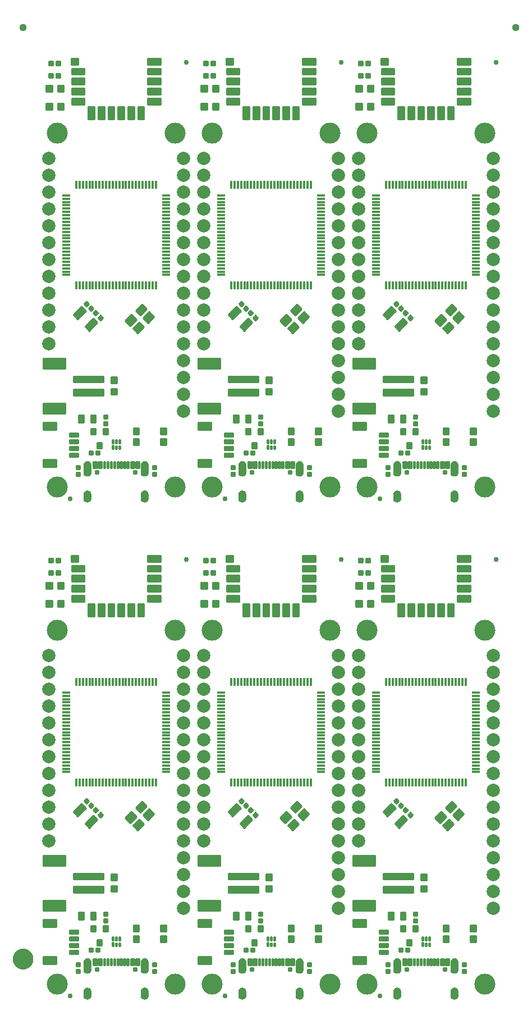
<source format=gts>
G04 EAGLE Gerber RS-274X export*
G75*
%MOMM*%
%FSLAX34Y34*%
%LPD*%
%INSoldermask Top*%
%IPPOS*%
%AMOC8*
5,1,8,0,0,1.08239X$1,22.5*%
G01*
%ADD10C,2.006600*%
%ADD11C,0.230578*%
%ADD12C,0.225369*%
%ADD13C,0.777000*%
%ADD14C,0.229969*%
%ADD15C,0.225400*%
%ADD16C,0.224509*%
%ADD17C,0.428259*%
%ADD18C,0.225588*%
%ADD19C,3.175000*%
%ADD20C,0.762000*%
%ADD21R,0.350000X1.200000*%
%ADD22R,1.200000X0.350000*%
%ADD23C,0.220859*%
%ADD24C,0.225938*%
%ADD25C,0.231559*%
%ADD26C,0.231750*%
%ADD27C,1.127000*%
%ADD28C,1.270000*%
%ADD29C,1.627000*%

G36*
X306064Y790659D02*
X306064Y790659D01*
X306070Y790665D01*
X306075Y790661D01*
X307305Y791026D01*
X307310Y791033D01*
X307315Y791031D01*
X308434Y791661D01*
X308437Y791668D01*
X308443Y791667D01*
X309393Y792530D01*
X309394Y792538D01*
X309400Y792538D01*
X310134Y793591D01*
X310134Y793599D01*
X310139Y793601D01*
X310621Y794791D01*
X310619Y794796D01*
X310623Y794799D01*
X310622Y794800D01*
X310624Y794801D01*
X310829Y796068D01*
X310826Y796073D01*
X310829Y796076D01*
X310829Y808076D01*
X310826Y808080D01*
X310829Y808083D01*
X310674Y809205D01*
X310669Y809210D01*
X310672Y809214D01*
X310301Y810285D01*
X310295Y810289D01*
X310297Y810294D01*
X309724Y811271D01*
X309718Y811274D01*
X309719Y811279D01*
X308966Y812126D01*
X308959Y812128D01*
X308959Y812133D01*
X308056Y812817D01*
X308049Y812817D01*
X308048Y812822D01*
X307029Y813317D01*
X307022Y813315D01*
X307020Y813320D01*
X305923Y813607D01*
X305917Y813604D01*
X305914Y813608D01*
X304783Y813675D01*
X304777Y813675D01*
X303646Y813608D01*
X303641Y813603D01*
X303637Y813607D01*
X302540Y813320D01*
X302536Y813314D01*
X302531Y813317D01*
X301512Y812822D01*
X301509Y812816D01*
X301504Y812817D01*
X300601Y812133D01*
X300599Y812126D01*
X300594Y812126D01*
X299841Y811279D01*
X299841Y811272D01*
X299836Y811271D01*
X299263Y810294D01*
X299264Y810291D01*
X299263Y810290D01*
X299264Y810289D01*
X299264Y810287D01*
X299259Y810285D01*
X298888Y809214D01*
X298890Y809209D01*
X298887Y809207D01*
X298887Y809206D01*
X298886Y809205D01*
X298731Y808083D01*
X298734Y808078D01*
X298731Y808076D01*
X298731Y796076D01*
X298734Y796071D01*
X298731Y796068D01*
X298936Y794801D01*
X298942Y794795D01*
X298939Y794791D01*
X299421Y793601D01*
X299428Y793597D01*
X299426Y793591D01*
X300160Y792538D01*
X300168Y792536D01*
X300167Y792530D01*
X301117Y791667D01*
X301126Y791666D01*
X301126Y791661D01*
X302245Y791031D01*
X302253Y791032D01*
X302255Y791026D01*
X303485Y790661D01*
X303493Y790664D01*
X303496Y790659D01*
X304777Y790577D01*
X304781Y790580D01*
X304783Y790577D01*
X306064Y790659D01*
G37*
G36*
X392464Y790659D02*
X392464Y790659D01*
X392470Y790665D01*
X392475Y790661D01*
X393705Y791026D01*
X393710Y791033D01*
X393715Y791031D01*
X394834Y791661D01*
X394837Y791668D01*
X394843Y791667D01*
X395793Y792530D01*
X395794Y792538D01*
X395800Y792538D01*
X396534Y793591D01*
X396534Y793599D01*
X396539Y793601D01*
X397021Y794791D01*
X397019Y794796D01*
X397023Y794799D01*
X397022Y794800D01*
X397024Y794801D01*
X397229Y796068D01*
X397226Y796073D01*
X397229Y796076D01*
X397229Y808076D01*
X397226Y808080D01*
X397229Y808083D01*
X397074Y809205D01*
X397069Y809210D01*
X397072Y809214D01*
X396701Y810285D01*
X396695Y810289D01*
X396697Y810294D01*
X396124Y811271D01*
X396118Y811274D01*
X396119Y811279D01*
X395366Y812126D01*
X395359Y812128D01*
X395359Y812133D01*
X394456Y812817D01*
X394449Y812817D01*
X394448Y812822D01*
X393429Y813317D01*
X393422Y813315D01*
X393420Y813320D01*
X392323Y813607D01*
X392317Y813604D01*
X392314Y813608D01*
X391183Y813675D01*
X391177Y813675D01*
X390046Y813608D01*
X390041Y813603D01*
X390037Y813607D01*
X388940Y813320D01*
X388936Y813314D01*
X388931Y813317D01*
X387912Y812822D01*
X387909Y812816D01*
X387904Y812817D01*
X387001Y812133D01*
X386999Y812126D01*
X386994Y812126D01*
X386241Y811279D01*
X386241Y811272D01*
X386236Y811271D01*
X385663Y810294D01*
X385664Y810291D01*
X385663Y810290D01*
X385664Y810289D01*
X385664Y810287D01*
X385659Y810285D01*
X385288Y809214D01*
X385290Y809209D01*
X385287Y809207D01*
X385287Y809206D01*
X385286Y809205D01*
X385131Y808083D01*
X385134Y808078D01*
X385131Y808076D01*
X385131Y796076D01*
X385134Y796071D01*
X385131Y796068D01*
X385336Y794801D01*
X385342Y794795D01*
X385339Y794791D01*
X385821Y793601D01*
X385828Y793597D01*
X385826Y793591D01*
X386560Y792538D01*
X386568Y792536D01*
X386567Y792530D01*
X387517Y791667D01*
X387526Y791666D01*
X387526Y791661D01*
X388645Y791031D01*
X388653Y791032D01*
X388655Y791026D01*
X389885Y790661D01*
X389893Y790664D01*
X389896Y790659D01*
X391177Y790577D01*
X391181Y790580D01*
X391183Y790577D01*
X392464Y790659D01*
G37*
G36*
X539744Y790659D02*
X539744Y790659D01*
X539750Y790665D01*
X539755Y790661D01*
X540985Y791026D01*
X540990Y791033D01*
X540995Y791031D01*
X542114Y791661D01*
X542117Y791668D01*
X542123Y791667D01*
X543073Y792530D01*
X543074Y792538D01*
X543080Y792538D01*
X543814Y793591D01*
X543814Y793599D01*
X543819Y793601D01*
X544301Y794791D01*
X544299Y794796D01*
X544303Y794799D01*
X544302Y794800D01*
X544304Y794801D01*
X544509Y796068D01*
X544506Y796073D01*
X544509Y796076D01*
X544509Y808076D01*
X544506Y808080D01*
X544509Y808083D01*
X544354Y809205D01*
X544349Y809210D01*
X544352Y809214D01*
X543981Y810285D01*
X543975Y810289D01*
X543977Y810294D01*
X543404Y811271D01*
X543398Y811274D01*
X543399Y811279D01*
X542646Y812126D01*
X542639Y812128D01*
X542639Y812133D01*
X541736Y812817D01*
X541729Y812817D01*
X541728Y812822D01*
X540709Y813317D01*
X540702Y813315D01*
X540700Y813320D01*
X539603Y813607D01*
X539597Y813604D01*
X539594Y813608D01*
X538463Y813675D01*
X538457Y813675D01*
X537326Y813608D01*
X537321Y813603D01*
X537317Y813607D01*
X536220Y813320D01*
X536216Y813314D01*
X536211Y813317D01*
X535192Y812822D01*
X535189Y812816D01*
X535184Y812817D01*
X534281Y812133D01*
X534279Y812126D01*
X534274Y812126D01*
X533521Y811279D01*
X533521Y811272D01*
X533516Y811271D01*
X532943Y810294D01*
X532944Y810291D01*
X532943Y810290D01*
X532944Y810289D01*
X532944Y810287D01*
X532939Y810285D01*
X532568Y809214D01*
X532570Y809209D01*
X532567Y809207D01*
X532567Y809206D01*
X532566Y809205D01*
X532411Y808083D01*
X532414Y808078D01*
X532411Y808076D01*
X532411Y796076D01*
X532414Y796071D01*
X532411Y796068D01*
X532616Y794801D01*
X532622Y794795D01*
X532619Y794791D01*
X533101Y793601D01*
X533108Y793597D01*
X533106Y793591D01*
X533840Y792538D01*
X533848Y792536D01*
X533847Y792530D01*
X534797Y791667D01*
X534806Y791666D01*
X534806Y791661D01*
X535925Y791031D01*
X535933Y791032D01*
X535935Y791026D01*
X537165Y790661D01*
X537173Y790664D01*
X537176Y790659D01*
X538457Y790577D01*
X538461Y790580D01*
X538463Y790577D01*
X539744Y790659D01*
G37*
G36*
X626144Y790659D02*
X626144Y790659D01*
X626150Y790665D01*
X626155Y790661D01*
X627385Y791026D01*
X627390Y791033D01*
X627395Y791031D01*
X628514Y791661D01*
X628517Y791668D01*
X628523Y791667D01*
X629473Y792530D01*
X629474Y792538D01*
X629480Y792538D01*
X630214Y793591D01*
X630214Y793599D01*
X630219Y793601D01*
X630701Y794791D01*
X630699Y794796D01*
X630703Y794799D01*
X630702Y794800D01*
X630704Y794801D01*
X630909Y796068D01*
X630906Y796073D01*
X630909Y796076D01*
X630909Y808076D01*
X630906Y808080D01*
X630909Y808083D01*
X630754Y809205D01*
X630749Y809210D01*
X630752Y809214D01*
X630381Y810285D01*
X630375Y810289D01*
X630377Y810294D01*
X629804Y811271D01*
X629798Y811274D01*
X629799Y811279D01*
X629046Y812126D01*
X629039Y812128D01*
X629039Y812133D01*
X628136Y812817D01*
X628129Y812817D01*
X628128Y812822D01*
X627109Y813317D01*
X627102Y813315D01*
X627100Y813320D01*
X626003Y813607D01*
X625997Y813604D01*
X625994Y813608D01*
X624863Y813675D01*
X624857Y813675D01*
X623726Y813608D01*
X623721Y813603D01*
X623717Y813607D01*
X622620Y813320D01*
X622616Y813314D01*
X622611Y813317D01*
X621592Y812822D01*
X621589Y812816D01*
X621584Y812817D01*
X620681Y812133D01*
X620679Y812126D01*
X620674Y812126D01*
X619921Y811279D01*
X619921Y811272D01*
X619916Y811271D01*
X619343Y810294D01*
X619344Y810291D01*
X619343Y810290D01*
X619344Y810289D01*
X619344Y810287D01*
X619339Y810285D01*
X618968Y809214D01*
X618970Y809209D01*
X618967Y809207D01*
X618967Y809206D01*
X618966Y809205D01*
X618811Y808083D01*
X618814Y808078D01*
X618811Y808076D01*
X618811Y796076D01*
X618814Y796071D01*
X618811Y796068D01*
X619016Y794801D01*
X619022Y794795D01*
X619019Y794791D01*
X619501Y793601D01*
X619508Y793597D01*
X619506Y793591D01*
X620240Y792538D01*
X620248Y792536D01*
X620247Y792530D01*
X621197Y791667D01*
X621206Y791666D01*
X621206Y791661D01*
X622325Y791031D01*
X622333Y791032D01*
X622335Y791026D01*
X623565Y790661D01*
X623573Y790664D01*
X623576Y790659D01*
X624857Y790577D01*
X624861Y790580D01*
X624863Y790577D01*
X626144Y790659D01*
G37*
G36*
X158784Y790659D02*
X158784Y790659D01*
X158790Y790665D01*
X158795Y790661D01*
X160025Y791026D01*
X160030Y791033D01*
X160035Y791031D01*
X161154Y791661D01*
X161157Y791668D01*
X161163Y791667D01*
X162113Y792530D01*
X162114Y792538D01*
X162120Y792538D01*
X162854Y793591D01*
X162854Y793599D01*
X162859Y793601D01*
X163341Y794791D01*
X163339Y794796D01*
X163343Y794799D01*
X163342Y794800D01*
X163344Y794801D01*
X163549Y796068D01*
X163546Y796073D01*
X163549Y796076D01*
X163549Y808076D01*
X163546Y808080D01*
X163549Y808083D01*
X163394Y809205D01*
X163389Y809210D01*
X163392Y809214D01*
X163021Y810285D01*
X163015Y810289D01*
X163017Y810294D01*
X162444Y811271D01*
X162438Y811274D01*
X162439Y811279D01*
X161686Y812126D01*
X161679Y812128D01*
X161679Y812133D01*
X160776Y812817D01*
X160769Y812817D01*
X160768Y812822D01*
X159749Y813317D01*
X159742Y813315D01*
X159740Y813320D01*
X158643Y813607D01*
X158637Y813604D01*
X158634Y813608D01*
X157503Y813675D01*
X157497Y813675D01*
X156366Y813608D01*
X156361Y813603D01*
X156357Y813607D01*
X155260Y813320D01*
X155256Y813314D01*
X155251Y813317D01*
X154232Y812822D01*
X154229Y812816D01*
X154224Y812817D01*
X153321Y812133D01*
X153319Y812126D01*
X153314Y812126D01*
X152561Y811279D01*
X152561Y811272D01*
X152556Y811271D01*
X151983Y810294D01*
X151984Y810291D01*
X151983Y810290D01*
X151984Y810289D01*
X151984Y810287D01*
X151979Y810285D01*
X151608Y809214D01*
X151610Y809209D01*
X151607Y809207D01*
X151607Y809206D01*
X151606Y809205D01*
X151451Y808083D01*
X151454Y808078D01*
X151451Y808076D01*
X151451Y796076D01*
X151454Y796071D01*
X151451Y796068D01*
X151656Y794801D01*
X151662Y794795D01*
X151659Y794791D01*
X152141Y793601D01*
X152148Y793597D01*
X152146Y793591D01*
X152880Y792538D01*
X152888Y792536D01*
X152887Y792530D01*
X153837Y791667D01*
X153846Y791666D01*
X153846Y791661D01*
X154965Y791031D01*
X154973Y791032D01*
X154975Y791026D01*
X156205Y790661D01*
X156213Y790664D01*
X156216Y790659D01*
X157497Y790577D01*
X157501Y790580D01*
X157503Y790577D01*
X158784Y790659D01*
G37*
G36*
X72384Y790659D02*
X72384Y790659D01*
X72390Y790665D01*
X72395Y790661D01*
X73625Y791026D01*
X73630Y791033D01*
X73635Y791031D01*
X74754Y791661D01*
X74757Y791668D01*
X74763Y791667D01*
X75713Y792530D01*
X75714Y792538D01*
X75720Y792538D01*
X76454Y793591D01*
X76454Y793599D01*
X76459Y793601D01*
X76941Y794791D01*
X76939Y794796D01*
X76943Y794799D01*
X76942Y794800D01*
X76944Y794801D01*
X77149Y796068D01*
X77146Y796073D01*
X77149Y796076D01*
X77149Y808076D01*
X77146Y808080D01*
X77149Y808083D01*
X76994Y809205D01*
X76989Y809210D01*
X76992Y809214D01*
X76621Y810285D01*
X76615Y810289D01*
X76617Y810294D01*
X76044Y811271D01*
X76038Y811274D01*
X76039Y811279D01*
X75286Y812126D01*
X75279Y812128D01*
X75279Y812133D01*
X74376Y812817D01*
X74369Y812817D01*
X74368Y812822D01*
X73349Y813317D01*
X73342Y813315D01*
X73340Y813320D01*
X72243Y813607D01*
X72237Y813604D01*
X72234Y813608D01*
X71103Y813675D01*
X71097Y813675D01*
X69966Y813608D01*
X69961Y813603D01*
X69957Y813607D01*
X68860Y813320D01*
X68856Y813314D01*
X68851Y813317D01*
X67832Y812822D01*
X67829Y812816D01*
X67824Y812817D01*
X66921Y812133D01*
X66919Y812126D01*
X66914Y812126D01*
X66161Y811279D01*
X66161Y811272D01*
X66156Y811271D01*
X65583Y810294D01*
X65584Y810291D01*
X65583Y810290D01*
X65584Y810289D01*
X65584Y810287D01*
X65579Y810285D01*
X65208Y809214D01*
X65210Y809209D01*
X65207Y809207D01*
X65207Y809206D01*
X65206Y809205D01*
X65051Y808083D01*
X65054Y808078D01*
X65051Y808076D01*
X65051Y796076D01*
X65054Y796071D01*
X65051Y796068D01*
X65256Y794801D01*
X65262Y794795D01*
X65259Y794791D01*
X65741Y793601D01*
X65748Y793597D01*
X65746Y793591D01*
X66480Y792538D01*
X66488Y792536D01*
X66487Y792530D01*
X67437Y791667D01*
X67446Y791666D01*
X67446Y791661D01*
X68565Y791031D01*
X68573Y791032D01*
X68575Y791026D01*
X69805Y790661D01*
X69813Y790664D01*
X69816Y790659D01*
X71097Y790577D01*
X71101Y790580D01*
X71103Y790577D01*
X72384Y790659D01*
G37*
G36*
X158784Y41359D02*
X158784Y41359D01*
X158790Y41365D01*
X158795Y41361D01*
X160025Y41726D01*
X160030Y41733D01*
X160035Y41731D01*
X161154Y42361D01*
X161157Y42368D01*
X161163Y42367D01*
X162113Y43230D01*
X162114Y43238D01*
X162120Y43238D01*
X162854Y44291D01*
X162854Y44299D01*
X162859Y44301D01*
X163341Y45491D01*
X163339Y45496D01*
X163343Y45499D01*
X163342Y45500D01*
X163344Y45501D01*
X163549Y46768D01*
X163546Y46773D01*
X163549Y46776D01*
X163549Y58776D01*
X163546Y58780D01*
X163549Y58783D01*
X163394Y59905D01*
X163389Y59910D01*
X163392Y59914D01*
X163021Y60985D01*
X163015Y60989D01*
X163017Y60994D01*
X162444Y61971D01*
X162438Y61974D01*
X162439Y61979D01*
X161686Y62826D01*
X161679Y62828D01*
X161679Y62833D01*
X160776Y63517D01*
X160769Y63517D01*
X160768Y63522D01*
X159749Y64017D01*
X159742Y64015D01*
X159740Y64020D01*
X158643Y64307D01*
X158637Y64304D01*
X158634Y64308D01*
X157503Y64375D01*
X157497Y64375D01*
X156366Y64308D01*
X156361Y64303D01*
X156357Y64307D01*
X155260Y64020D01*
X155256Y64014D01*
X155251Y64017D01*
X154232Y63522D01*
X154229Y63516D01*
X154224Y63517D01*
X153321Y62833D01*
X153319Y62826D01*
X153314Y62826D01*
X152561Y61979D01*
X152561Y61972D01*
X152556Y61971D01*
X151983Y60994D01*
X151984Y60991D01*
X151983Y60990D01*
X151984Y60989D01*
X151984Y60987D01*
X151979Y60985D01*
X151608Y59914D01*
X151610Y59909D01*
X151607Y59907D01*
X151607Y59906D01*
X151606Y59905D01*
X151451Y58783D01*
X151454Y58778D01*
X151451Y58776D01*
X151451Y46776D01*
X151454Y46771D01*
X151451Y46768D01*
X151656Y45501D01*
X151662Y45495D01*
X151659Y45491D01*
X152141Y44301D01*
X152148Y44297D01*
X152146Y44291D01*
X152880Y43238D01*
X152888Y43236D01*
X152887Y43230D01*
X153837Y42367D01*
X153846Y42366D01*
X153846Y42361D01*
X154965Y41731D01*
X154973Y41732D01*
X154975Y41726D01*
X156205Y41361D01*
X156213Y41364D01*
X156216Y41359D01*
X157497Y41277D01*
X157501Y41280D01*
X157503Y41277D01*
X158784Y41359D01*
G37*
G36*
X626144Y41359D02*
X626144Y41359D01*
X626150Y41365D01*
X626155Y41361D01*
X627385Y41726D01*
X627390Y41733D01*
X627395Y41731D01*
X628514Y42361D01*
X628517Y42368D01*
X628523Y42367D01*
X629473Y43230D01*
X629474Y43238D01*
X629480Y43238D01*
X630214Y44291D01*
X630214Y44299D01*
X630219Y44301D01*
X630701Y45491D01*
X630699Y45496D01*
X630703Y45499D01*
X630702Y45500D01*
X630704Y45501D01*
X630909Y46768D01*
X630906Y46773D01*
X630909Y46776D01*
X630909Y58776D01*
X630906Y58780D01*
X630909Y58783D01*
X630754Y59905D01*
X630749Y59910D01*
X630752Y59914D01*
X630381Y60985D01*
X630375Y60989D01*
X630377Y60994D01*
X629804Y61971D01*
X629798Y61974D01*
X629799Y61979D01*
X629046Y62826D01*
X629039Y62828D01*
X629039Y62833D01*
X628136Y63517D01*
X628129Y63517D01*
X628128Y63522D01*
X627109Y64017D01*
X627102Y64015D01*
X627100Y64020D01*
X626003Y64307D01*
X625997Y64304D01*
X625994Y64308D01*
X624863Y64375D01*
X624857Y64375D01*
X623726Y64308D01*
X623721Y64303D01*
X623717Y64307D01*
X622620Y64020D01*
X622616Y64014D01*
X622611Y64017D01*
X621592Y63522D01*
X621589Y63516D01*
X621584Y63517D01*
X620681Y62833D01*
X620679Y62826D01*
X620674Y62826D01*
X619921Y61979D01*
X619921Y61972D01*
X619916Y61971D01*
X619343Y60994D01*
X619344Y60991D01*
X619343Y60990D01*
X619344Y60989D01*
X619344Y60987D01*
X619339Y60985D01*
X618968Y59914D01*
X618970Y59909D01*
X618967Y59907D01*
X618967Y59906D01*
X618966Y59905D01*
X618811Y58783D01*
X618814Y58778D01*
X618811Y58776D01*
X618811Y46776D01*
X618814Y46771D01*
X618811Y46768D01*
X619016Y45501D01*
X619022Y45495D01*
X619019Y45491D01*
X619501Y44301D01*
X619508Y44297D01*
X619506Y44291D01*
X620240Y43238D01*
X620248Y43236D01*
X620247Y43230D01*
X621197Y42367D01*
X621206Y42366D01*
X621206Y42361D01*
X622325Y41731D01*
X622333Y41732D01*
X622335Y41726D01*
X623565Y41361D01*
X623573Y41364D01*
X623576Y41359D01*
X624857Y41277D01*
X624861Y41280D01*
X624863Y41277D01*
X626144Y41359D01*
G37*
G36*
X306064Y41359D02*
X306064Y41359D01*
X306070Y41365D01*
X306075Y41361D01*
X307305Y41726D01*
X307310Y41733D01*
X307315Y41731D01*
X308434Y42361D01*
X308437Y42368D01*
X308443Y42367D01*
X309393Y43230D01*
X309394Y43238D01*
X309400Y43238D01*
X310134Y44291D01*
X310134Y44299D01*
X310139Y44301D01*
X310621Y45491D01*
X310619Y45496D01*
X310623Y45499D01*
X310622Y45500D01*
X310624Y45501D01*
X310829Y46768D01*
X310826Y46773D01*
X310829Y46776D01*
X310829Y58776D01*
X310826Y58780D01*
X310829Y58783D01*
X310674Y59905D01*
X310669Y59910D01*
X310672Y59914D01*
X310301Y60985D01*
X310295Y60989D01*
X310297Y60994D01*
X309724Y61971D01*
X309718Y61974D01*
X309719Y61979D01*
X308966Y62826D01*
X308959Y62828D01*
X308959Y62833D01*
X308056Y63517D01*
X308049Y63517D01*
X308048Y63522D01*
X307029Y64017D01*
X307022Y64015D01*
X307020Y64020D01*
X305923Y64307D01*
X305917Y64304D01*
X305914Y64308D01*
X304783Y64375D01*
X304777Y64375D01*
X303646Y64308D01*
X303641Y64303D01*
X303637Y64307D01*
X302540Y64020D01*
X302536Y64014D01*
X302531Y64017D01*
X301512Y63522D01*
X301509Y63516D01*
X301504Y63517D01*
X300601Y62833D01*
X300599Y62826D01*
X300594Y62826D01*
X299841Y61979D01*
X299841Y61972D01*
X299836Y61971D01*
X299263Y60994D01*
X299264Y60991D01*
X299263Y60990D01*
X299264Y60989D01*
X299264Y60987D01*
X299259Y60985D01*
X298888Y59914D01*
X298890Y59909D01*
X298887Y59907D01*
X298887Y59906D01*
X298886Y59905D01*
X298731Y58783D01*
X298734Y58778D01*
X298731Y58776D01*
X298731Y46776D01*
X298734Y46771D01*
X298731Y46768D01*
X298936Y45501D01*
X298942Y45495D01*
X298939Y45491D01*
X299421Y44301D01*
X299428Y44297D01*
X299426Y44291D01*
X300160Y43238D01*
X300168Y43236D01*
X300167Y43230D01*
X301117Y42367D01*
X301126Y42366D01*
X301126Y42361D01*
X302245Y41731D01*
X302253Y41732D01*
X302255Y41726D01*
X303485Y41361D01*
X303493Y41364D01*
X303496Y41359D01*
X304777Y41277D01*
X304781Y41280D01*
X304783Y41277D01*
X306064Y41359D01*
G37*
G36*
X392464Y41359D02*
X392464Y41359D01*
X392470Y41365D01*
X392475Y41361D01*
X393705Y41726D01*
X393710Y41733D01*
X393715Y41731D01*
X394834Y42361D01*
X394837Y42368D01*
X394843Y42367D01*
X395793Y43230D01*
X395794Y43238D01*
X395800Y43238D01*
X396534Y44291D01*
X396534Y44299D01*
X396539Y44301D01*
X397021Y45491D01*
X397019Y45496D01*
X397023Y45499D01*
X397022Y45500D01*
X397024Y45501D01*
X397229Y46768D01*
X397226Y46773D01*
X397229Y46776D01*
X397229Y58776D01*
X397226Y58780D01*
X397229Y58783D01*
X397074Y59905D01*
X397069Y59910D01*
X397072Y59914D01*
X396701Y60985D01*
X396695Y60989D01*
X396697Y60994D01*
X396124Y61971D01*
X396118Y61974D01*
X396119Y61979D01*
X395366Y62826D01*
X395359Y62828D01*
X395359Y62833D01*
X394456Y63517D01*
X394449Y63517D01*
X394448Y63522D01*
X393429Y64017D01*
X393422Y64015D01*
X393420Y64020D01*
X392323Y64307D01*
X392317Y64304D01*
X392314Y64308D01*
X391183Y64375D01*
X391177Y64375D01*
X390046Y64308D01*
X390041Y64303D01*
X390037Y64307D01*
X388940Y64020D01*
X388936Y64014D01*
X388931Y64017D01*
X387912Y63522D01*
X387909Y63516D01*
X387904Y63517D01*
X387001Y62833D01*
X386999Y62826D01*
X386994Y62826D01*
X386241Y61979D01*
X386241Y61972D01*
X386236Y61971D01*
X385663Y60994D01*
X385664Y60991D01*
X385663Y60990D01*
X385664Y60989D01*
X385664Y60987D01*
X385659Y60985D01*
X385288Y59914D01*
X385290Y59909D01*
X385287Y59907D01*
X385287Y59906D01*
X385286Y59905D01*
X385131Y58783D01*
X385134Y58778D01*
X385131Y58776D01*
X385131Y46776D01*
X385134Y46771D01*
X385131Y46768D01*
X385336Y45501D01*
X385342Y45495D01*
X385339Y45491D01*
X385821Y44301D01*
X385828Y44297D01*
X385826Y44291D01*
X386560Y43238D01*
X386568Y43236D01*
X386567Y43230D01*
X387517Y42367D01*
X387526Y42366D01*
X387526Y42361D01*
X388645Y41731D01*
X388653Y41732D01*
X388655Y41726D01*
X389885Y41361D01*
X389893Y41364D01*
X389896Y41359D01*
X391177Y41277D01*
X391181Y41280D01*
X391183Y41277D01*
X392464Y41359D01*
G37*
G36*
X539744Y41359D02*
X539744Y41359D01*
X539750Y41365D01*
X539755Y41361D01*
X540985Y41726D01*
X540990Y41733D01*
X540995Y41731D01*
X542114Y42361D01*
X542117Y42368D01*
X542123Y42367D01*
X543073Y43230D01*
X543074Y43238D01*
X543080Y43238D01*
X543814Y44291D01*
X543814Y44299D01*
X543819Y44301D01*
X544301Y45491D01*
X544299Y45496D01*
X544303Y45499D01*
X544302Y45500D01*
X544304Y45501D01*
X544509Y46768D01*
X544506Y46773D01*
X544509Y46776D01*
X544509Y58776D01*
X544506Y58780D01*
X544509Y58783D01*
X544354Y59905D01*
X544349Y59910D01*
X544352Y59914D01*
X543981Y60985D01*
X543975Y60989D01*
X543977Y60994D01*
X543404Y61971D01*
X543398Y61974D01*
X543399Y61979D01*
X542646Y62826D01*
X542639Y62828D01*
X542639Y62833D01*
X541736Y63517D01*
X541729Y63517D01*
X541728Y63522D01*
X540709Y64017D01*
X540702Y64015D01*
X540700Y64020D01*
X539603Y64307D01*
X539597Y64304D01*
X539594Y64308D01*
X538463Y64375D01*
X538457Y64375D01*
X537326Y64308D01*
X537321Y64303D01*
X537317Y64307D01*
X536220Y64020D01*
X536216Y64014D01*
X536211Y64017D01*
X535192Y63522D01*
X535189Y63516D01*
X535184Y63517D01*
X534281Y62833D01*
X534279Y62826D01*
X534274Y62826D01*
X533521Y61979D01*
X533521Y61972D01*
X533516Y61971D01*
X532943Y60994D01*
X532944Y60991D01*
X532943Y60990D01*
X532944Y60989D01*
X532944Y60987D01*
X532939Y60985D01*
X532568Y59914D01*
X532570Y59909D01*
X532567Y59907D01*
X532567Y59906D01*
X532566Y59905D01*
X532411Y58783D01*
X532414Y58778D01*
X532411Y58776D01*
X532411Y46776D01*
X532414Y46771D01*
X532411Y46768D01*
X532616Y45501D01*
X532622Y45495D01*
X532619Y45491D01*
X533101Y44301D01*
X533108Y44297D01*
X533106Y44291D01*
X533840Y43238D01*
X533848Y43236D01*
X533847Y43230D01*
X534797Y42367D01*
X534806Y42366D01*
X534806Y42361D01*
X535925Y41731D01*
X535933Y41732D01*
X535935Y41726D01*
X537165Y41361D01*
X537173Y41364D01*
X537176Y41359D01*
X538457Y41277D01*
X538461Y41280D01*
X538463Y41277D01*
X539744Y41359D01*
G37*
G36*
X72384Y41359D02*
X72384Y41359D01*
X72390Y41365D01*
X72395Y41361D01*
X73625Y41726D01*
X73630Y41733D01*
X73635Y41731D01*
X74754Y42361D01*
X74757Y42368D01*
X74763Y42367D01*
X75713Y43230D01*
X75714Y43238D01*
X75720Y43238D01*
X76454Y44291D01*
X76454Y44299D01*
X76459Y44301D01*
X76941Y45491D01*
X76939Y45496D01*
X76943Y45499D01*
X76942Y45500D01*
X76944Y45501D01*
X77149Y46768D01*
X77146Y46773D01*
X77149Y46776D01*
X77149Y58776D01*
X77146Y58780D01*
X77149Y58783D01*
X76994Y59905D01*
X76989Y59910D01*
X76992Y59914D01*
X76621Y60985D01*
X76615Y60989D01*
X76617Y60994D01*
X76044Y61971D01*
X76038Y61974D01*
X76039Y61979D01*
X75286Y62826D01*
X75279Y62828D01*
X75279Y62833D01*
X74376Y63517D01*
X74369Y63517D01*
X74368Y63522D01*
X73349Y64017D01*
X73342Y64015D01*
X73340Y64020D01*
X72243Y64307D01*
X72237Y64304D01*
X72234Y64308D01*
X71103Y64375D01*
X71097Y64375D01*
X69966Y64308D01*
X69961Y64303D01*
X69957Y64307D01*
X68860Y64020D01*
X68856Y64014D01*
X68851Y64017D01*
X67832Y63522D01*
X67829Y63516D01*
X67824Y63517D01*
X66921Y62833D01*
X66919Y62826D01*
X66914Y62826D01*
X66161Y61979D01*
X66161Y61972D01*
X66156Y61971D01*
X65583Y60994D01*
X65584Y60991D01*
X65583Y60990D01*
X65584Y60989D01*
X65584Y60987D01*
X65579Y60985D01*
X65208Y59914D01*
X65210Y59909D01*
X65207Y59907D01*
X65207Y59906D01*
X65206Y59905D01*
X65051Y58783D01*
X65054Y58778D01*
X65051Y58776D01*
X65051Y46776D01*
X65054Y46771D01*
X65051Y46768D01*
X65256Y45501D01*
X65262Y45495D01*
X65259Y45491D01*
X65741Y44301D01*
X65748Y44297D01*
X65746Y44291D01*
X66480Y43238D01*
X66488Y43236D01*
X66487Y43230D01*
X67437Y42367D01*
X67446Y42366D01*
X67446Y42361D01*
X68565Y41731D01*
X68573Y41732D01*
X68575Y41726D01*
X69805Y41361D01*
X69813Y41364D01*
X69816Y41359D01*
X71097Y41277D01*
X71101Y41280D01*
X71103Y41277D01*
X72384Y41359D01*
G37*
G36*
X72271Y751387D02*
X72271Y751387D01*
X72276Y751392D01*
X72280Y751389D01*
X73403Y751724D01*
X73407Y751730D01*
X73411Y751728D01*
X74447Y752276D01*
X74450Y752282D01*
X74455Y752281D01*
X75363Y753020D01*
X75365Y753027D01*
X75370Y753027D01*
X76117Y753929D01*
X76117Y753937D01*
X76123Y753937D01*
X76679Y754968D01*
X76678Y754975D01*
X76683Y754977D01*
X77027Y756096D01*
X77025Y756103D01*
X77029Y756106D01*
X77149Y757271D01*
X77147Y757274D01*
X77149Y757276D01*
X77149Y763276D01*
X77147Y763279D01*
X77149Y763281D01*
X77038Y764457D01*
X77033Y764462D01*
X77036Y764466D01*
X76698Y765598D01*
X76692Y765602D01*
X76694Y765607D01*
X76142Y766651D01*
X76135Y766654D01*
X76137Y766659D01*
X75391Y767575D01*
X75384Y767576D01*
X75384Y767582D01*
X74475Y768335D01*
X74467Y768335D01*
X74467Y768340D01*
X73427Y768901D01*
X73420Y768900D01*
X73418Y768905D01*
X72289Y769252D01*
X72283Y769250D01*
X72280Y769254D01*
X71105Y769375D01*
X71098Y769371D01*
X71094Y769375D01*
X69754Y769218D01*
X69748Y769213D01*
X69743Y769216D01*
X68472Y768765D01*
X68467Y768758D01*
X68462Y768760D01*
X67323Y768038D01*
X67320Y768030D01*
X67314Y768031D01*
X66364Y767073D01*
X66363Y767065D01*
X66357Y767064D01*
X65644Y765919D01*
X65645Y765911D01*
X65639Y765909D01*
X65199Y764633D01*
X65201Y764626D01*
X65197Y764623D01*
X65051Y763281D01*
X65053Y763278D01*
X65051Y763276D01*
X65051Y757276D01*
X65053Y757273D01*
X65051Y757270D01*
X65206Y755941D01*
X65212Y755935D01*
X65209Y755931D01*
X65656Y754670D01*
X65663Y754665D01*
X65661Y754660D01*
X66378Y753530D01*
X66385Y753527D01*
X66384Y753521D01*
X67335Y752579D01*
X67343Y752578D01*
X67343Y752572D01*
X68479Y751865D01*
X68487Y751866D01*
X68489Y751860D01*
X69754Y751424D01*
X69759Y751425D01*
X69760Y751425D01*
X69763Y751425D01*
X69765Y751421D01*
X71095Y751277D01*
X71101Y751281D01*
X71105Y751277D01*
X72271Y751387D01*
G37*
G36*
X305951Y751387D02*
X305951Y751387D01*
X305956Y751392D01*
X305960Y751389D01*
X307083Y751724D01*
X307087Y751730D01*
X307091Y751728D01*
X308127Y752276D01*
X308130Y752282D01*
X308135Y752281D01*
X309043Y753020D01*
X309045Y753027D01*
X309050Y753027D01*
X309797Y753929D01*
X309797Y753937D01*
X309803Y753937D01*
X310359Y754968D01*
X310358Y754975D01*
X310363Y754977D01*
X310707Y756096D01*
X310705Y756103D01*
X310709Y756106D01*
X310829Y757271D01*
X310827Y757274D01*
X310829Y757276D01*
X310829Y763276D01*
X310827Y763279D01*
X310829Y763281D01*
X310718Y764457D01*
X310713Y764462D01*
X310716Y764466D01*
X310378Y765598D01*
X310372Y765602D01*
X310374Y765607D01*
X309822Y766651D01*
X309815Y766654D01*
X309817Y766659D01*
X309071Y767575D01*
X309064Y767576D01*
X309064Y767582D01*
X308155Y768335D01*
X308147Y768335D01*
X308147Y768340D01*
X307107Y768901D01*
X307100Y768900D01*
X307098Y768905D01*
X305969Y769252D01*
X305963Y769250D01*
X305960Y769254D01*
X304785Y769375D01*
X304778Y769371D01*
X304774Y769375D01*
X303434Y769218D01*
X303428Y769213D01*
X303423Y769216D01*
X302152Y768765D01*
X302147Y768758D01*
X302142Y768760D01*
X301003Y768038D01*
X301000Y768030D01*
X300994Y768031D01*
X300044Y767073D01*
X300043Y767065D01*
X300037Y767064D01*
X299324Y765919D01*
X299325Y765911D01*
X299319Y765909D01*
X298879Y764633D01*
X298881Y764626D01*
X298877Y764623D01*
X298731Y763281D01*
X298733Y763278D01*
X298731Y763276D01*
X298731Y757276D01*
X298733Y757273D01*
X298731Y757270D01*
X298886Y755941D01*
X298892Y755935D01*
X298889Y755931D01*
X299336Y754670D01*
X299343Y754665D01*
X299341Y754660D01*
X300058Y753530D01*
X300065Y753527D01*
X300064Y753521D01*
X301015Y752579D01*
X301023Y752578D01*
X301023Y752572D01*
X302159Y751865D01*
X302167Y751866D01*
X302169Y751860D01*
X303434Y751424D01*
X303439Y751425D01*
X303440Y751425D01*
X303443Y751425D01*
X303445Y751421D01*
X304775Y751277D01*
X304781Y751281D01*
X304785Y751277D01*
X305951Y751387D01*
G37*
G36*
X539631Y751387D02*
X539631Y751387D01*
X539636Y751392D01*
X539640Y751389D01*
X540763Y751724D01*
X540767Y751730D01*
X540771Y751728D01*
X541807Y752276D01*
X541810Y752282D01*
X541815Y752281D01*
X542723Y753020D01*
X542725Y753027D01*
X542730Y753027D01*
X543477Y753929D01*
X543477Y753937D01*
X543483Y753937D01*
X544039Y754968D01*
X544038Y754975D01*
X544043Y754977D01*
X544387Y756096D01*
X544385Y756103D01*
X544389Y756106D01*
X544509Y757271D01*
X544507Y757274D01*
X544509Y757276D01*
X544509Y763276D01*
X544507Y763279D01*
X544509Y763281D01*
X544398Y764457D01*
X544393Y764462D01*
X544396Y764466D01*
X544058Y765598D01*
X544052Y765602D01*
X544054Y765607D01*
X543502Y766651D01*
X543495Y766654D01*
X543497Y766659D01*
X542751Y767575D01*
X542744Y767576D01*
X542744Y767582D01*
X541835Y768335D01*
X541827Y768335D01*
X541827Y768340D01*
X540787Y768901D01*
X540780Y768900D01*
X540778Y768905D01*
X539649Y769252D01*
X539643Y769250D01*
X539640Y769254D01*
X538465Y769375D01*
X538458Y769371D01*
X538454Y769375D01*
X537114Y769218D01*
X537108Y769213D01*
X537103Y769216D01*
X535832Y768765D01*
X535827Y768758D01*
X535822Y768760D01*
X534683Y768038D01*
X534680Y768030D01*
X534674Y768031D01*
X533724Y767073D01*
X533723Y767065D01*
X533717Y767064D01*
X533004Y765919D01*
X533005Y765911D01*
X532999Y765909D01*
X532559Y764633D01*
X532561Y764626D01*
X532557Y764623D01*
X532411Y763281D01*
X532413Y763278D01*
X532411Y763276D01*
X532411Y757276D01*
X532413Y757273D01*
X532411Y757270D01*
X532566Y755941D01*
X532572Y755935D01*
X532569Y755931D01*
X533016Y754670D01*
X533023Y754665D01*
X533021Y754660D01*
X533738Y753530D01*
X533745Y753527D01*
X533744Y753521D01*
X534695Y752579D01*
X534703Y752578D01*
X534703Y752572D01*
X535839Y751865D01*
X535847Y751866D01*
X535849Y751860D01*
X537114Y751424D01*
X537119Y751425D01*
X537120Y751425D01*
X537123Y751425D01*
X537125Y751421D01*
X538455Y751277D01*
X538461Y751281D01*
X538465Y751277D01*
X539631Y751387D01*
G37*
G36*
X626031Y751387D02*
X626031Y751387D01*
X626036Y751392D01*
X626040Y751389D01*
X627163Y751724D01*
X627167Y751730D01*
X627171Y751728D01*
X628207Y752276D01*
X628210Y752282D01*
X628215Y752281D01*
X629123Y753020D01*
X629125Y753027D01*
X629130Y753027D01*
X629877Y753929D01*
X629877Y753937D01*
X629883Y753937D01*
X630439Y754968D01*
X630438Y754975D01*
X630443Y754977D01*
X630787Y756096D01*
X630785Y756103D01*
X630789Y756106D01*
X630909Y757271D01*
X630907Y757274D01*
X630909Y757276D01*
X630909Y763276D01*
X630907Y763279D01*
X630909Y763281D01*
X630798Y764457D01*
X630793Y764462D01*
X630796Y764466D01*
X630458Y765598D01*
X630452Y765602D01*
X630454Y765607D01*
X629902Y766651D01*
X629895Y766654D01*
X629897Y766659D01*
X629151Y767575D01*
X629144Y767576D01*
X629144Y767582D01*
X628235Y768335D01*
X628227Y768335D01*
X628227Y768340D01*
X627187Y768901D01*
X627180Y768900D01*
X627178Y768905D01*
X626049Y769252D01*
X626043Y769250D01*
X626040Y769254D01*
X624865Y769375D01*
X624858Y769371D01*
X624854Y769375D01*
X623514Y769218D01*
X623508Y769213D01*
X623503Y769216D01*
X622232Y768765D01*
X622227Y768758D01*
X622222Y768760D01*
X621083Y768038D01*
X621080Y768030D01*
X621074Y768031D01*
X620124Y767073D01*
X620123Y767065D01*
X620117Y767064D01*
X619404Y765919D01*
X619405Y765911D01*
X619399Y765909D01*
X618959Y764633D01*
X618961Y764626D01*
X618957Y764623D01*
X618811Y763281D01*
X618813Y763278D01*
X618811Y763276D01*
X618811Y757276D01*
X618813Y757273D01*
X618811Y757270D01*
X618966Y755941D01*
X618972Y755935D01*
X618969Y755931D01*
X619416Y754670D01*
X619423Y754665D01*
X619421Y754660D01*
X620138Y753530D01*
X620145Y753527D01*
X620144Y753521D01*
X621095Y752579D01*
X621103Y752578D01*
X621103Y752572D01*
X622239Y751865D01*
X622247Y751866D01*
X622249Y751860D01*
X623514Y751424D01*
X623519Y751425D01*
X623520Y751425D01*
X623523Y751425D01*
X623525Y751421D01*
X624855Y751277D01*
X624861Y751281D01*
X624865Y751277D01*
X626031Y751387D01*
G37*
G36*
X158671Y751387D02*
X158671Y751387D01*
X158676Y751392D01*
X158680Y751389D01*
X159803Y751724D01*
X159807Y751730D01*
X159811Y751728D01*
X160847Y752276D01*
X160850Y752282D01*
X160855Y752281D01*
X161763Y753020D01*
X161765Y753027D01*
X161770Y753027D01*
X162517Y753929D01*
X162517Y753937D01*
X162523Y753937D01*
X163079Y754968D01*
X163078Y754975D01*
X163083Y754977D01*
X163427Y756096D01*
X163425Y756103D01*
X163429Y756106D01*
X163549Y757271D01*
X163547Y757274D01*
X163549Y757276D01*
X163549Y763276D01*
X163547Y763279D01*
X163549Y763281D01*
X163438Y764457D01*
X163433Y764462D01*
X163436Y764466D01*
X163098Y765598D01*
X163092Y765602D01*
X163094Y765607D01*
X162542Y766651D01*
X162535Y766654D01*
X162537Y766659D01*
X161791Y767575D01*
X161784Y767576D01*
X161784Y767582D01*
X160875Y768335D01*
X160867Y768335D01*
X160867Y768340D01*
X159827Y768901D01*
X159820Y768900D01*
X159818Y768905D01*
X158689Y769252D01*
X158683Y769250D01*
X158680Y769254D01*
X157505Y769375D01*
X157498Y769371D01*
X157494Y769375D01*
X156154Y769218D01*
X156148Y769213D01*
X156143Y769216D01*
X154872Y768765D01*
X154867Y768758D01*
X154862Y768760D01*
X153723Y768038D01*
X153720Y768030D01*
X153714Y768031D01*
X152764Y767073D01*
X152763Y767065D01*
X152757Y767064D01*
X152044Y765919D01*
X152045Y765911D01*
X152039Y765909D01*
X151599Y764633D01*
X151601Y764626D01*
X151597Y764623D01*
X151451Y763281D01*
X151453Y763278D01*
X151451Y763276D01*
X151451Y757276D01*
X151453Y757273D01*
X151451Y757270D01*
X151606Y755941D01*
X151612Y755935D01*
X151609Y755931D01*
X152056Y754670D01*
X152063Y754665D01*
X152061Y754660D01*
X152778Y753530D01*
X152785Y753527D01*
X152784Y753521D01*
X153735Y752579D01*
X153743Y752578D01*
X153743Y752572D01*
X154879Y751865D01*
X154887Y751866D01*
X154889Y751860D01*
X156154Y751424D01*
X156159Y751425D01*
X156160Y751425D01*
X156163Y751425D01*
X156165Y751421D01*
X157495Y751277D01*
X157501Y751281D01*
X157505Y751277D01*
X158671Y751387D01*
G37*
G36*
X392351Y751387D02*
X392351Y751387D01*
X392356Y751392D01*
X392360Y751389D01*
X393483Y751724D01*
X393487Y751730D01*
X393491Y751728D01*
X394527Y752276D01*
X394530Y752282D01*
X394535Y752281D01*
X395443Y753020D01*
X395445Y753027D01*
X395450Y753027D01*
X396197Y753929D01*
X396197Y753937D01*
X396203Y753937D01*
X396759Y754968D01*
X396758Y754975D01*
X396763Y754977D01*
X397107Y756096D01*
X397105Y756103D01*
X397109Y756106D01*
X397229Y757271D01*
X397227Y757274D01*
X397229Y757276D01*
X397229Y763276D01*
X397227Y763279D01*
X397229Y763281D01*
X397118Y764457D01*
X397113Y764462D01*
X397116Y764466D01*
X396778Y765598D01*
X396772Y765602D01*
X396774Y765607D01*
X396222Y766651D01*
X396215Y766654D01*
X396217Y766659D01*
X395471Y767575D01*
X395464Y767576D01*
X395464Y767582D01*
X394555Y768335D01*
X394547Y768335D01*
X394547Y768340D01*
X393507Y768901D01*
X393500Y768900D01*
X393498Y768905D01*
X392369Y769252D01*
X392363Y769250D01*
X392360Y769254D01*
X391185Y769375D01*
X391178Y769371D01*
X391174Y769375D01*
X389834Y769218D01*
X389828Y769213D01*
X389823Y769216D01*
X388552Y768765D01*
X388547Y768758D01*
X388542Y768760D01*
X387403Y768038D01*
X387400Y768030D01*
X387394Y768031D01*
X386444Y767073D01*
X386443Y767065D01*
X386437Y767064D01*
X385724Y765919D01*
X385725Y765911D01*
X385719Y765909D01*
X385279Y764633D01*
X385281Y764626D01*
X385277Y764623D01*
X385131Y763281D01*
X385133Y763278D01*
X385131Y763276D01*
X385131Y757276D01*
X385133Y757273D01*
X385131Y757270D01*
X385286Y755941D01*
X385292Y755935D01*
X385289Y755931D01*
X385736Y754670D01*
X385743Y754665D01*
X385741Y754660D01*
X386458Y753530D01*
X386465Y753527D01*
X386464Y753521D01*
X387415Y752579D01*
X387423Y752578D01*
X387423Y752572D01*
X388559Y751865D01*
X388567Y751866D01*
X388569Y751860D01*
X389834Y751424D01*
X389839Y751425D01*
X389840Y751425D01*
X389843Y751425D01*
X389845Y751421D01*
X391175Y751277D01*
X391181Y751281D01*
X391185Y751277D01*
X392351Y751387D01*
G37*
G36*
X626031Y2087D02*
X626031Y2087D01*
X626036Y2092D01*
X626040Y2089D01*
X627163Y2424D01*
X627167Y2430D01*
X627171Y2428D01*
X628207Y2976D01*
X628210Y2982D01*
X628215Y2981D01*
X629123Y3720D01*
X629125Y3727D01*
X629130Y3727D01*
X629877Y4629D01*
X629877Y4637D01*
X629883Y4637D01*
X630439Y5668D01*
X630438Y5675D01*
X630443Y5677D01*
X630787Y6796D01*
X630785Y6803D01*
X630789Y6806D01*
X630909Y7971D01*
X630907Y7974D01*
X630909Y7976D01*
X630909Y13976D01*
X630907Y13979D01*
X630909Y13981D01*
X630798Y15157D01*
X630793Y15162D01*
X630796Y15166D01*
X630458Y16298D01*
X630452Y16302D01*
X630454Y16307D01*
X629902Y17351D01*
X629895Y17354D01*
X629897Y17359D01*
X629151Y18275D01*
X629144Y18276D01*
X629144Y18282D01*
X628235Y19035D01*
X628227Y19035D01*
X628227Y19040D01*
X627187Y19601D01*
X627180Y19600D01*
X627178Y19605D01*
X626049Y19952D01*
X626043Y19950D01*
X626040Y19954D01*
X624865Y20075D01*
X624858Y20071D01*
X624854Y20075D01*
X623514Y19918D01*
X623508Y19913D01*
X623503Y19916D01*
X622232Y19465D01*
X622227Y19458D01*
X622222Y19460D01*
X621083Y18738D01*
X621080Y18730D01*
X621074Y18731D01*
X620124Y17773D01*
X620123Y17765D01*
X620117Y17764D01*
X619404Y16619D01*
X619405Y16611D01*
X619399Y16609D01*
X618959Y15333D01*
X618961Y15326D01*
X618957Y15323D01*
X618811Y13981D01*
X618813Y13978D01*
X618811Y13976D01*
X618811Y7976D01*
X618813Y7973D01*
X618811Y7970D01*
X618966Y6641D01*
X618972Y6635D01*
X618969Y6631D01*
X619416Y5370D01*
X619423Y5365D01*
X619421Y5360D01*
X620138Y4230D01*
X620145Y4227D01*
X620144Y4221D01*
X621095Y3279D01*
X621103Y3278D01*
X621103Y3272D01*
X622239Y2565D01*
X622247Y2566D01*
X622249Y2560D01*
X623514Y2124D01*
X623519Y2125D01*
X623520Y2125D01*
X623523Y2125D01*
X623525Y2121D01*
X624855Y1977D01*
X624861Y1981D01*
X624865Y1977D01*
X626031Y2087D01*
G37*
G36*
X539631Y2087D02*
X539631Y2087D01*
X539636Y2092D01*
X539640Y2089D01*
X540763Y2424D01*
X540767Y2430D01*
X540771Y2428D01*
X541807Y2976D01*
X541810Y2982D01*
X541815Y2981D01*
X542723Y3720D01*
X542725Y3727D01*
X542730Y3727D01*
X543477Y4629D01*
X543477Y4637D01*
X543483Y4637D01*
X544039Y5668D01*
X544038Y5675D01*
X544043Y5677D01*
X544387Y6796D01*
X544385Y6803D01*
X544389Y6806D01*
X544509Y7971D01*
X544507Y7974D01*
X544509Y7976D01*
X544509Y13976D01*
X544507Y13979D01*
X544509Y13981D01*
X544398Y15157D01*
X544393Y15162D01*
X544396Y15166D01*
X544058Y16298D01*
X544052Y16302D01*
X544054Y16307D01*
X543502Y17351D01*
X543495Y17354D01*
X543497Y17359D01*
X542751Y18275D01*
X542744Y18276D01*
X542744Y18282D01*
X541835Y19035D01*
X541827Y19035D01*
X541827Y19040D01*
X540787Y19601D01*
X540780Y19600D01*
X540778Y19605D01*
X539649Y19952D01*
X539643Y19950D01*
X539640Y19954D01*
X538465Y20075D01*
X538458Y20071D01*
X538454Y20075D01*
X537114Y19918D01*
X537108Y19913D01*
X537103Y19916D01*
X535832Y19465D01*
X535827Y19458D01*
X535822Y19460D01*
X534683Y18738D01*
X534680Y18730D01*
X534674Y18731D01*
X533724Y17773D01*
X533723Y17765D01*
X533717Y17764D01*
X533004Y16619D01*
X533005Y16611D01*
X532999Y16609D01*
X532559Y15333D01*
X532561Y15326D01*
X532557Y15323D01*
X532411Y13981D01*
X532413Y13978D01*
X532411Y13976D01*
X532411Y7976D01*
X532413Y7973D01*
X532411Y7970D01*
X532566Y6641D01*
X532572Y6635D01*
X532569Y6631D01*
X533016Y5370D01*
X533023Y5365D01*
X533021Y5360D01*
X533738Y4230D01*
X533745Y4227D01*
X533744Y4221D01*
X534695Y3279D01*
X534703Y3278D01*
X534703Y3272D01*
X535839Y2565D01*
X535847Y2566D01*
X535849Y2560D01*
X537114Y2124D01*
X537119Y2125D01*
X537120Y2125D01*
X537123Y2125D01*
X537125Y2121D01*
X538455Y1977D01*
X538461Y1981D01*
X538465Y1977D01*
X539631Y2087D01*
G37*
G36*
X72271Y2087D02*
X72271Y2087D01*
X72276Y2092D01*
X72280Y2089D01*
X73403Y2424D01*
X73407Y2430D01*
X73411Y2428D01*
X74447Y2976D01*
X74450Y2982D01*
X74455Y2981D01*
X75363Y3720D01*
X75365Y3727D01*
X75370Y3727D01*
X76117Y4629D01*
X76117Y4637D01*
X76123Y4637D01*
X76679Y5668D01*
X76678Y5675D01*
X76683Y5677D01*
X77027Y6796D01*
X77025Y6803D01*
X77029Y6806D01*
X77149Y7971D01*
X77147Y7974D01*
X77149Y7976D01*
X77149Y13976D01*
X77147Y13979D01*
X77149Y13981D01*
X77038Y15157D01*
X77033Y15162D01*
X77036Y15166D01*
X76698Y16298D01*
X76692Y16302D01*
X76694Y16307D01*
X76142Y17351D01*
X76135Y17354D01*
X76137Y17359D01*
X75391Y18275D01*
X75384Y18276D01*
X75384Y18282D01*
X74475Y19035D01*
X74467Y19035D01*
X74467Y19040D01*
X73427Y19601D01*
X73420Y19600D01*
X73418Y19605D01*
X72289Y19952D01*
X72283Y19950D01*
X72280Y19954D01*
X71105Y20075D01*
X71098Y20071D01*
X71094Y20075D01*
X69754Y19918D01*
X69748Y19913D01*
X69743Y19916D01*
X68472Y19465D01*
X68467Y19458D01*
X68462Y19460D01*
X67323Y18738D01*
X67320Y18730D01*
X67314Y18731D01*
X66364Y17773D01*
X66363Y17765D01*
X66357Y17764D01*
X65644Y16619D01*
X65645Y16611D01*
X65639Y16609D01*
X65199Y15333D01*
X65201Y15326D01*
X65197Y15323D01*
X65051Y13981D01*
X65053Y13978D01*
X65051Y13976D01*
X65051Y7976D01*
X65053Y7973D01*
X65051Y7970D01*
X65206Y6641D01*
X65212Y6635D01*
X65209Y6631D01*
X65656Y5370D01*
X65663Y5365D01*
X65661Y5360D01*
X66378Y4230D01*
X66385Y4227D01*
X66384Y4221D01*
X67335Y3279D01*
X67343Y3278D01*
X67343Y3272D01*
X68479Y2565D01*
X68487Y2566D01*
X68489Y2560D01*
X69754Y2124D01*
X69759Y2125D01*
X69760Y2125D01*
X69763Y2125D01*
X69765Y2121D01*
X71095Y1977D01*
X71101Y1981D01*
X71105Y1977D01*
X72271Y2087D01*
G37*
G36*
X158671Y2087D02*
X158671Y2087D01*
X158676Y2092D01*
X158680Y2089D01*
X159803Y2424D01*
X159807Y2430D01*
X159811Y2428D01*
X160847Y2976D01*
X160850Y2982D01*
X160855Y2981D01*
X161763Y3720D01*
X161765Y3727D01*
X161770Y3727D01*
X162517Y4629D01*
X162517Y4637D01*
X162523Y4637D01*
X163079Y5668D01*
X163078Y5675D01*
X163083Y5677D01*
X163427Y6796D01*
X163425Y6803D01*
X163429Y6806D01*
X163549Y7971D01*
X163547Y7974D01*
X163549Y7976D01*
X163549Y13976D01*
X163547Y13979D01*
X163549Y13981D01*
X163438Y15157D01*
X163433Y15162D01*
X163436Y15166D01*
X163098Y16298D01*
X163092Y16302D01*
X163094Y16307D01*
X162542Y17351D01*
X162535Y17354D01*
X162537Y17359D01*
X161791Y18275D01*
X161784Y18276D01*
X161784Y18282D01*
X160875Y19035D01*
X160867Y19035D01*
X160867Y19040D01*
X159827Y19601D01*
X159820Y19600D01*
X159818Y19605D01*
X158689Y19952D01*
X158683Y19950D01*
X158680Y19954D01*
X157505Y20075D01*
X157498Y20071D01*
X157494Y20075D01*
X156154Y19918D01*
X156148Y19913D01*
X156143Y19916D01*
X154872Y19465D01*
X154867Y19458D01*
X154862Y19460D01*
X153723Y18738D01*
X153720Y18730D01*
X153714Y18731D01*
X152764Y17773D01*
X152763Y17765D01*
X152757Y17764D01*
X152044Y16619D01*
X152045Y16611D01*
X152039Y16609D01*
X151599Y15333D01*
X151601Y15326D01*
X151597Y15323D01*
X151451Y13981D01*
X151453Y13978D01*
X151451Y13976D01*
X151451Y7976D01*
X151453Y7973D01*
X151451Y7970D01*
X151606Y6641D01*
X151612Y6635D01*
X151609Y6631D01*
X152056Y5370D01*
X152063Y5365D01*
X152061Y5360D01*
X152778Y4230D01*
X152785Y4227D01*
X152784Y4221D01*
X153735Y3279D01*
X153743Y3278D01*
X153743Y3272D01*
X154879Y2565D01*
X154887Y2566D01*
X154889Y2560D01*
X156154Y2124D01*
X156159Y2125D01*
X156160Y2125D01*
X156163Y2125D01*
X156165Y2121D01*
X157495Y1977D01*
X157501Y1981D01*
X157505Y1977D01*
X158671Y2087D01*
G37*
G36*
X392351Y2087D02*
X392351Y2087D01*
X392356Y2092D01*
X392360Y2089D01*
X393483Y2424D01*
X393487Y2430D01*
X393491Y2428D01*
X394527Y2976D01*
X394530Y2982D01*
X394535Y2981D01*
X395443Y3720D01*
X395445Y3727D01*
X395450Y3727D01*
X396197Y4629D01*
X396197Y4637D01*
X396203Y4637D01*
X396759Y5668D01*
X396758Y5675D01*
X396763Y5677D01*
X397107Y6796D01*
X397105Y6803D01*
X397109Y6806D01*
X397229Y7971D01*
X397227Y7974D01*
X397229Y7976D01*
X397229Y13976D01*
X397227Y13979D01*
X397229Y13981D01*
X397118Y15157D01*
X397113Y15162D01*
X397116Y15166D01*
X396778Y16298D01*
X396772Y16302D01*
X396774Y16307D01*
X396222Y17351D01*
X396215Y17354D01*
X396217Y17359D01*
X395471Y18275D01*
X395464Y18276D01*
X395464Y18282D01*
X394555Y19035D01*
X394547Y19035D01*
X394547Y19040D01*
X393507Y19601D01*
X393500Y19600D01*
X393498Y19605D01*
X392369Y19952D01*
X392363Y19950D01*
X392360Y19954D01*
X391185Y20075D01*
X391178Y20071D01*
X391174Y20075D01*
X389834Y19918D01*
X389828Y19913D01*
X389823Y19916D01*
X388552Y19465D01*
X388547Y19458D01*
X388542Y19460D01*
X387403Y18738D01*
X387400Y18730D01*
X387394Y18731D01*
X386444Y17773D01*
X386443Y17765D01*
X386437Y17764D01*
X385724Y16619D01*
X385725Y16611D01*
X385719Y16609D01*
X385279Y15333D01*
X385281Y15326D01*
X385277Y15323D01*
X385131Y13981D01*
X385133Y13978D01*
X385131Y13976D01*
X385131Y7976D01*
X385133Y7973D01*
X385131Y7970D01*
X385286Y6641D01*
X385292Y6635D01*
X385289Y6631D01*
X385736Y5370D01*
X385743Y5365D01*
X385741Y5360D01*
X386458Y4230D01*
X386465Y4227D01*
X386464Y4221D01*
X387415Y3279D01*
X387423Y3278D01*
X387423Y3272D01*
X388559Y2565D01*
X388567Y2566D01*
X388569Y2560D01*
X389834Y2124D01*
X389839Y2125D01*
X389840Y2125D01*
X389843Y2125D01*
X389845Y2121D01*
X391175Y1977D01*
X391181Y1981D01*
X391185Y1977D01*
X392351Y2087D01*
G37*
G36*
X305951Y2087D02*
X305951Y2087D01*
X305956Y2092D01*
X305960Y2089D01*
X307083Y2424D01*
X307087Y2430D01*
X307091Y2428D01*
X308127Y2976D01*
X308130Y2982D01*
X308135Y2981D01*
X309043Y3720D01*
X309045Y3727D01*
X309050Y3727D01*
X309797Y4629D01*
X309797Y4637D01*
X309803Y4637D01*
X310359Y5668D01*
X310358Y5675D01*
X310363Y5677D01*
X310707Y6796D01*
X310705Y6803D01*
X310709Y6806D01*
X310829Y7971D01*
X310827Y7974D01*
X310829Y7976D01*
X310829Y13976D01*
X310827Y13979D01*
X310829Y13981D01*
X310718Y15157D01*
X310713Y15162D01*
X310716Y15166D01*
X310378Y16298D01*
X310372Y16302D01*
X310374Y16307D01*
X309822Y17351D01*
X309815Y17354D01*
X309817Y17359D01*
X309071Y18275D01*
X309064Y18276D01*
X309064Y18282D01*
X308155Y19035D01*
X308147Y19035D01*
X308147Y19040D01*
X307107Y19601D01*
X307100Y19600D01*
X307098Y19605D01*
X305969Y19952D01*
X305963Y19950D01*
X305960Y19954D01*
X304785Y20075D01*
X304778Y20071D01*
X304774Y20075D01*
X303434Y19918D01*
X303428Y19913D01*
X303423Y19916D01*
X302152Y19465D01*
X302147Y19458D01*
X302142Y19460D01*
X301003Y18738D01*
X301000Y18730D01*
X300994Y18731D01*
X300044Y17773D01*
X300043Y17765D01*
X300037Y17764D01*
X299324Y16619D01*
X299325Y16611D01*
X299319Y16609D01*
X298879Y15333D01*
X298881Y15326D01*
X298877Y15323D01*
X298731Y13981D01*
X298733Y13978D01*
X298731Y13976D01*
X298731Y7976D01*
X298733Y7973D01*
X298731Y7970D01*
X298886Y6641D01*
X298892Y6635D01*
X298889Y6631D01*
X299336Y5370D01*
X299343Y5365D01*
X299341Y5360D01*
X300058Y4230D01*
X300065Y4227D01*
X300064Y4221D01*
X301015Y3279D01*
X301023Y3278D01*
X301023Y3272D01*
X302159Y2565D01*
X302167Y2566D01*
X302169Y2560D01*
X303434Y2124D01*
X303439Y2125D01*
X303440Y2125D01*
X303443Y2125D01*
X303445Y2121D01*
X304775Y1977D01*
X304781Y1981D01*
X304785Y1977D01*
X305951Y2087D01*
G37*
D10*
X215900Y520700D03*
X215900Y495300D03*
X215900Y469900D03*
X215900Y444500D03*
X215900Y419100D03*
X215900Y393700D03*
X215900Y368300D03*
X215900Y342900D03*
X215900Y317500D03*
X215900Y292100D03*
X215900Y266700D03*
X215900Y241300D03*
X215900Y215900D03*
X215900Y190500D03*
X215900Y165100D03*
X215900Y139700D03*
X12700Y241300D03*
X12700Y266700D03*
X12700Y292100D03*
X12700Y317500D03*
X12700Y342900D03*
X12700Y368300D03*
X12700Y393700D03*
X12700Y419100D03*
X12700Y444500D03*
X12700Y469900D03*
X12700Y495300D03*
X12700Y520700D03*
D11*
X120818Y54094D02*
X122782Y54094D01*
X120818Y54094D02*
X120818Y63058D01*
X122782Y63058D01*
X122782Y54094D01*
X122782Y56285D02*
X120818Y56285D01*
X120818Y58476D02*
X122782Y58476D01*
X122782Y60667D02*
X120818Y60667D01*
X120818Y62858D02*
X122782Y62858D01*
X117782Y54094D02*
X115818Y54094D01*
X115818Y63058D01*
X117782Y63058D01*
X117782Y54094D01*
X117782Y56285D02*
X115818Y56285D01*
X115818Y58476D02*
X117782Y58476D01*
X117782Y60667D02*
X115818Y60667D01*
X115818Y62858D02*
X117782Y62858D01*
D12*
X144042Y54068D02*
X149058Y54068D01*
X144042Y54068D02*
X144042Y63084D01*
X149058Y63084D01*
X149058Y54068D01*
X149058Y56209D02*
X144042Y56209D01*
X144042Y58350D02*
X149058Y58350D01*
X149058Y60491D02*
X144042Y60491D01*
X144042Y62632D02*
X149058Y62632D01*
X141308Y54068D02*
X136292Y54068D01*
X136292Y63084D01*
X141308Y63084D01*
X141308Y54068D01*
X141308Y56209D02*
X136292Y56209D01*
X136292Y58350D02*
X141308Y58350D01*
X141308Y60491D02*
X136292Y60491D01*
X136292Y62632D02*
X141308Y62632D01*
D11*
X132782Y54094D02*
X130818Y54094D01*
X130818Y63058D01*
X132782Y63058D01*
X132782Y54094D01*
X132782Y56285D02*
X130818Y56285D01*
X130818Y58476D02*
X132782Y58476D01*
X132782Y60667D02*
X130818Y60667D01*
X130818Y62858D02*
X132782Y62858D01*
X127782Y54094D02*
X125818Y54094D01*
X125818Y63058D01*
X127782Y63058D01*
X127782Y54094D01*
X127782Y56285D02*
X125818Y56285D01*
X125818Y58476D02*
X127782Y58476D01*
X127782Y60667D02*
X125818Y60667D01*
X125818Y62858D02*
X127782Y62858D01*
X107782Y63058D02*
X105818Y63058D01*
X107782Y63058D02*
X107782Y54094D01*
X105818Y54094D01*
X105818Y63058D01*
X105818Y56285D02*
X107782Y56285D01*
X107782Y58476D02*
X105818Y58476D01*
X105818Y60667D02*
X107782Y60667D01*
X107782Y62858D02*
X105818Y62858D01*
X110818Y63058D02*
X112782Y63058D01*
X112782Y54094D01*
X110818Y54094D01*
X110818Y63058D01*
X110818Y56285D02*
X112782Y56285D01*
X112782Y58476D02*
X110818Y58476D01*
X110818Y60667D02*
X112782Y60667D01*
X112782Y62858D02*
X110818Y62858D01*
D12*
X84558Y63084D02*
X79542Y63084D01*
X84558Y63084D02*
X84558Y54068D01*
X79542Y54068D01*
X79542Y63084D01*
X79542Y56209D02*
X84558Y56209D01*
X84558Y58350D02*
X79542Y58350D01*
X79542Y60491D02*
X84558Y60491D01*
X84558Y62632D02*
X79542Y62632D01*
X87292Y63084D02*
X92308Y63084D01*
X92308Y54068D01*
X87292Y54068D01*
X87292Y63084D01*
X87292Y56209D02*
X92308Y56209D01*
X92308Y58350D02*
X87292Y58350D01*
X87292Y60491D02*
X92308Y60491D01*
X92308Y62632D02*
X87292Y62632D01*
D11*
X95818Y63058D02*
X97782Y63058D01*
X97782Y54094D01*
X95818Y54094D01*
X95818Y63058D01*
X95818Y56285D02*
X97782Y56285D01*
X97782Y58476D02*
X95818Y58476D01*
X95818Y60667D02*
X97782Y60667D01*
X97782Y62858D02*
X95818Y62858D01*
X100818Y63058D02*
X102782Y63058D01*
X102782Y54094D01*
X100818Y54094D01*
X100818Y63058D01*
X100818Y56285D02*
X102782Y56285D01*
X102782Y58476D02*
X100818Y58476D01*
X100818Y60667D02*
X102782Y60667D01*
X102782Y62858D02*
X100818Y62858D01*
D13*
X85400Y47526D03*
X143200Y47526D03*
D14*
X110035Y82915D02*
X110035Y87985D01*
X110035Y82915D02*
X108565Y82915D01*
X108565Y87985D01*
X110035Y87985D01*
X110035Y85100D02*
X108565Y85100D01*
X108565Y87285D02*
X110035Y87285D01*
X115035Y87485D02*
X115035Y82915D01*
X113565Y82915D01*
X113565Y87485D01*
X115035Y87485D01*
X115035Y85100D02*
X113565Y85100D01*
X113565Y87285D02*
X115035Y87285D01*
X120035Y87485D02*
X120035Y82915D01*
X118565Y82915D01*
X118565Y87485D01*
X120035Y87485D01*
X120035Y85100D02*
X118565Y85100D01*
X118565Y87285D02*
X120035Y87285D01*
X118565Y91515D02*
X118565Y96085D01*
X120035Y96085D01*
X120035Y91515D01*
X118565Y91515D01*
X118565Y93700D02*
X120035Y93700D01*
X120035Y95885D02*
X118565Y95885D01*
X113565Y96085D02*
X113565Y91515D01*
X113565Y96085D02*
X115035Y96085D01*
X115035Y91515D01*
X113565Y91515D01*
X113565Y93700D02*
X115035Y93700D01*
X115035Y95885D02*
X113565Y95885D01*
X108565Y96085D02*
X108565Y91515D01*
X108565Y96085D02*
X110035Y96085D01*
X110035Y91515D01*
X108565Y91515D01*
X108565Y93700D02*
X110035Y93700D01*
X110035Y95885D02*
X108565Y95885D01*
D15*
X95068Y163292D02*
X95068Y172308D01*
X95068Y163292D02*
X50052Y163292D01*
X50052Y172308D01*
X95068Y172308D01*
X95068Y165433D02*
X50052Y165433D01*
X50052Y167574D02*
X95068Y167574D01*
X95068Y169715D02*
X50052Y169715D01*
X50052Y171856D02*
X95068Y171856D01*
X95068Y183292D02*
X95068Y192308D01*
X95068Y183292D02*
X50052Y183292D01*
X50052Y192308D01*
X95068Y192308D01*
X95068Y185433D02*
X50052Y185433D01*
X50052Y187574D02*
X95068Y187574D01*
X95068Y189715D02*
X50052Y189715D01*
X50052Y191856D02*
X95068Y191856D01*
D16*
X37073Y151313D02*
X4047Y151313D01*
X37073Y151313D02*
X37073Y136287D01*
X4047Y136287D01*
X4047Y151313D01*
X4047Y138420D02*
X37073Y138420D01*
X37073Y140553D02*
X4047Y140553D01*
X4047Y142686D02*
X37073Y142686D01*
X37073Y144819D02*
X4047Y144819D01*
X4047Y146952D02*
X37073Y146952D01*
X37073Y149085D02*
X4047Y149085D01*
X4047Y151218D02*
X37073Y151218D01*
X37073Y219313D02*
X4047Y219313D01*
X37073Y219313D02*
X37073Y204287D01*
X4047Y204287D01*
X4047Y219313D01*
X4047Y206420D02*
X37073Y206420D01*
X37073Y208553D02*
X4047Y208553D01*
X4047Y210686D02*
X37073Y210686D01*
X37073Y212819D02*
X4047Y212819D01*
X4047Y214952D02*
X37073Y214952D01*
X37073Y217085D02*
X4047Y217085D01*
X4047Y219218D02*
X37073Y219218D01*
D17*
X107506Y172524D02*
X114494Y172524D01*
X114494Y165536D01*
X107506Y165536D01*
X107506Y172524D01*
X107506Y169605D02*
X114494Y169605D01*
X114494Y190064D02*
X107506Y190064D01*
X114494Y190064D02*
X114494Y183076D01*
X107506Y183076D01*
X107506Y190064D01*
X107506Y187145D02*
X114494Y187145D01*
D12*
X169492Y57508D02*
X169492Y52492D01*
X169492Y57508D02*
X174508Y57508D01*
X174508Y52492D01*
X169492Y52492D01*
X169492Y54633D02*
X174508Y54633D01*
X174508Y56774D02*
X169492Y56774D01*
X169492Y47508D02*
X169492Y42492D01*
X169492Y47508D02*
X174508Y47508D01*
X174508Y42492D01*
X169492Y42492D01*
X169492Y44633D02*
X174508Y44633D01*
X174508Y46774D02*
X169492Y46774D01*
X54492Y52492D02*
X54492Y57508D01*
X59508Y57508D01*
X59508Y52492D01*
X54492Y52492D01*
X54492Y54633D02*
X59508Y54633D01*
X59508Y56774D02*
X54492Y56774D01*
X54492Y47508D02*
X54492Y42492D01*
X54492Y47508D02*
X59508Y47508D01*
X59508Y42492D01*
X54492Y42492D01*
X54492Y44633D02*
X59508Y44633D01*
X59508Y46774D02*
X54492Y46774D01*
D18*
X4543Y111393D02*
X4543Y122407D01*
X23557Y122407D01*
X23557Y111393D01*
X4543Y111393D01*
X4543Y113536D02*
X23557Y113536D01*
X23557Y115679D02*
X4543Y115679D01*
X4543Y117822D02*
X23557Y117822D01*
X23557Y119965D02*
X4543Y119965D01*
X4543Y122108D02*
X23557Y122108D01*
X4543Y66407D02*
X4543Y55393D01*
X4543Y66407D02*
X23557Y66407D01*
X23557Y55393D01*
X4543Y55393D01*
X4543Y57536D02*
X23557Y57536D01*
X23557Y59679D02*
X4543Y59679D01*
X4543Y61822D02*
X23557Y61822D01*
X23557Y63965D02*
X4543Y63965D01*
X4543Y66108D02*
X23557Y66108D01*
D12*
X44542Y101392D02*
X44542Y106408D01*
X57058Y106408D01*
X57058Y101392D01*
X44542Y101392D01*
X44542Y103533D02*
X57058Y103533D01*
X57058Y105674D02*
X44542Y105674D01*
X44542Y96408D02*
X44542Y91392D01*
X44542Y96408D02*
X57058Y96408D01*
X57058Y91392D01*
X44542Y91392D01*
X44542Y93533D02*
X57058Y93533D01*
X57058Y95674D02*
X44542Y95674D01*
X44542Y86408D02*
X44542Y81392D01*
X44542Y86408D02*
X57058Y86408D01*
X57058Y81392D01*
X44542Y81392D01*
X44542Y83533D02*
X57058Y83533D01*
X57058Y85674D02*
X44542Y85674D01*
X44542Y76408D02*
X44542Y71392D01*
X44542Y76408D02*
X57058Y76408D01*
X57058Y71392D01*
X44542Y71392D01*
X44542Y73533D02*
X57058Y73533D01*
X57058Y75674D02*
X44542Y75674D01*
D19*
X25400Y25400D03*
X203200Y25400D03*
D20*
X45000Y7500D03*
X220000Y665000D03*
D15*
X56808Y662292D02*
X56808Y671308D01*
X56808Y662292D02*
X46792Y662292D01*
X46792Y671308D01*
X56808Y671308D01*
X56808Y664433D02*
X46792Y664433D01*
X46792Y666574D02*
X56808Y666574D01*
X56808Y668715D02*
X46792Y668715D01*
X46792Y670856D02*
X56808Y670856D01*
X66308Y656308D02*
X66308Y647292D01*
X47292Y647292D01*
X47292Y656308D01*
X66308Y656308D01*
X66308Y649433D02*
X47292Y649433D01*
X47292Y651574D02*
X66308Y651574D01*
X66308Y653715D02*
X47292Y653715D01*
X47292Y655856D02*
X66308Y655856D01*
X66308Y641308D02*
X66308Y632292D01*
X47292Y632292D01*
X47292Y641308D01*
X66308Y641308D01*
X66308Y634433D02*
X47292Y634433D01*
X47292Y636574D02*
X66308Y636574D01*
X66308Y638715D02*
X47292Y638715D01*
X47292Y640856D02*
X66308Y640856D01*
X66308Y626308D02*
X66308Y617292D01*
X47292Y617292D01*
X47292Y626308D01*
X66308Y626308D01*
X66308Y619433D02*
X47292Y619433D01*
X47292Y621574D02*
X66308Y621574D01*
X66308Y623715D02*
X47292Y623715D01*
X47292Y625856D02*
X66308Y625856D01*
X66308Y611308D02*
X66308Y602292D01*
X47292Y602292D01*
X47292Y611308D01*
X66308Y611308D01*
X66308Y604433D02*
X47292Y604433D01*
X47292Y606574D02*
X66308Y606574D01*
X66308Y608715D02*
X47292Y608715D01*
X47292Y610856D02*
X66308Y610856D01*
X72292Y598808D02*
X81308Y598808D01*
X81308Y579792D01*
X72292Y579792D01*
X72292Y598808D01*
X72292Y581933D02*
X81308Y581933D01*
X81308Y584074D02*
X72292Y584074D01*
X72292Y586215D02*
X81308Y586215D01*
X81308Y588356D02*
X72292Y588356D01*
X72292Y590497D02*
X81308Y590497D01*
X81308Y592638D02*
X72292Y592638D01*
X72292Y594779D02*
X81308Y594779D01*
X81308Y596920D02*
X72292Y596920D01*
X87292Y598808D02*
X96308Y598808D01*
X96308Y579792D01*
X87292Y579792D01*
X87292Y598808D01*
X87292Y581933D02*
X96308Y581933D01*
X96308Y584074D02*
X87292Y584074D01*
X87292Y586215D02*
X96308Y586215D01*
X96308Y588356D02*
X87292Y588356D01*
X87292Y590497D02*
X96308Y590497D01*
X96308Y592638D02*
X87292Y592638D01*
X87292Y594779D02*
X96308Y594779D01*
X96308Y596920D02*
X87292Y596920D01*
X102292Y598808D02*
X111308Y598808D01*
X111308Y579792D01*
X102292Y579792D01*
X102292Y598808D01*
X102292Y581933D02*
X111308Y581933D01*
X111308Y584074D02*
X102292Y584074D01*
X102292Y586215D02*
X111308Y586215D01*
X111308Y588356D02*
X102292Y588356D01*
X102292Y590497D02*
X111308Y590497D01*
X111308Y592638D02*
X102292Y592638D01*
X102292Y594779D02*
X111308Y594779D01*
X111308Y596920D02*
X102292Y596920D01*
X117292Y598808D02*
X126308Y598808D01*
X126308Y579792D01*
X117292Y579792D01*
X117292Y598808D01*
X117292Y581933D02*
X126308Y581933D01*
X126308Y584074D02*
X117292Y584074D01*
X117292Y586215D02*
X126308Y586215D01*
X126308Y588356D02*
X117292Y588356D01*
X117292Y590497D02*
X126308Y590497D01*
X126308Y592638D02*
X117292Y592638D01*
X117292Y594779D02*
X126308Y594779D01*
X126308Y596920D02*
X117292Y596920D01*
X132292Y598808D02*
X141308Y598808D01*
X141308Y579792D01*
X132292Y579792D01*
X132292Y598808D01*
X132292Y581933D02*
X141308Y581933D01*
X141308Y584074D02*
X132292Y584074D01*
X132292Y586215D02*
X141308Y586215D01*
X141308Y588356D02*
X132292Y588356D01*
X132292Y590497D02*
X141308Y590497D01*
X141308Y592638D02*
X132292Y592638D01*
X132292Y594779D02*
X141308Y594779D01*
X141308Y596920D02*
X132292Y596920D01*
X147292Y598808D02*
X156308Y598808D01*
X156308Y579792D01*
X147292Y579792D01*
X147292Y598808D01*
X147292Y581933D02*
X156308Y581933D01*
X156308Y584074D02*
X147292Y584074D01*
X147292Y586215D02*
X156308Y586215D01*
X156308Y588356D02*
X147292Y588356D01*
X147292Y590497D02*
X156308Y590497D01*
X156308Y592638D02*
X147292Y592638D01*
X147292Y594779D02*
X156308Y594779D01*
X156308Y596920D02*
X147292Y596920D01*
X162292Y602292D02*
X162292Y611308D01*
X181308Y611308D01*
X181308Y602292D01*
X162292Y602292D01*
X162292Y604433D02*
X181308Y604433D01*
X181308Y606574D02*
X162292Y606574D01*
X162292Y608715D02*
X181308Y608715D01*
X181308Y610856D02*
X162292Y610856D01*
X162292Y617292D02*
X162292Y626308D01*
X181308Y626308D01*
X181308Y617292D01*
X162292Y617292D01*
X162292Y619433D02*
X181308Y619433D01*
X181308Y621574D02*
X162292Y621574D01*
X162292Y623715D02*
X181308Y623715D01*
X181308Y625856D02*
X162292Y625856D01*
X162292Y632292D02*
X162292Y641308D01*
X181308Y641308D01*
X181308Y632292D01*
X162292Y632292D01*
X162292Y634433D02*
X181308Y634433D01*
X181308Y636574D02*
X162292Y636574D01*
X162292Y638715D02*
X181308Y638715D01*
X181308Y640856D02*
X162292Y640856D01*
X162292Y647292D02*
X162292Y656308D01*
X181308Y656308D01*
X181308Y647292D01*
X162292Y647292D01*
X162292Y649433D02*
X181308Y649433D01*
X181308Y651574D02*
X162292Y651574D01*
X162292Y653715D02*
X181308Y653715D01*
X181308Y655856D02*
X162292Y655856D01*
X162292Y662292D02*
X162292Y671308D01*
X181308Y671308D01*
X181308Y662292D01*
X162292Y662292D01*
X162292Y664433D02*
X181308Y664433D01*
X181308Y666574D02*
X162292Y666574D01*
X162292Y668715D02*
X181308Y668715D01*
X181308Y670856D02*
X162292Y670856D01*
D21*
X54300Y329500D03*
X59300Y329500D03*
X64300Y329500D03*
X69300Y329500D03*
X74300Y329500D03*
X79300Y329500D03*
X84300Y329500D03*
X89300Y329500D03*
X94300Y329500D03*
X99300Y329500D03*
X104300Y329500D03*
X109300Y329500D03*
X114300Y329500D03*
X119300Y329500D03*
X124300Y329500D03*
X129300Y329500D03*
X134300Y329500D03*
X139300Y329500D03*
X144300Y329500D03*
X149300Y329500D03*
X154300Y329500D03*
X159300Y329500D03*
X164300Y329500D03*
X169300Y329500D03*
X174300Y329500D03*
D22*
X189800Y345000D03*
X189800Y350000D03*
X189800Y355000D03*
X189800Y360000D03*
X189800Y365000D03*
X189800Y370000D03*
X189800Y375000D03*
X189800Y380000D03*
X189800Y385000D03*
X189800Y390000D03*
X189800Y395000D03*
X189800Y400000D03*
X189800Y405000D03*
X189800Y410000D03*
X189800Y415000D03*
X189800Y420000D03*
X189800Y425000D03*
X189800Y430000D03*
X189800Y435000D03*
X189800Y440000D03*
X189800Y445000D03*
X189800Y450000D03*
X189800Y455000D03*
X189800Y460000D03*
X189800Y465000D03*
D21*
X174300Y480500D03*
X169300Y480500D03*
X164300Y480500D03*
X159300Y480500D03*
X154300Y480500D03*
X149300Y480500D03*
X144300Y480500D03*
X139300Y480500D03*
X134300Y480500D03*
X129300Y480500D03*
X124300Y480500D03*
X119300Y480500D03*
X114300Y480500D03*
X109300Y480500D03*
X104300Y480500D03*
X99300Y480500D03*
X94300Y480500D03*
X89300Y480500D03*
X84300Y480500D03*
X79300Y480500D03*
X74300Y480500D03*
X69300Y480500D03*
X64300Y480500D03*
X59300Y480500D03*
X54300Y480500D03*
D22*
X38800Y465000D03*
X38800Y460000D03*
X38800Y455000D03*
X38800Y450000D03*
X38800Y445000D03*
X38800Y440000D03*
X38800Y435000D03*
X38800Y430000D03*
X38800Y425000D03*
X38800Y420000D03*
X38800Y415000D03*
X38800Y410000D03*
X38800Y405000D03*
X38800Y400000D03*
X38800Y395000D03*
X38800Y390000D03*
X38800Y385000D03*
X38800Y380000D03*
X38800Y375000D03*
X38800Y370000D03*
X38800Y365000D03*
X38800Y360000D03*
X38800Y355000D03*
X38800Y350000D03*
X38800Y345000D03*
D15*
X49958Y285011D02*
X56333Y278636D01*
X49958Y285011D02*
X61989Y297042D01*
X68364Y290667D01*
X56333Y278636D01*
X58474Y280777D02*
X54192Y280777D01*
X52051Y282918D02*
X60615Y282918D01*
X62756Y285059D02*
X50006Y285059D01*
X52147Y287200D02*
X64897Y287200D01*
X67038Y289341D02*
X54288Y289341D01*
X56429Y291482D02*
X67549Y291482D01*
X65408Y293623D02*
X58570Y293623D01*
X60711Y295764D02*
X63267Y295764D01*
X67636Y267333D02*
X74011Y260958D01*
X67636Y267333D02*
X79667Y279364D01*
X86042Y272989D01*
X74011Y260958D01*
X76152Y263099D02*
X71870Y263099D01*
X69729Y265240D02*
X78293Y265240D01*
X80434Y267381D02*
X67684Y267381D01*
X69825Y269522D02*
X82575Y269522D01*
X84716Y271663D02*
X71966Y271663D01*
X74107Y273804D02*
X85227Y273804D01*
X83086Y275945D02*
X76248Y275945D01*
X78389Y278086D02*
X80945Y278086D01*
D12*
X80082Y294464D02*
X76536Y298010D01*
X80082Y294464D02*
X76536Y290918D01*
X72990Y294464D01*
X76536Y298010D01*
X78677Y293059D02*
X74395Y293059D01*
X73726Y295200D02*
X79346Y295200D01*
X77205Y297341D02*
X75867Y297341D01*
X73010Y301536D02*
X69464Y305082D01*
X73010Y301536D02*
X69464Y297990D01*
X65918Y301536D01*
X69464Y305082D01*
X71605Y300131D02*
X67323Y300131D01*
X66654Y302272D02*
X72274Y302272D01*
X70133Y304413D02*
X68795Y304413D01*
X79918Y287536D02*
X83464Y283990D01*
X79918Y287536D02*
X83464Y291082D01*
X87010Y287536D01*
X83464Y283990D01*
X85605Y286131D02*
X81323Y286131D01*
X80654Y288272D02*
X86274Y288272D01*
X84133Y290413D02*
X82795Y290413D01*
X86990Y280464D02*
X90536Y276918D01*
X86990Y280464D02*
X90536Y284010D01*
X94082Y280464D01*
X90536Y276918D01*
X92677Y279059D02*
X88395Y279059D01*
X87726Y281200D02*
X93346Y281200D01*
X91205Y283341D02*
X89867Y283341D01*
D23*
X143946Y291375D02*
X153181Y300610D01*
X160296Y293495D01*
X151061Y284260D01*
X143946Y291375D01*
X148962Y286359D02*
X153160Y286359D01*
X155259Y288458D02*
X146863Y288458D01*
X144764Y290557D02*
X157358Y290557D01*
X159457Y292656D02*
X145227Y292656D01*
X147326Y294755D02*
X159036Y294755D01*
X156937Y296854D02*
X149425Y296854D01*
X151524Y298953D02*
X154838Y298953D01*
X137625Y285054D02*
X128390Y275819D01*
X137625Y285054D02*
X144740Y277939D01*
X135505Y268704D01*
X128390Y275819D01*
X133406Y270803D02*
X137604Y270803D01*
X139703Y272902D02*
X131307Y272902D01*
X129208Y275001D02*
X141802Y275001D01*
X143901Y277100D02*
X129671Y277100D01*
X131770Y279199D02*
X143480Y279199D01*
X141381Y281298D02*
X133869Y281298D01*
X135968Y283397D02*
X139282Y283397D01*
X148939Y273740D02*
X139704Y264505D01*
X148939Y273740D02*
X156054Y266625D01*
X146819Y257390D01*
X139704Y264505D01*
X144720Y259489D02*
X148918Y259489D01*
X151017Y261588D02*
X142621Y261588D01*
X140522Y263687D02*
X153116Y263687D01*
X155215Y265786D02*
X140985Y265786D01*
X143084Y267885D02*
X154794Y267885D01*
X152695Y269984D02*
X145183Y269984D01*
X147282Y272083D02*
X150596Y272083D01*
X155260Y280061D02*
X164495Y289296D01*
X171610Y282181D01*
X162375Y272946D01*
X155260Y280061D01*
X160276Y275045D02*
X164474Y275045D01*
X166573Y277144D02*
X158177Y277144D01*
X156078Y279243D02*
X168672Y279243D01*
X170771Y281342D02*
X156541Y281342D01*
X158640Y283441D02*
X170350Y283441D01*
X168251Y285540D02*
X160739Y285540D01*
X162838Y287639D02*
X166152Y287639D01*
D24*
X181594Y105094D02*
X189606Y105094D01*
X181594Y105094D02*
X181594Y114106D01*
X189606Y114106D01*
X189606Y105094D01*
X189606Y107240D02*
X181594Y107240D01*
X181594Y109386D02*
X189606Y109386D01*
X189606Y111532D02*
X181594Y111532D01*
X181594Y113678D02*
X189606Y113678D01*
X189606Y89094D02*
X181594Y89094D01*
X181594Y98106D01*
X189606Y98106D01*
X189606Y89094D01*
X189606Y91240D02*
X181594Y91240D01*
X181594Y93386D02*
X189606Y93386D01*
X189606Y95532D02*
X181594Y95532D01*
X181594Y97678D02*
X189606Y97678D01*
X148606Y89094D02*
X140594Y89094D01*
X140594Y98106D01*
X148606Y98106D01*
X148606Y89094D01*
X148606Y91240D02*
X140594Y91240D01*
X140594Y93386D02*
X148606Y93386D01*
X148606Y95532D02*
X140594Y95532D01*
X140594Y97678D02*
X148606Y97678D01*
X148606Y105094D02*
X140594Y105094D01*
X140594Y114106D01*
X148606Y114106D01*
X148606Y105094D01*
X148606Y107240D02*
X140594Y107240D01*
X140594Y109386D02*
X148606Y109386D01*
X148606Y111532D02*
X140594Y111532D01*
X140594Y113678D02*
X148606Y113678D01*
D17*
X16724Y622506D02*
X16724Y629494D01*
X16724Y622506D02*
X9736Y622506D01*
X9736Y629494D01*
X16724Y629494D01*
X16724Y626575D02*
X9736Y626575D01*
X34264Y629494D02*
X34264Y622506D01*
X27276Y622506D01*
X27276Y629494D01*
X34264Y629494D01*
X34264Y626575D02*
X27276Y626575D01*
D25*
X18477Y661173D02*
X18477Y667127D01*
X18477Y661173D02*
X12523Y661173D01*
X12523Y667127D01*
X18477Y667127D01*
X18477Y663373D02*
X12523Y663373D01*
X12523Y665573D02*
X18477Y665573D01*
X29477Y667127D02*
X29477Y661173D01*
X23523Y661173D01*
X23523Y667127D01*
X29477Y667127D01*
X29477Y663373D02*
X23523Y663373D01*
X23523Y665573D02*
X29477Y665573D01*
X29477Y648827D02*
X29477Y642873D01*
X23523Y642873D01*
X23523Y648827D01*
X29477Y648827D01*
X29477Y645073D02*
X23523Y645073D01*
X23523Y647273D02*
X29477Y647273D01*
X18477Y648827D02*
X18477Y642873D01*
X12523Y642873D01*
X12523Y648827D01*
X18477Y648827D01*
X18477Y645073D02*
X12523Y645073D01*
X12523Y647273D02*
X18477Y647273D01*
D17*
X16724Y602494D02*
X16724Y595506D01*
X9736Y595506D01*
X9736Y602494D01*
X16724Y602494D01*
X16724Y599575D02*
X9736Y599575D01*
X34264Y602494D02*
X34264Y595506D01*
X27276Y595506D01*
X27276Y602494D01*
X34264Y602494D01*
X34264Y599575D02*
X27276Y599575D01*
D19*
X25400Y558800D03*
X203200Y558800D03*
D26*
X82976Y133976D02*
X76024Y133976D01*
X82976Y133976D02*
X82976Y123024D01*
X76024Y123024D01*
X76024Y133976D01*
X76024Y125226D02*
X82976Y125226D01*
X82976Y127428D02*
X76024Y127428D01*
X76024Y129630D02*
X82976Y129630D01*
X82976Y131832D02*
X76024Y131832D01*
X64976Y133976D02*
X58024Y133976D01*
X64976Y133976D02*
X64976Y123024D01*
X58024Y123024D01*
X58024Y133976D01*
X58024Y125226D02*
X64976Y125226D01*
X64976Y127428D02*
X58024Y127428D01*
X58024Y129630D02*
X64976Y129630D01*
X64976Y131832D02*
X58024Y131832D01*
X95024Y112976D02*
X101976Y112976D01*
X101976Y105024D01*
X95024Y105024D01*
X95024Y112976D01*
X95024Y107226D02*
X101976Y107226D01*
X101976Y109428D02*
X95024Y109428D01*
X95024Y111630D02*
X101976Y111630D01*
X82976Y112976D02*
X76024Y112976D01*
X82976Y112976D02*
X82976Y105024D01*
X76024Y105024D01*
X76024Y112976D01*
X76024Y107226D02*
X82976Y107226D01*
X82976Y109428D02*
X76024Y109428D01*
X76024Y111630D02*
X82976Y111630D01*
X85524Y91976D02*
X92476Y91976D01*
X92476Y84024D01*
X85524Y84024D01*
X85524Y91976D01*
X85524Y86226D02*
X92476Y86226D01*
X92476Y88428D02*
X85524Y88428D01*
X85524Y90630D02*
X92476Y90630D01*
D12*
X95992Y128492D02*
X95992Y133508D01*
X101008Y133508D01*
X101008Y128492D01*
X95992Y128492D01*
X95992Y130633D02*
X101008Y130633D01*
X101008Y132774D02*
X95992Y132774D01*
X95992Y123508D02*
X95992Y118492D01*
X95992Y123508D02*
X101008Y123508D01*
X101008Y118492D01*
X95992Y118492D01*
X95992Y120633D02*
X101008Y120633D01*
X101008Y122774D02*
X95992Y122774D01*
X89008Y79508D02*
X83992Y79508D01*
X89008Y79508D02*
X89008Y74492D01*
X83992Y74492D01*
X83992Y79508D01*
X83992Y76633D02*
X89008Y76633D01*
X89008Y78774D02*
X83992Y78774D01*
X79008Y79508D02*
X73992Y79508D01*
X79008Y79508D02*
X79008Y74492D01*
X73992Y74492D01*
X73992Y79508D01*
X73992Y76633D02*
X79008Y76633D01*
X79008Y78774D02*
X73992Y78774D01*
D10*
X449580Y520700D03*
X449580Y495300D03*
X449580Y469900D03*
X449580Y444500D03*
X449580Y419100D03*
X449580Y393700D03*
X449580Y368300D03*
X449580Y342900D03*
X449580Y317500D03*
X449580Y292100D03*
X449580Y266700D03*
X449580Y241300D03*
X449580Y215900D03*
X449580Y190500D03*
X449580Y165100D03*
X449580Y139700D03*
X246380Y241300D03*
X246380Y266700D03*
X246380Y292100D03*
X246380Y317500D03*
X246380Y342900D03*
X246380Y368300D03*
X246380Y393700D03*
X246380Y419100D03*
X246380Y444500D03*
X246380Y469900D03*
X246380Y495300D03*
X246380Y520700D03*
D11*
X354498Y54094D02*
X356462Y54094D01*
X354498Y54094D02*
X354498Y63058D01*
X356462Y63058D01*
X356462Y54094D01*
X356462Y56285D02*
X354498Y56285D01*
X354498Y58476D02*
X356462Y58476D01*
X356462Y60667D02*
X354498Y60667D01*
X354498Y62858D02*
X356462Y62858D01*
X351462Y54094D02*
X349498Y54094D01*
X349498Y63058D01*
X351462Y63058D01*
X351462Y54094D01*
X351462Y56285D02*
X349498Y56285D01*
X349498Y58476D02*
X351462Y58476D01*
X351462Y60667D02*
X349498Y60667D01*
X349498Y62858D02*
X351462Y62858D01*
D12*
X377722Y54068D02*
X382738Y54068D01*
X377722Y54068D02*
X377722Y63084D01*
X382738Y63084D01*
X382738Y54068D01*
X382738Y56209D02*
X377722Y56209D01*
X377722Y58350D02*
X382738Y58350D01*
X382738Y60491D02*
X377722Y60491D01*
X377722Y62632D02*
X382738Y62632D01*
X374988Y54068D02*
X369972Y54068D01*
X369972Y63084D01*
X374988Y63084D01*
X374988Y54068D01*
X374988Y56209D02*
X369972Y56209D01*
X369972Y58350D02*
X374988Y58350D01*
X374988Y60491D02*
X369972Y60491D01*
X369972Y62632D02*
X374988Y62632D01*
D11*
X366462Y54094D02*
X364498Y54094D01*
X364498Y63058D01*
X366462Y63058D01*
X366462Y54094D01*
X366462Y56285D02*
X364498Y56285D01*
X364498Y58476D02*
X366462Y58476D01*
X366462Y60667D02*
X364498Y60667D01*
X364498Y62858D02*
X366462Y62858D01*
X361462Y54094D02*
X359498Y54094D01*
X359498Y63058D01*
X361462Y63058D01*
X361462Y54094D01*
X361462Y56285D02*
X359498Y56285D01*
X359498Y58476D02*
X361462Y58476D01*
X361462Y60667D02*
X359498Y60667D01*
X359498Y62858D02*
X361462Y62858D01*
X341462Y63058D02*
X339498Y63058D01*
X341462Y63058D02*
X341462Y54094D01*
X339498Y54094D01*
X339498Y63058D01*
X339498Y56285D02*
X341462Y56285D01*
X341462Y58476D02*
X339498Y58476D01*
X339498Y60667D02*
X341462Y60667D01*
X341462Y62858D02*
X339498Y62858D01*
X344498Y63058D02*
X346462Y63058D01*
X346462Y54094D01*
X344498Y54094D01*
X344498Y63058D01*
X344498Y56285D02*
X346462Y56285D01*
X346462Y58476D02*
X344498Y58476D01*
X344498Y60667D02*
X346462Y60667D01*
X346462Y62858D02*
X344498Y62858D01*
D12*
X318238Y63084D02*
X313222Y63084D01*
X318238Y63084D02*
X318238Y54068D01*
X313222Y54068D01*
X313222Y63084D01*
X313222Y56209D02*
X318238Y56209D01*
X318238Y58350D02*
X313222Y58350D01*
X313222Y60491D02*
X318238Y60491D01*
X318238Y62632D02*
X313222Y62632D01*
X320972Y63084D02*
X325988Y63084D01*
X325988Y54068D01*
X320972Y54068D01*
X320972Y63084D01*
X320972Y56209D02*
X325988Y56209D01*
X325988Y58350D02*
X320972Y58350D01*
X320972Y60491D02*
X325988Y60491D01*
X325988Y62632D02*
X320972Y62632D01*
D11*
X329498Y63058D02*
X331462Y63058D01*
X331462Y54094D01*
X329498Y54094D01*
X329498Y63058D01*
X329498Y56285D02*
X331462Y56285D01*
X331462Y58476D02*
X329498Y58476D01*
X329498Y60667D02*
X331462Y60667D01*
X331462Y62858D02*
X329498Y62858D01*
X334498Y63058D02*
X336462Y63058D01*
X336462Y54094D01*
X334498Y54094D01*
X334498Y63058D01*
X334498Y56285D02*
X336462Y56285D01*
X336462Y58476D02*
X334498Y58476D01*
X334498Y60667D02*
X336462Y60667D01*
X336462Y62858D02*
X334498Y62858D01*
D13*
X319080Y47526D03*
X376880Y47526D03*
D14*
X343715Y82915D02*
X343715Y87985D01*
X343715Y82915D02*
X342245Y82915D01*
X342245Y87985D01*
X343715Y87985D01*
X343715Y85100D02*
X342245Y85100D01*
X342245Y87285D02*
X343715Y87285D01*
X348715Y87485D02*
X348715Y82915D01*
X347245Y82915D01*
X347245Y87485D01*
X348715Y87485D01*
X348715Y85100D02*
X347245Y85100D01*
X347245Y87285D02*
X348715Y87285D01*
X353715Y87485D02*
X353715Y82915D01*
X352245Y82915D01*
X352245Y87485D01*
X353715Y87485D01*
X353715Y85100D02*
X352245Y85100D01*
X352245Y87285D02*
X353715Y87285D01*
X352245Y91515D02*
X352245Y96085D01*
X353715Y96085D01*
X353715Y91515D01*
X352245Y91515D01*
X352245Y93700D02*
X353715Y93700D01*
X353715Y95885D02*
X352245Y95885D01*
X347245Y96085D02*
X347245Y91515D01*
X347245Y96085D02*
X348715Y96085D01*
X348715Y91515D01*
X347245Y91515D01*
X347245Y93700D02*
X348715Y93700D01*
X348715Y95885D02*
X347245Y95885D01*
X342245Y96085D02*
X342245Y91515D01*
X342245Y96085D02*
X343715Y96085D01*
X343715Y91515D01*
X342245Y91515D01*
X342245Y93700D02*
X343715Y93700D01*
X343715Y95885D02*
X342245Y95885D01*
D15*
X328748Y163292D02*
X328748Y172308D01*
X328748Y163292D02*
X283732Y163292D01*
X283732Y172308D01*
X328748Y172308D01*
X328748Y165433D02*
X283732Y165433D01*
X283732Y167574D02*
X328748Y167574D01*
X328748Y169715D02*
X283732Y169715D01*
X283732Y171856D02*
X328748Y171856D01*
X328748Y183292D02*
X328748Y192308D01*
X328748Y183292D02*
X283732Y183292D01*
X283732Y192308D01*
X328748Y192308D01*
X328748Y185433D02*
X283732Y185433D01*
X283732Y187574D02*
X328748Y187574D01*
X328748Y189715D02*
X283732Y189715D01*
X283732Y191856D02*
X328748Y191856D01*
D16*
X270753Y151313D02*
X237727Y151313D01*
X270753Y151313D02*
X270753Y136287D01*
X237727Y136287D01*
X237727Y151313D01*
X237727Y138420D02*
X270753Y138420D01*
X270753Y140553D02*
X237727Y140553D01*
X237727Y142686D02*
X270753Y142686D01*
X270753Y144819D02*
X237727Y144819D01*
X237727Y146952D02*
X270753Y146952D01*
X270753Y149085D02*
X237727Y149085D01*
X237727Y151218D02*
X270753Y151218D01*
X270753Y219313D02*
X237727Y219313D01*
X270753Y219313D02*
X270753Y204287D01*
X237727Y204287D01*
X237727Y219313D01*
X237727Y206420D02*
X270753Y206420D01*
X270753Y208553D02*
X237727Y208553D01*
X237727Y210686D02*
X270753Y210686D01*
X270753Y212819D02*
X237727Y212819D01*
X237727Y214952D02*
X270753Y214952D01*
X270753Y217085D02*
X237727Y217085D01*
X237727Y219218D02*
X270753Y219218D01*
D17*
X341186Y172524D02*
X348174Y172524D01*
X348174Y165536D01*
X341186Y165536D01*
X341186Y172524D01*
X341186Y169605D02*
X348174Y169605D01*
X348174Y190064D02*
X341186Y190064D01*
X348174Y190064D02*
X348174Y183076D01*
X341186Y183076D01*
X341186Y190064D01*
X341186Y187145D02*
X348174Y187145D01*
D12*
X403172Y57508D02*
X403172Y52492D01*
X403172Y57508D02*
X408188Y57508D01*
X408188Y52492D01*
X403172Y52492D01*
X403172Y54633D02*
X408188Y54633D01*
X408188Y56774D02*
X403172Y56774D01*
X403172Y47508D02*
X403172Y42492D01*
X403172Y47508D02*
X408188Y47508D01*
X408188Y42492D01*
X403172Y42492D01*
X403172Y44633D02*
X408188Y44633D01*
X408188Y46774D02*
X403172Y46774D01*
X288172Y52492D02*
X288172Y57508D01*
X293188Y57508D01*
X293188Y52492D01*
X288172Y52492D01*
X288172Y54633D02*
X293188Y54633D01*
X293188Y56774D02*
X288172Y56774D01*
X288172Y47508D02*
X288172Y42492D01*
X288172Y47508D02*
X293188Y47508D01*
X293188Y42492D01*
X288172Y42492D01*
X288172Y44633D02*
X293188Y44633D01*
X293188Y46774D02*
X288172Y46774D01*
D18*
X238223Y111393D02*
X238223Y122407D01*
X257237Y122407D01*
X257237Y111393D01*
X238223Y111393D01*
X238223Y113536D02*
X257237Y113536D01*
X257237Y115679D02*
X238223Y115679D01*
X238223Y117822D02*
X257237Y117822D01*
X257237Y119965D02*
X238223Y119965D01*
X238223Y122108D02*
X257237Y122108D01*
X238223Y66407D02*
X238223Y55393D01*
X238223Y66407D02*
X257237Y66407D01*
X257237Y55393D01*
X238223Y55393D01*
X238223Y57536D02*
X257237Y57536D01*
X257237Y59679D02*
X238223Y59679D01*
X238223Y61822D02*
X257237Y61822D01*
X257237Y63965D02*
X238223Y63965D01*
X238223Y66108D02*
X257237Y66108D01*
D12*
X278222Y101392D02*
X278222Y106408D01*
X290738Y106408D01*
X290738Y101392D01*
X278222Y101392D01*
X278222Y103533D02*
X290738Y103533D01*
X290738Y105674D02*
X278222Y105674D01*
X278222Y96408D02*
X278222Y91392D01*
X278222Y96408D02*
X290738Y96408D01*
X290738Y91392D01*
X278222Y91392D01*
X278222Y93533D02*
X290738Y93533D01*
X290738Y95674D02*
X278222Y95674D01*
X278222Y86408D02*
X278222Y81392D01*
X278222Y86408D02*
X290738Y86408D01*
X290738Y81392D01*
X278222Y81392D01*
X278222Y83533D02*
X290738Y83533D01*
X290738Y85674D02*
X278222Y85674D01*
X278222Y76408D02*
X278222Y71392D01*
X278222Y76408D02*
X290738Y76408D01*
X290738Y71392D01*
X278222Y71392D01*
X278222Y73533D02*
X290738Y73533D01*
X290738Y75674D02*
X278222Y75674D01*
D19*
X259080Y25400D03*
X436880Y25400D03*
D20*
X278680Y7500D03*
X453680Y665000D03*
D15*
X290488Y662292D02*
X290488Y671308D01*
X290488Y662292D02*
X280472Y662292D01*
X280472Y671308D01*
X290488Y671308D01*
X290488Y664433D02*
X280472Y664433D01*
X280472Y666574D02*
X290488Y666574D01*
X290488Y668715D02*
X280472Y668715D01*
X280472Y670856D02*
X290488Y670856D01*
X299988Y656308D02*
X299988Y647292D01*
X280972Y647292D01*
X280972Y656308D01*
X299988Y656308D01*
X299988Y649433D02*
X280972Y649433D01*
X280972Y651574D02*
X299988Y651574D01*
X299988Y653715D02*
X280972Y653715D01*
X280972Y655856D02*
X299988Y655856D01*
X299988Y641308D02*
X299988Y632292D01*
X280972Y632292D01*
X280972Y641308D01*
X299988Y641308D01*
X299988Y634433D02*
X280972Y634433D01*
X280972Y636574D02*
X299988Y636574D01*
X299988Y638715D02*
X280972Y638715D01*
X280972Y640856D02*
X299988Y640856D01*
X299988Y626308D02*
X299988Y617292D01*
X280972Y617292D01*
X280972Y626308D01*
X299988Y626308D01*
X299988Y619433D02*
X280972Y619433D01*
X280972Y621574D02*
X299988Y621574D01*
X299988Y623715D02*
X280972Y623715D01*
X280972Y625856D02*
X299988Y625856D01*
X299988Y611308D02*
X299988Y602292D01*
X280972Y602292D01*
X280972Y611308D01*
X299988Y611308D01*
X299988Y604433D02*
X280972Y604433D01*
X280972Y606574D02*
X299988Y606574D01*
X299988Y608715D02*
X280972Y608715D01*
X280972Y610856D02*
X299988Y610856D01*
X305972Y598808D02*
X314988Y598808D01*
X314988Y579792D01*
X305972Y579792D01*
X305972Y598808D01*
X305972Y581933D02*
X314988Y581933D01*
X314988Y584074D02*
X305972Y584074D01*
X305972Y586215D02*
X314988Y586215D01*
X314988Y588356D02*
X305972Y588356D01*
X305972Y590497D02*
X314988Y590497D01*
X314988Y592638D02*
X305972Y592638D01*
X305972Y594779D02*
X314988Y594779D01*
X314988Y596920D02*
X305972Y596920D01*
X320972Y598808D02*
X329988Y598808D01*
X329988Y579792D01*
X320972Y579792D01*
X320972Y598808D01*
X320972Y581933D02*
X329988Y581933D01*
X329988Y584074D02*
X320972Y584074D01*
X320972Y586215D02*
X329988Y586215D01*
X329988Y588356D02*
X320972Y588356D01*
X320972Y590497D02*
X329988Y590497D01*
X329988Y592638D02*
X320972Y592638D01*
X320972Y594779D02*
X329988Y594779D01*
X329988Y596920D02*
X320972Y596920D01*
X335972Y598808D02*
X344988Y598808D01*
X344988Y579792D01*
X335972Y579792D01*
X335972Y598808D01*
X335972Y581933D02*
X344988Y581933D01*
X344988Y584074D02*
X335972Y584074D01*
X335972Y586215D02*
X344988Y586215D01*
X344988Y588356D02*
X335972Y588356D01*
X335972Y590497D02*
X344988Y590497D01*
X344988Y592638D02*
X335972Y592638D01*
X335972Y594779D02*
X344988Y594779D01*
X344988Y596920D02*
X335972Y596920D01*
X350972Y598808D02*
X359988Y598808D01*
X359988Y579792D01*
X350972Y579792D01*
X350972Y598808D01*
X350972Y581933D02*
X359988Y581933D01*
X359988Y584074D02*
X350972Y584074D01*
X350972Y586215D02*
X359988Y586215D01*
X359988Y588356D02*
X350972Y588356D01*
X350972Y590497D02*
X359988Y590497D01*
X359988Y592638D02*
X350972Y592638D01*
X350972Y594779D02*
X359988Y594779D01*
X359988Y596920D02*
X350972Y596920D01*
X365972Y598808D02*
X374988Y598808D01*
X374988Y579792D01*
X365972Y579792D01*
X365972Y598808D01*
X365972Y581933D02*
X374988Y581933D01*
X374988Y584074D02*
X365972Y584074D01*
X365972Y586215D02*
X374988Y586215D01*
X374988Y588356D02*
X365972Y588356D01*
X365972Y590497D02*
X374988Y590497D01*
X374988Y592638D02*
X365972Y592638D01*
X365972Y594779D02*
X374988Y594779D01*
X374988Y596920D02*
X365972Y596920D01*
X380972Y598808D02*
X389988Y598808D01*
X389988Y579792D01*
X380972Y579792D01*
X380972Y598808D01*
X380972Y581933D02*
X389988Y581933D01*
X389988Y584074D02*
X380972Y584074D01*
X380972Y586215D02*
X389988Y586215D01*
X389988Y588356D02*
X380972Y588356D01*
X380972Y590497D02*
X389988Y590497D01*
X389988Y592638D02*
X380972Y592638D01*
X380972Y594779D02*
X389988Y594779D01*
X389988Y596920D02*
X380972Y596920D01*
X395972Y602292D02*
X395972Y611308D01*
X414988Y611308D01*
X414988Y602292D01*
X395972Y602292D01*
X395972Y604433D02*
X414988Y604433D01*
X414988Y606574D02*
X395972Y606574D01*
X395972Y608715D02*
X414988Y608715D01*
X414988Y610856D02*
X395972Y610856D01*
X395972Y617292D02*
X395972Y626308D01*
X414988Y626308D01*
X414988Y617292D01*
X395972Y617292D01*
X395972Y619433D02*
X414988Y619433D01*
X414988Y621574D02*
X395972Y621574D01*
X395972Y623715D02*
X414988Y623715D01*
X414988Y625856D02*
X395972Y625856D01*
X395972Y632292D02*
X395972Y641308D01*
X414988Y641308D01*
X414988Y632292D01*
X395972Y632292D01*
X395972Y634433D02*
X414988Y634433D01*
X414988Y636574D02*
X395972Y636574D01*
X395972Y638715D02*
X414988Y638715D01*
X414988Y640856D02*
X395972Y640856D01*
X395972Y647292D02*
X395972Y656308D01*
X414988Y656308D01*
X414988Y647292D01*
X395972Y647292D01*
X395972Y649433D02*
X414988Y649433D01*
X414988Y651574D02*
X395972Y651574D01*
X395972Y653715D02*
X414988Y653715D01*
X414988Y655856D02*
X395972Y655856D01*
X395972Y662292D02*
X395972Y671308D01*
X414988Y671308D01*
X414988Y662292D01*
X395972Y662292D01*
X395972Y664433D02*
X414988Y664433D01*
X414988Y666574D02*
X395972Y666574D01*
X395972Y668715D02*
X414988Y668715D01*
X414988Y670856D02*
X395972Y670856D01*
D21*
X287980Y329500D03*
X292980Y329500D03*
X297980Y329500D03*
X302980Y329500D03*
X307980Y329500D03*
X312980Y329500D03*
X317980Y329500D03*
X322980Y329500D03*
X327980Y329500D03*
X332980Y329500D03*
X337980Y329500D03*
X342980Y329500D03*
X347980Y329500D03*
X352980Y329500D03*
X357980Y329500D03*
X362980Y329500D03*
X367980Y329500D03*
X372980Y329500D03*
X377980Y329500D03*
X382980Y329500D03*
X387980Y329500D03*
X392980Y329500D03*
X397980Y329500D03*
X402980Y329500D03*
X407980Y329500D03*
D22*
X423480Y345000D03*
X423480Y350000D03*
X423480Y355000D03*
X423480Y360000D03*
X423480Y365000D03*
X423480Y370000D03*
X423480Y375000D03*
X423480Y380000D03*
X423480Y385000D03*
X423480Y390000D03*
X423480Y395000D03*
X423480Y400000D03*
X423480Y405000D03*
X423480Y410000D03*
X423480Y415000D03*
X423480Y420000D03*
X423480Y425000D03*
X423480Y430000D03*
X423480Y435000D03*
X423480Y440000D03*
X423480Y445000D03*
X423480Y450000D03*
X423480Y455000D03*
X423480Y460000D03*
X423480Y465000D03*
D21*
X407980Y480500D03*
X402980Y480500D03*
X397980Y480500D03*
X392980Y480500D03*
X387980Y480500D03*
X382980Y480500D03*
X377980Y480500D03*
X372980Y480500D03*
X367980Y480500D03*
X362980Y480500D03*
X357980Y480500D03*
X352980Y480500D03*
X347980Y480500D03*
X342980Y480500D03*
X337980Y480500D03*
X332980Y480500D03*
X327980Y480500D03*
X322980Y480500D03*
X317980Y480500D03*
X312980Y480500D03*
X307980Y480500D03*
X302980Y480500D03*
X297980Y480500D03*
X292980Y480500D03*
X287980Y480500D03*
D22*
X272480Y465000D03*
X272480Y460000D03*
X272480Y455000D03*
X272480Y450000D03*
X272480Y445000D03*
X272480Y440000D03*
X272480Y435000D03*
X272480Y430000D03*
X272480Y425000D03*
X272480Y420000D03*
X272480Y415000D03*
X272480Y410000D03*
X272480Y405000D03*
X272480Y400000D03*
X272480Y395000D03*
X272480Y390000D03*
X272480Y385000D03*
X272480Y380000D03*
X272480Y375000D03*
X272480Y370000D03*
X272480Y365000D03*
X272480Y360000D03*
X272480Y355000D03*
X272480Y350000D03*
X272480Y345000D03*
D15*
X283638Y285011D02*
X290013Y278636D01*
X283638Y285011D02*
X295669Y297042D01*
X302044Y290667D01*
X290013Y278636D01*
X292154Y280777D02*
X287872Y280777D01*
X285731Y282918D02*
X294295Y282918D01*
X296436Y285059D02*
X283686Y285059D01*
X285827Y287200D02*
X298577Y287200D01*
X300718Y289341D02*
X287968Y289341D01*
X290109Y291482D02*
X301229Y291482D01*
X299088Y293623D02*
X292250Y293623D01*
X294391Y295764D02*
X296947Y295764D01*
X301316Y267333D02*
X307691Y260958D01*
X301316Y267333D02*
X313347Y279364D01*
X319722Y272989D01*
X307691Y260958D01*
X309832Y263099D02*
X305550Y263099D01*
X303409Y265240D02*
X311973Y265240D01*
X314114Y267381D02*
X301364Y267381D01*
X303505Y269522D02*
X316255Y269522D01*
X318396Y271663D02*
X305646Y271663D01*
X307787Y273804D02*
X318907Y273804D01*
X316766Y275945D02*
X309928Y275945D01*
X312069Y278086D02*
X314625Y278086D01*
D12*
X313762Y294464D02*
X310216Y298010D01*
X313762Y294464D02*
X310216Y290918D01*
X306670Y294464D01*
X310216Y298010D01*
X312357Y293059D02*
X308075Y293059D01*
X307406Y295200D02*
X313026Y295200D01*
X310885Y297341D02*
X309547Y297341D01*
X306690Y301536D02*
X303144Y305082D01*
X306690Y301536D02*
X303144Y297990D01*
X299598Y301536D01*
X303144Y305082D01*
X305285Y300131D02*
X301003Y300131D01*
X300334Y302272D02*
X305954Y302272D01*
X303813Y304413D02*
X302475Y304413D01*
X313598Y287536D02*
X317144Y283990D01*
X313598Y287536D02*
X317144Y291082D01*
X320690Y287536D01*
X317144Y283990D01*
X319285Y286131D02*
X315003Y286131D01*
X314334Y288272D02*
X319954Y288272D01*
X317813Y290413D02*
X316475Y290413D01*
X320670Y280464D02*
X324216Y276918D01*
X320670Y280464D02*
X324216Y284010D01*
X327762Y280464D01*
X324216Y276918D01*
X326357Y279059D02*
X322075Y279059D01*
X321406Y281200D02*
X327026Y281200D01*
X324885Y283341D02*
X323547Y283341D01*
D23*
X377626Y291375D02*
X386861Y300610D01*
X393976Y293495D01*
X384741Y284260D01*
X377626Y291375D01*
X382642Y286359D02*
X386840Y286359D01*
X388939Y288458D02*
X380543Y288458D01*
X378444Y290557D02*
X391038Y290557D01*
X393137Y292656D02*
X378907Y292656D01*
X381006Y294755D02*
X392716Y294755D01*
X390617Y296854D02*
X383105Y296854D01*
X385204Y298953D02*
X388518Y298953D01*
X371305Y285054D02*
X362070Y275819D01*
X371305Y285054D02*
X378420Y277939D01*
X369185Y268704D01*
X362070Y275819D01*
X367086Y270803D02*
X371284Y270803D01*
X373383Y272902D02*
X364987Y272902D01*
X362888Y275001D02*
X375482Y275001D01*
X377581Y277100D02*
X363351Y277100D01*
X365450Y279199D02*
X377160Y279199D01*
X375061Y281298D02*
X367549Y281298D01*
X369648Y283397D02*
X372962Y283397D01*
X382619Y273740D02*
X373384Y264505D01*
X382619Y273740D02*
X389734Y266625D01*
X380499Y257390D01*
X373384Y264505D01*
X378400Y259489D02*
X382598Y259489D01*
X384697Y261588D02*
X376301Y261588D01*
X374202Y263687D02*
X386796Y263687D01*
X388895Y265786D02*
X374665Y265786D01*
X376764Y267885D02*
X388474Y267885D01*
X386375Y269984D02*
X378863Y269984D01*
X380962Y272083D02*
X384276Y272083D01*
X388940Y280061D02*
X398175Y289296D01*
X405290Y282181D01*
X396055Y272946D01*
X388940Y280061D01*
X393956Y275045D02*
X398154Y275045D01*
X400253Y277144D02*
X391857Y277144D01*
X389758Y279243D02*
X402352Y279243D01*
X404451Y281342D02*
X390221Y281342D01*
X392320Y283441D02*
X404030Y283441D01*
X401931Y285540D02*
X394419Y285540D01*
X396518Y287639D02*
X399832Y287639D01*
D24*
X415274Y105094D02*
X423286Y105094D01*
X415274Y105094D02*
X415274Y114106D01*
X423286Y114106D01*
X423286Y105094D01*
X423286Y107240D02*
X415274Y107240D01*
X415274Y109386D02*
X423286Y109386D01*
X423286Y111532D02*
X415274Y111532D01*
X415274Y113678D02*
X423286Y113678D01*
X423286Y89094D02*
X415274Y89094D01*
X415274Y98106D01*
X423286Y98106D01*
X423286Y89094D01*
X423286Y91240D02*
X415274Y91240D01*
X415274Y93386D02*
X423286Y93386D01*
X423286Y95532D02*
X415274Y95532D01*
X415274Y97678D02*
X423286Y97678D01*
X382286Y89094D02*
X374274Y89094D01*
X374274Y98106D01*
X382286Y98106D01*
X382286Y89094D01*
X382286Y91240D02*
X374274Y91240D01*
X374274Y93386D02*
X382286Y93386D01*
X382286Y95532D02*
X374274Y95532D01*
X374274Y97678D02*
X382286Y97678D01*
X382286Y105094D02*
X374274Y105094D01*
X374274Y114106D01*
X382286Y114106D01*
X382286Y105094D01*
X382286Y107240D02*
X374274Y107240D01*
X374274Y109386D02*
X382286Y109386D01*
X382286Y111532D02*
X374274Y111532D01*
X374274Y113678D02*
X382286Y113678D01*
D17*
X250404Y622506D02*
X250404Y629494D01*
X250404Y622506D02*
X243416Y622506D01*
X243416Y629494D01*
X250404Y629494D01*
X250404Y626575D02*
X243416Y626575D01*
X267944Y629494D02*
X267944Y622506D01*
X260956Y622506D01*
X260956Y629494D01*
X267944Y629494D01*
X267944Y626575D02*
X260956Y626575D01*
D25*
X252157Y661173D02*
X252157Y667127D01*
X252157Y661173D02*
X246203Y661173D01*
X246203Y667127D01*
X252157Y667127D01*
X252157Y663373D02*
X246203Y663373D01*
X246203Y665573D02*
X252157Y665573D01*
X263157Y667127D02*
X263157Y661173D01*
X257203Y661173D01*
X257203Y667127D01*
X263157Y667127D01*
X263157Y663373D02*
X257203Y663373D01*
X257203Y665573D02*
X263157Y665573D01*
X263157Y648827D02*
X263157Y642873D01*
X257203Y642873D01*
X257203Y648827D01*
X263157Y648827D01*
X263157Y645073D02*
X257203Y645073D01*
X257203Y647273D02*
X263157Y647273D01*
X252157Y648827D02*
X252157Y642873D01*
X246203Y642873D01*
X246203Y648827D01*
X252157Y648827D01*
X252157Y645073D02*
X246203Y645073D01*
X246203Y647273D02*
X252157Y647273D01*
D17*
X250404Y602494D02*
X250404Y595506D01*
X243416Y595506D01*
X243416Y602494D01*
X250404Y602494D01*
X250404Y599575D02*
X243416Y599575D01*
X267944Y602494D02*
X267944Y595506D01*
X260956Y595506D01*
X260956Y602494D01*
X267944Y602494D01*
X267944Y599575D02*
X260956Y599575D01*
D19*
X259080Y558800D03*
X436880Y558800D03*
D26*
X316656Y133976D02*
X309704Y133976D01*
X316656Y133976D02*
X316656Y123024D01*
X309704Y123024D01*
X309704Y133976D01*
X309704Y125226D02*
X316656Y125226D01*
X316656Y127428D02*
X309704Y127428D01*
X309704Y129630D02*
X316656Y129630D01*
X316656Y131832D02*
X309704Y131832D01*
X298656Y133976D02*
X291704Y133976D01*
X298656Y133976D02*
X298656Y123024D01*
X291704Y123024D01*
X291704Y133976D01*
X291704Y125226D02*
X298656Y125226D01*
X298656Y127428D02*
X291704Y127428D01*
X291704Y129630D02*
X298656Y129630D01*
X298656Y131832D02*
X291704Y131832D01*
X328704Y112976D02*
X335656Y112976D01*
X335656Y105024D01*
X328704Y105024D01*
X328704Y112976D01*
X328704Y107226D02*
X335656Y107226D01*
X335656Y109428D02*
X328704Y109428D01*
X328704Y111630D02*
X335656Y111630D01*
X316656Y112976D02*
X309704Y112976D01*
X316656Y112976D02*
X316656Y105024D01*
X309704Y105024D01*
X309704Y112976D01*
X309704Y107226D02*
X316656Y107226D01*
X316656Y109428D02*
X309704Y109428D01*
X309704Y111630D02*
X316656Y111630D01*
X319204Y91976D02*
X326156Y91976D01*
X326156Y84024D01*
X319204Y84024D01*
X319204Y91976D01*
X319204Y86226D02*
X326156Y86226D01*
X326156Y88428D02*
X319204Y88428D01*
X319204Y90630D02*
X326156Y90630D01*
D12*
X329672Y128492D02*
X329672Y133508D01*
X334688Y133508D01*
X334688Y128492D01*
X329672Y128492D01*
X329672Y130633D02*
X334688Y130633D01*
X334688Y132774D02*
X329672Y132774D01*
X329672Y123508D02*
X329672Y118492D01*
X329672Y123508D02*
X334688Y123508D01*
X334688Y118492D01*
X329672Y118492D01*
X329672Y120633D02*
X334688Y120633D01*
X334688Y122774D02*
X329672Y122774D01*
X322688Y79508D02*
X317672Y79508D01*
X322688Y79508D02*
X322688Y74492D01*
X317672Y74492D01*
X317672Y79508D01*
X317672Y76633D02*
X322688Y76633D01*
X322688Y78774D02*
X317672Y78774D01*
X312688Y79508D02*
X307672Y79508D01*
X312688Y79508D02*
X312688Y74492D01*
X307672Y74492D01*
X307672Y79508D01*
X307672Y76633D02*
X312688Y76633D01*
X312688Y78774D02*
X307672Y78774D01*
D10*
X683260Y520700D03*
X683260Y495300D03*
X683260Y469900D03*
X683260Y444500D03*
X683260Y419100D03*
X683260Y393700D03*
X683260Y368300D03*
X683260Y342900D03*
X683260Y317500D03*
X683260Y292100D03*
X683260Y266700D03*
X683260Y241300D03*
X683260Y215900D03*
X683260Y190500D03*
X683260Y165100D03*
X683260Y139700D03*
X480060Y241300D03*
X480060Y266700D03*
X480060Y292100D03*
X480060Y317500D03*
X480060Y342900D03*
X480060Y368300D03*
X480060Y393700D03*
X480060Y419100D03*
X480060Y444500D03*
X480060Y469900D03*
X480060Y495300D03*
X480060Y520700D03*
D11*
X588178Y54094D02*
X590142Y54094D01*
X588178Y54094D02*
X588178Y63058D01*
X590142Y63058D01*
X590142Y54094D01*
X590142Y56285D02*
X588178Y56285D01*
X588178Y58476D02*
X590142Y58476D01*
X590142Y60667D02*
X588178Y60667D01*
X588178Y62858D02*
X590142Y62858D01*
X585142Y54094D02*
X583178Y54094D01*
X583178Y63058D01*
X585142Y63058D01*
X585142Y54094D01*
X585142Y56285D02*
X583178Y56285D01*
X583178Y58476D02*
X585142Y58476D01*
X585142Y60667D02*
X583178Y60667D01*
X583178Y62858D02*
X585142Y62858D01*
D12*
X611402Y54068D02*
X616418Y54068D01*
X611402Y54068D02*
X611402Y63084D01*
X616418Y63084D01*
X616418Y54068D01*
X616418Y56209D02*
X611402Y56209D01*
X611402Y58350D02*
X616418Y58350D01*
X616418Y60491D02*
X611402Y60491D01*
X611402Y62632D02*
X616418Y62632D01*
X608668Y54068D02*
X603652Y54068D01*
X603652Y63084D01*
X608668Y63084D01*
X608668Y54068D01*
X608668Y56209D02*
X603652Y56209D01*
X603652Y58350D02*
X608668Y58350D01*
X608668Y60491D02*
X603652Y60491D01*
X603652Y62632D02*
X608668Y62632D01*
D11*
X600142Y54094D02*
X598178Y54094D01*
X598178Y63058D01*
X600142Y63058D01*
X600142Y54094D01*
X600142Y56285D02*
X598178Y56285D01*
X598178Y58476D02*
X600142Y58476D01*
X600142Y60667D02*
X598178Y60667D01*
X598178Y62858D02*
X600142Y62858D01*
X595142Y54094D02*
X593178Y54094D01*
X593178Y63058D01*
X595142Y63058D01*
X595142Y54094D01*
X595142Y56285D02*
X593178Y56285D01*
X593178Y58476D02*
X595142Y58476D01*
X595142Y60667D02*
X593178Y60667D01*
X593178Y62858D02*
X595142Y62858D01*
X575142Y63058D02*
X573178Y63058D01*
X575142Y63058D02*
X575142Y54094D01*
X573178Y54094D01*
X573178Y63058D01*
X573178Y56285D02*
X575142Y56285D01*
X575142Y58476D02*
X573178Y58476D01*
X573178Y60667D02*
X575142Y60667D01*
X575142Y62858D02*
X573178Y62858D01*
X578178Y63058D02*
X580142Y63058D01*
X580142Y54094D01*
X578178Y54094D01*
X578178Y63058D01*
X578178Y56285D02*
X580142Y56285D01*
X580142Y58476D02*
X578178Y58476D01*
X578178Y60667D02*
X580142Y60667D01*
X580142Y62858D02*
X578178Y62858D01*
D12*
X551918Y63084D02*
X546902Y63084D01*
X551918Y63084D02*
X551918Y54068D01*
X546902Y54068D01*
X546902Y63084D01*
X546902Y56209D02*
X551918Y56209D01*
X551918Y58350D02*
X546902Y58350D01*
X546902Y60491D02*
X551918Y60491D01*
X551918Y62632D02*
X546902Y62632D01*
X554652Y63084D02*
X559668Y63084D01*
X559668Y54068D01*
X554652Y54068D01*
X554652Y63084D01*
X554652Y56209D02*
X559668Y56209D01*
X559668Y58350D02*
X554652Y58350D01*
X554652Y60491D02*
X559668Y60491D01*
X559668Y62632D02*
X554652Y62632D01*
D11*
X563178Y63058D02*
X565142Y63058D01*
X565142Y54094D01*
X563178Y54094D01*
X563178Y63058D01*
X563178Y56285D02*
X565142Y56285D01*
X565142Y58476D02*
X563178Y58476D01*
X563178Y60667D02*
X565142Y60667D01*
X565142Y62858D02*
X563178Y62858D01*
X568178Y63058D02*
X570142Y63058D01*
X570142Y54094D01*
X568178Y54094D01*
X568178Y63058D01*
X568178Y56285D02*
X570142Y56285D01*
X570142Y58476D02*
X568178Y58476D01*
X568178Y60667D02*
X570142Y60667D01*
X570142Y62858D02*
X568178Y62858D01*
D13*
X552760Y47526D03*
X610560Y47526D03*
D14*
X577395Y82915D02*
X577395Y87985D01*
X577395Y82915D02*
X575925Y82915D01*
X575925Y87985D01*
X577395Y87985D01*
X577395Y85100D02*
X575925Y85100D01*
X575925Y87285D02*
X577395Y87285D01*
X582395Y87485D02*
X582395Y82915D01*
X580925Y82915D01*
X580925Y87485D01*
X582395Y87485D01*
X582395Y85100D02*
X580925Y85100D01*
X580925Y87285D02*
X582395Y87285D01*
X587395Y87485D02*
X587395Y82915D01*
X585925Y82915D01*
X585925Y87485D01*
X587395Y87485D01*
X587395Y85100D02*
X585925Y85100D01*
X585925Y87285D02*
X587395Y87285D01*
X585925Y91515D02*
X585925Y96085D01*
X587395Y96085D01*
X587395Y91515D01*
X585925Y91515D01*
X585925Y93700D02*
X587395Y93700D01*
X587395Y95885D02*
X585925Y95885D01*
X580925Y96085D02*
X580925Y91515D01*
X580925Y96085D02*
X582395Y96085D01*
X582395Y91515D01*
X580925Y91515D01*
X580925Y93700D02*
X582395Y93700D01*
X582395Y95885D02*
X580925Y95885D01*
X575925Y96085D02*
X575925Y91515D01*
X575925Y96085D02*
X577395Y96085D01*
X577395Y91515D01*
X575925Y91515D01*
X575925Y93700D02*
X577395Y93700D01*
X577395Y95885D02*
X575925Y95885D01*
D15*
X562428Y163292D02*
X562428Y172308D01*
X562428Y163292D02*
X517412Y163292D01*
X517412Y172308D01*
X562428Y172308D01*
X562428Y165433D02*
X517412Y165433D01*
X517412Y167574D02*
X562428Y167574D01*
X562428Y169715D02*
X517412Y169715D01*
X517412Y171856D02*
X562428Y171856D01*
X562428Y183292D02*
X562428Y192308D01*
X562428Y183292D02*
X517412Y183292D01*
X517412Y192308D01*
X562428Y192308D01*
X562428Y185433D02*
X517412Y185433D01*
X517412Y187574D02*
X562428Y187574D01*
X562428Y189715D02*
X517412Y189715D01*
X517412Y191856D02*
X562428Y191856D01*
D16*
X504433Y151313D02*
X471407Y151313D01*
X504433Y151313D02*
X504433Y136287D01*
X471407Y136287D01*
X471407Y151313D01*
X471407Y138420D02*
X504433Y138420D01*
X504433Y140553D02*
X471407Y140553D01*
X471407Y142686D02*
X504433Y142686D01*
X504433Y144819D02*
X471407Y144819D01*
X471407Y146952D02*
X504433Y146952D01*
X504433Y149085D02*
X471407Y149085D01*
X471407Y151218D02*
X504433Y151218D01*
X504433Y219313D02*
X471407Y219313D01*
X504433Y219313D02*
X504433Y204287D01*
X471407Y204287D01*
X471407Y219313D01*
X471407Y206420D02*
X504433Y206420D01*
X504433Y208553D02*
X471407Y208553D01*
X471407Y210686D02*
X504433Y210686D01*
X504433Y212819D02*
X471407Y212819D01*
X471407Y214952D02*
X504433Y214952D01*
X504433Y217085D02*
X471407Y217085D01*
X471407Y219218D02*
X504433Y219218D01*
D17*
X574866Y172524D02*
X581854Y172524D01*
X581854Y165536D01*
X574866Y165536D01*
X574866Y172524D01*
X574866Y169605D02*
X581854Y169605D01*
X581854Y190064D02*
X574866Y190064D01*
X581854Y190064D02*
X581854Y183076D01*
X574866Y183076D01*
X574866Y190064D01*
X574866Y187145D02*
X581854Y187145D01*
D12*
X636852Y57508D02*
X636852Y52492D01*
X636852Y57508D02*
X641868Y57508D01*
X641868Y52492D01*
X636852Y52492D01*
X636852Y54633D02*
X641868Y54633D01*
X641868Y56774D02*
X636852Y56774D01*
X636852Y47508D02*
X636852Y42492D01*
X636852Y47508D02*
X641868Y47508D01*
X641868Y42492D01*
X636852Y42492D01*
X636852Y44633D02*
X641868Y44633D01*
X641868Y46774D02*
X636852Y46774D01*
X521852Y52492D02*
X521852Y57508D01*
X526868Y57508D01*
X526868Y52492D01*
X521852Y52492D01*
X521852Y54633D02*
X526868Y54633D01*
X526868Y56774D02*
X521852Y56774D01*
X521852Y47508D02*
X521852Y42492D01*
X521852Y47508D02*
X526868Y47508D01*
X526868Y42492D01*
X521852Y42492D01*
X521852Y44633D02*
X526868Y44633D01*
X526868Y46774D02*
X521852Y46774D01*
D18*
X471903Y111393D02*
X471903Y122407D01*
X490917Y122407D01*
X490917Y111393D01*
X471903Y111393D01*
X471903Y113536D02*
X490917Y113536D01*
X490917Y115679D02*
X471903Y115679D01*
X471903Y117822D02*
X490917Y117822D01*
X490917Y119965D02*
X471903Y119965D01*
X471903Y122108D02*
X490917Y122108D01*
X471903Y66407D02*
X471903Y55393D01*
X471903Y66407D02*
X490917Y66407D01*
X490917Y55393D01*
X471903Y55393D01*
X471903Y57536D02*
X490917Y57536D01*
X490917Y59679D02*
X471903Y59679D01*
X471903Y61822D02*
X490917Y61822D01*
X490917Y63965D02*
X471903Y63965D01*
X471903Y66108D02*
X490917Y66108D01*
D12*
X511902Y101392D02*
X511902Y106408D01*
X524418Y106408D01*
X524418Y101392D01*
X511902Y101392D01*
X511902Y103533D02*
X524418Y103533D01*
X524418Y105674D02*
X511902Y105674D01*
X511902Y96408D02*
X511902Y91392D01*
X511902Y96408D02*
X524418Y96408D01*
X524418Y91392D01*
X511902Y91392D01*
X511902Y93533D02*
X524418Y93533D01*
X524418Y95674D02*
X511902Y95674D01*
X511902Y86408D02*
X511902Y81392D01*
X511902Y86408D02*
X524418Y86408D01*
X524418Y81392D01*
X511902Y81392D01*
X511902Y83533D02*
X524418Y83533D01*
X524418Y85674D02*
X511902Y85674D01*
X511902Y76408D02*
X511902Y71392D01*
X511902Y76408D02*
X524418Y76408D01*
X524418Y71392D01*
X511902Y71392D01*
X511902Y73533D02*
X524418Y73533D01*
X524418Y75674D02*
X511902Y75674D01*
D19*
X492760Y25400D03*
X670560Y25400D03*
D20*
X512360Y7500D03*
X687360Y665000D03*
D15*
X524168Y662292D02*
X524168Y671308D01*
X524168Y662292D02*
X514152Y662292D01*
X514152Y671308D01*
X524168Y671308D01*
X524168Y664433D02*
X514152Y664433D01*
X514152Y666574D02*
X524168Y666574D01*
X524168Y668715D02*
X514152Y668715D01*
X514152Y670856D02*
X524168Y670856D01*
X533668Y656308D02*
X533668Y647292D01*
X514652Y647292D01*
X514652Y656308D01*
X533668Y656308D01*
X533668Y649433D02*
X514652Y649433D01*
X514652Y651574D02*
X533668Y651574D01*
X533668Y653715D02*
X514652Y653715D01*
X514652Y655856D02*
X533668Y655856D01*
X533668Y641308D02*
X533668Y632292D01*
X514652Y632292D01*
X514652Y641308D01*
X533668Y641308D01*
X533668Y634433D02*
X514652Y634433D01*
X514652Y636574D02*
X533668Y636574D01*
X533668Y638715D02*
X514652Y638715D01*
X514652Y640856D02*
X533668Y640856D01*
X533668Y626308D02*
X533668Y617292D01*
X514652Y617292D01*
X514652Y626308D01*
X533668Y626308D01*
X533668Y619433D02*
X514652Y619433D01*
X514652Y621574D02*
X533668Y621574D01*
X533668Y623715D02*
X514652Y623715D01*
X514652Y625856D02*
X533668Y625856D01*
X533668Y611308D02*
X533668Y602292D01*
X514652Y602292D01*
X514652Y611308D01*
X533668Y611308D01*
X533668Y604433D02*
X514652Y604433D01*
X514652Y606574D02*
X533668Y606574D01*
X533668Y608715D02*
X514652Y608715D01*
X514652Y610856D02*
X533668Y610856D01*
X539652Y598808D02*
X548668Y598808D01*
X548668Y579792D01*
X539652Y579792D01*
X539652Y598808D01*
X539652Y581933D02*
X548668Y581933D01*
X548668Y584074D02*
X539652Y584074D01*
X539652Y586215D02*
X548668Y586215D01*
X548668Y588356D02*
X539652Y588356D01*
X539652Y590497D02*
X548668Y590497D01*
X548668Y592638D02*
X539652Y592638D01*
X539652Y594779D02*
X548668Y594779D01*
X548668Y596920D02*
X539652Y596920D01*
X554652Y598808D02*
X563668Y598808D01*
X563668Y579792D01*
X554652Y579792D01*
X554652Y598808D01*
X554652Y581933D02*
X563668Y581933D01*
X563668Y584074D02*
X554652Y584074D01*
X554652Y586215D02*
X563668Y586215D01*
X563668Y588356D02*
X554652Y588356D01*
X554652Y590497D02*
X563668Y590497D01*
X563668Y592638D02*
X554652Y592638D01*
X554652Y594779D02*
X563668Y594779D01*
X563668Y596920D02*
X554652Y596920D01*
X569652Y598808D02*
X578668Y598808D01*
X578668Y579792D01*
X569652Y579792D01*
X569652Y598808D01*
X569652Y581933D02*
X578668Y581933D01*
X578668Y584074D02*
X569652Y584074D01*
X569652Y586215D02*
X578668Y586215D01*
X578668Y588356D02*
X569652Y588356D01*
X569652Y590497D02*
X578668Y590497D01*
X578668Y592638D02*
X569652Y592638D01*
X569652Y594779D02*
X578668Y594779D01*
X578668Y596920D02*
X569652Y596920D01*
X584652Y598808D02*
X593668Y598808D01*
X593668Y579792D01*
X584652Y579792D01*
X584652Y598808D01*
X584652Y581933D02*
X593668Y581933D01*
X593668Y584074D02*
X584652Y584074D01*
X584652Y586215D02*
X593668Y586215D01*
X593668Y588356D02*
X584652Y588356D01*
X584652Y590497D02*
X593668Y590497D01*
X593668Y592638D02*
X584652Y592638D01*
X584652Y594779D02*
X593668Y594779D01*
X593668Y596920D02*
X584652Y596920D01*
X599652Y598808D02*
X608668Y598808D01*
X608668Y579792D01*
X599652Y579792D01*
X599652Y598808D01*
X599652Y581933D02*
X608668Y581933D01*
X608668Y584074D02*
X599652Y584074D01*
X599652Y586215D02*
X608668Y586215D01*
X608668Y588356D02*
X599652Y588356D01*
X599652Y590497D02*
X608668Y590497D01*
X608668Y592638D02*
X599652Y592638D01*
X599652Y594779D02*
X608668Y594779D01*
X608668Y596920D02*
X599652Y596920D01*
X614652Y598808D02*
X623668Y598808D01*
X623668Y579792D01*
X614652Y579792D01*
X614652Y598808D01*
X614652Y581933D02*
X623668Y581933D01*
X623668Y584074D02*
X614652Y584074D01*
X614652Y586215D02*
X623668Y586215D01*
X623668Y588356D02*
X614652Y588356D01*
X614652Y590497D02*
X623668Y590497D01*
X623668Y592638D02*
X614652Y592638D01*
X614652Y594779D02*
X623668Y594779D01*
X623668Y596920D02*
X614652Y596920D01*
X629652Y602292D02*
X629652Y611308D01*
X648668Y611308D01*
X648668Y602292D01*
X629652Y602292D01*
X629652Y604433D02*
X648668Y604433D01*
X648668Y606574D02*
X629652Y606574D01*
X629652Y608715D02*
X648668Y608715D01*
X648668Y610856D02*
X629652Y610856D01*
X629652Y617292D02*
X629652Y626308D01*
X648668Y626308D01*
X648668Y617292D01*
X629652Y617292D01*
X629652Y619433D02*
X648668Y619433D01*
X648668Y621574D02*
X629652Y621574D01*
X629652Y623715D02*
X648668Y623715D01*
X648668Y625856D02*
X629652Y625856D01*
X629652Y632292D02*
X629652Y641308D01*
X648668Y641308D01*
X648668Y632292D01*
X629652Y632292D01*
X629652Y634433D02*
X648668Y634433D01*
X648668Y636574D02*
X629652Y636574D01*
X629652Y638715D02*
X648668Y638715D01*
X648668Y640856D02*
X629652Y640856D01*
X629652Y647292D02*
X629652Y656308D01*
X648668Y656308D01*
X648668Y647292D01*
X629652Y647292D01*
X629652Y649433D02*
X648668Y649433D01*
X648668Y651574D02*
X629652Y651574D01*
X629652Y653715D02*
X648668Y653715D01*
X648668Y655856D02*
X629652Y655856D01*
X629652Y662292D02*
X629652Y671308D01*
X648668Y671308D01*
X648668Y662292D01*
X629652Y662292D01*
X629652Y664433D02*
X648668Y664433D01*
X648668Y666574D02*
X629652Y666574D01*
X629652Y668715D02*
X648668Y668715D01*
X648668Y670856D02*
X629652Y670856D01*
D21*
X521660Y329500D03*
X526660Y329500D03*
X531660Y329500D03*
X536660Y329500D03*
X541660Y329500D03*
X546660Y329500D03*
X551660Y329500D03*
X556660Y329500D03*
X561660Y329500D03*
X566660Y329500D03*
X571660Y329500D03*
X576660Y329500D03*
X581660Y329500D03*
X586660Y329500D03*
X591660Y329500D03*
X596660Y329500D03*
X601660Y329500D03*
X606660Y329500D03*
X611660Y329500D03*
X616660Y329500D03*
X621660Y329500D03*
X626660Y329500D03*
X631660Y329500D03*
X636660Y329500D03*
X641660Y329500D03*
D22*
X657160Y345000D03*
X657160Y350000D03*
X657160Y355000D03*
X657160Y360000D03*
X657160Y365000D03*
X657160Y370000D03*
X657160Y375000D03*
X657160Y380000D03*
X657160Y385000D03*
X657160Y390000D03*
X657160Y395000D03*
X657160Y400000D03*
X657160Y405000D03*
X657160Y410000D03*
X657160Y415000D03*
X657160Y420000D03*
X657160Y425000D03*
X657160Y430000D03*
X657160Y435000D03*
X657160Y440000D03*
X657160Y445000D03*
X657160Y450000D03*
X657160Y455000D03*
X657160Y460000D03*
X657160Y465000D03*
D21*
X641660Y480500D03*
X636660Y480500D03*
X631660Y480500D03*
X626660Y480500D03*
X621660Y480500D03*
X616660Y480500D03*
X611660Y480500D03*
X606660Y480500D03*
X601660Y480500D03*
X596660Y480500D03*
X591660Y480500D03*
X586660Y480500D03*
X581660Y480500D03*
X576660Y480500D03*
X571660Y480500D03*
X566660Y480500D03*
X561660Y480500D03*
X556660Y480500D03*
X551660Y480500D03*
X546660Y480500D03*
X541660Y480500D03*
X536660Y480500D03*
X531660Y480500D03*
X526660Y480500D03*
X521660Y480500D03*
D22*
X506160Y465000D03*
X506160Y460000D03*
X506160Y455000D03*
X506160Y450000D03*
X506160Y445000D03*
X506160Y440000D03*
X506160Y435000D03*
X506160Y430000D03*
X506160Y425000D03*
X506160Y420000D03*
X506160Y415000D03*
X506160Y410000D03*
X506160Y405000D03*
X506160Y400000D03*
X506160Y395000D03*
X506160Y390000D03*
X506160Y385000D03*
X506160Y380000D03*
X506160Y375000D03*
X506160Y370000D03*
X506160Y365000D03*
X506160Y360000D03*
X506160Y355000D03*
X506160Y350000D03*
X506160Y345000D03*
D15*
X517318Y285011D02*
X523693Y278636D01*
X517318Y285011D02*
X529349Y297042D01*
X535724Y290667D01*
X523693Y278636D01*
X525834Y280777D02*
X521552Y280777D01*
X519411Y282918D02*
X527975Y282918D01*
X530116Y285059D02*
X517366Y285059D01*
X519507Y287200D02*
X532257Y287200D01*
X534398Y289341D02*
X521648Y289341D01*
X523789Y291482D02*
X534909Y291482D01*
X532768Y293623D02*
X525930Y293623D01*
X528071Y295764D02*
X530627Y295764D01*
X534996Y267333D02*
X541371Y260958D01*
X534996Y267333D02*
X547027Y279364D01*
X553402Y272989D01*
X541371Y260958D01*
X543512Y263099D02*
X539230Y263099D01*
X537089Y265240D02*
X545653Y265240D01*
X547794Y267381D02*
X535044Y267381D01*
X537185Y269522D02*
X549935Y269522D01*
X552076Y271663D02*
X539326Y271663D01*
X541467Y273804D02*
X552587Y273804D01*
X550446Y275945D02*
X543608Y275945D01*
X545749Y278086D02*
X548305Y278086D01*
D12*
X547442Y294464D02*
X543896Y298010D01*
X547442Y294464D02*
X543896Y290918D01*
X540350Y294464D01*
X543896Y298010D01*
X546037Y293059D02*
X541755Y293059D01*
X541086Y295200D02*
X546706Y295200D01*
X544565Y297341D02*
X543227Y297341D01*
X540370Y301536D02*
X536824Y305082D01*
X540370Y301536D02*
X536824Y297990D01*
X533278Y301536D01*
X536824Y305082D01*
X538965Y300131D02*
X534683Y300131D01*
X534014Y302272D02*
X539634Y302272D01*
X537493Y304413D02*
X536155Y304413D01*
X547278Y287536D02*
X550824Y283990D01*
X547278Y287536D02*
X550824Y291082D01*
X554370Y287536D01*
X550824Y283990D01*
X552965Y286131D02*
X548683Y286131D01*
X548014Y288272D02*
X553634Y288272D01*
X551493Y290413D02*
X550155Y290413D01*
X554350Y280464D02*
X557896Y276918D01*
X554350Y280464D02*
X557896Y284010D01*
X561442Y280464D01*
X557896Y276918D01*
X560037Y279059D02*
X555755Y279059D01*
X555086Y281200D02*
X560706Y281200D01*
X558565Y283341D02*
X557227Y283341D01*
D23*
X611306Y291375D02*
X620541Y300610D01*
X627656Y293495D01*
X618421Y284260D01*
X611306Y291375D01*
X616322Y286359D02*
X620520Y286359D01*
X622619Y288458D02*
X614223Y288458D01*
X612124Y290557D02*
X624718Y290557D01*
X626817Y292656D02*
X612587Y292656D01*
X614686Y294755D02*
X626396Y294755D01*
X624297Y296854D02*
X616785Y296854D01*
X618884Y298953D02*
X622198Y298953D01*
X604985Y285054D02*
X595750Y275819D01*
X604985Y285054D02*
X612100Y277939D01*
X602865Y268704D01*
X595750Y275819D01*
X600766Y270803D02*
X604964Y270803D01*
X607063Y272902D02*
X598667Y272902D01*
X596568Y275001D02*
X609162Y275001D01*
X611261Y277100D02*
X597031Y277100D01*
X599130Y279199D02*
X610840Y279199D01*
X608741Y281298D02*
X601229Y281298D01*
X603328Y283397D02*
X606642Y283397D01*
X616299Y273740D02*
X607064Y264505D01*
X616299Y273740D02*
X623414Y266625D01*
X614179Y257390D01*
X607064Y264505D01*
X612080Y259489D02*
X616278Y259489D01*
X618377Y261588D02*
X609981Y261588D01*
X607882Y263687D02*
X620476Y263687D01*
X622575Y265786D02*
X608345Y265786D01*
X610444Y267885D02*
X622154Y267885D01*
X620055Y269984D02*
X612543Y269984D01*
X614642Y272083D02*
X617956Y272083D01*
X622620Y280061D02*
X631855Y289296D01*
X638970Y282181D01*
X629735Y272946D01*
X622620Y280061D01*
X627636Y275045D02*
X631834Y275045D01*
X633933Y277144D02*
X625537Y277144D01*
X623438Y279243D02*
X636032Y279243D01*
X638131Y281342D02*
X623901Y281342D01*
X626000Y283441D02*
X637710Y283441D01*
X635611Y285540D02*
X628099Y285540D01*
X630198Y287639D02*
X633512Y287639D01*
D24*
X648954Y105094D02*
X656966Y105094D01*
X648954Y105094D02*
X648954Y114106D01*
X656966Y114106D01*
X656966Y105094D01*
X656966Y107240D02*
X648954Y107240D01*
X648954Y109386D02*
X656966Y109386D01*
X656966Y111532D02*
X648954Y111532D01*
X648954Y113678D02*
X656966Y113678D01*
X656966Y89094D02*
X648954Y89094D01*
X648954Y98106D01*
X656966Y98106D01*
X656966Y89094D01*
X656966Y91240D02*
X648954Y91240D01*
X648954Y93386D02*
X656966Y93386D01*
X656966Y95532D02*
X648954Y95532D01*
X648954Y97678D02*
X656966Y97678D01*
X615966Y89094D02*
X607954Y89094D01*
X607954Y98106D01*
X615966Y98106D01*
X615966Y89094D01*
X615966Y91240D02*
X607954Y91240D01*
X607954Y93386D02*
X615966Y93386D01*
X615966Y95532D02*
X607954Y95532D01*
X607954Y97678D02*
X615966Y97678D01*
X615966Y105094D02*
X607954Y105094D01*
X607954Y114106D01*
X615966Y114106D01*
X615966Y105094D01*
X615966Y107240D02*
X607954Y107240D01*
X607954Y109386D02*
X615966Y109386D01*
X615966Y111532D02*
X607954Y111532D01*
X607954Y113678D02*
X615966Y113678D01*
D17*
X484084Y622506D02*
X484084Y629494D01*
X484084Y622506D02*
X477096Y622506D01*
X477096Y629494D01*
X484084Y629494D01*
X484084Y626575D02*
X477096Y626575D01*
X501624Y629494D02*
X501624Y622506D01*
X494636Y622506D01*
X494636Y629494D01*
X501624Y629494D01*
X501624Y626575D02*
X494636Y626575D01*
D25*
X485837Y661173D02*
X485837Y667127D01*
X485837Y661173D02*
X479883Y661173D01*
X479883Y667127D01*
X485837Y667127D01*
X485837Y663373D02*
X479883Y663373D01*
X479883Y665573D02*
X485837Y665573D01*
X496837Y667127D02*
X496837Y661173D01*
X490883Y661173D01*
X490883Y667127D01*
X496837Y667127D01*
X496837Y663373D02*
X490883Y663373D01*
X490883Y665573D02*
X496837Y665573D01*
X496837Y648827D02*
X496837Y642873D01*
X490883Y642873D01*
X490883Y648827D01*
X496837Y648827D01*
X496837Y645073D02*
X490883Y645073D01*
X490883Y647273D02*
X496837Y647273D01*
X485837Y648827D02*
X485837Y642873D01*
X479883Y642873D01*
X479883Y648827D01*
X485837Y648827D01*
X485837Y645073D02*
X479883Y645073D01*
X479883Y647273D02*
X485837Y647273D01*
D17*
X484084Y602494D02*
X484084Y595506D01*
X477096Y595506D01*
X477096Y602494D01*
X484084Y602494D01*
X484084Y599575D02*
X477096Y599575D01*
X501624Y602494D02*
X501624Y595506D01*
X494636Y595506D01*
X494636Y602494D01*
X501624Y602494D01*
X501624Y599575D02*
X494636Y599575D01*
D19*
X492760Y558800D03*
X670560Y558800D03*
D26*
X550336Y133976D02*
X543384Y133976D01*
X550336Y133976D02*
X550336Y123024D01*
X543384Y123024D01*
X543384Y133976D01*
X543384Y125226D02*
X550336Y125226D01*
X550336Y127428D02*
X543384Y127428D01*
X543384Y129630D02*
X550336Y129630D01*
X550336Y131832D02*
X543384Y131832D01*
X532336Y133976D02*
X525384Y133976D01*
X532336Y133976D02*
X532336Y123024D01*
X525384Y123024D01*
X525384Y133976D01*
X525384Y125226D02*
X532336Y125226D01*
X532336Y127428D02*
X525384Y127428D01*
X525384Y129630D02*
X532336Y129630D01*
X532336Y131832D02*
X525384Y131832D01*
X562384Y112976D02*
X569336Y112976D01*
X569336Y105024D01*
X562384Y105024D01*
X562384Y112976D01*
X562384Y107226D02*
X569336Y107226D01*
X569336Y109428D02*
X562384Y109428D01*
X562384Y111630D02*
X569336Y111630D01*
X550336Y112976D02*
X543384Y112976D01*
X550336Y112976D02*
X550336Y105024D01*
X543384Y105024D01*
X543384Y112976D01*
X543384Y107226D02*
X550336Y107226D01*
X550336Y109428D02*
X543384Y109428D01*
X543384Y111630D02*
X550336Y111630D01*
X552884Y91976D02*
X559836Y91976D01*
X559836Y84024D01*
X552884Y84024D01*
X552884Y91976D01*
X552884Y86226D02*
X559836Y86226D01*
X559836Y88428D02*
X552884Y88428D01*
X552884Y90630D02*
X559836Y90630D01*
D12*
X563352Y128492D02*
X563352Y133508D01*
X568368Y133508D01*
X568368Y128492D01*
X563352Y128492D01*
X563352Y130633D02*
X568368Y130633D01*
X568368Y132774D02*
X563352Y132774D01*
X563352Y123508D02*
X563352Y118492D01*
X563352Y123508D02*
X568368Y123508D01*
X568368Y118492D01*
X563352Y118492D01*
X563352Y120633D02*
X568368Y120633D01*
X568368Y122774D02*
X563352Y122774D01*
X556368Y79508D02*
X551352Y79508D01*
X556368Y79508D02*
X556368Y74492D01*
X551352Y74492D01*
X551352Y79508D01*
X551352Y76633D02*
X556368Y76633D01*
X556368Y78774D02*
X551352Y78774D01*
X546368Y79508D02*
X541352Y79508D01*
X546368Y79508D02*
X546368Y74492D01*
X541352Y74492D01*
X541352Y79508D01*
X541352Y76633D02*
X546368Y76633D01*
X546368Y78774D02*
X541352Y78774D01*
D10*
X215900Y1270000D03*
X215900Y1244600D03*
X215900Y1219200D03*
X215900Y1193800D03*
X215900Y1168400D03*
X215900Y1143000D03*
X215900Y1117600D03*
X215900Y1092200D03*
X215900Y1066800D03*
X215900Y1041400D03*
X215900Y1016000D03*
X215900Y990600D03*
X215900Y965200D03*
X215900Y939800D03*
X215900Y914400D03*
X215900Y889000D03*
X12700Y990600D03*
X12700Y1016000D03*
X12700Y1041400D03*
X12700Y1066800D03*
X12700Y1092200D03*
X12700Y1117600D03*
X12700Y1143000D03*
X12700Y1168400D03*
X12700Y1193800D03*
X12700Y1219200D03*
X12700Y1244600D03*
X12700Y1270000D03*
D11*
X120818Y803394D02*
X122782Y803394D01*
X120818Y803394D02*
X120818Y812358D01*
X122782Y812358D01*
X122782Y803394D01*
X122782Y805585D02*
X120818Y805585D01*
X120818Y807776D02*
X122782Y807776D01*
X122782Y809967D02*
X120818Y809967D01*
X120818Y812158D02*
X122782Y812158D01*
X117782Y803394D02*
X115818Y803394D01*
X115818Y812358D01*
X117782Y812358D01*
X117782Y803394D01*
X117782Y805585D02*
X115818Y805585D01*
X115818Y807776D02*
X117782Y807776D01*
X117782Y809967D02*
X115818Y809967D01*
X115818Y812158D02*
X117782Y812158D01*
D12*
X144042Y803368D02*
X149058Y803368D01*
X144042Y803368D02*
X144042Y812384D01*
X149058Y812384D01*
X149058Y803368D01*
X149058Y805509D02*
X144042Y805509D01*
X144042Y807650D02*
X149058Y807650D01*
X149058Y809791D02*
X144042Y809791D01*
X144042Y811932D02*
X149058Y811932D01*
X141308Y803368D02*
X136292Y803368D01*
X136292Y812384D01*
X141308Y812384D01*
X141308Y803368D01*
X141308Y805509D02*
X136292Y805509D01*
X136292Y807650D02*
X141308Y807650D01*
X141308Y809791D02*
X136292Y809791D01*
X136292Y811932D02*
X141308Y811932D01*
D11*
X132782Y803394D02*
X130818Y803394D01*
X130818Y812358D01*
X132782Y812358D01*
X132782Y803394D01*
X132782Y805585D02*
X130818Y805585D01*
X130818Y807776D02*
X132782Y807776D01*
X132782Y809967D02*
X130818Y809967D01*
X130818Y812158D02*
X132782Y812158D01*
X127782Y803394D02*
X125818Y803394D01*
X125818Y812358D01*
X127782Y812358D01*
X127782Y803394D01*
X127782Y805585D02*
X125818Y805585D01*
X125818Y807776D02*
X127782Y807776D01*
X127782Y809967D02*
X125818Y809967D01*
X125818Y812158D02*
X127782Y812158D01*
X107782Y812358D02*
X105818Y812358D01*
X107782Y812358D02*
X107782Y803394D01*
X105818Y803394D01*
X105818Y812358D01*
X105818Y805585D02*
X107782Y805585D01*
X107782Y807776D02*
X105818Y807776D01*
X105818Y809967D02*
X107782Y809967D01*
X107782Y812158D02*
X105818Y812158D01*
X110818Y812358D02*
X112782Y812358D01*
X112782Y803394D01*
X110818Y803394D01*
X110818Y812358D01*
X110818Y805585D02*
X112782Y805585D01*
X112782Y807776D02*
X110818Y807776D01*
X110818Y809967D02*
X112782Y809967D01*
X112782Y812158D02*
X110818Y812158D01*
D12*
X84558Y812384D02*
X79542Y812384D01*
X84558Y812384D02*
X84558Y803368D01*
X79542Y803368D01*
X79542Y812384D01*
X79542Y805509D02*
X84558Y805509D01*
X84558Y807650D02*
X79542Y807650D01*
X79542Y809791D02*
X84558Y809791D01*
X84558Y811932D02*
X79542Y811932D01*
X87292Y812384D02*
X92308Y812384D01*
X92308Y803368D01*
X87292Y803368D01*
X87292Y812384D01*
X87292Y805509D02*
X92308Y805509D01*
X92308Y807650D02*
X87292Y807650D01*
X87292Y809791D02*
X92308Y809791D01*
X92308Y811932D02*
X87292Y811932D01*
D11*
X95818Y812358D02*
X97782Y812358D01*
X97782Y803394D01*
X95818Y803394D01*
X95818Y812358D01*
X95818Y805585D02*
X97782Y805585D01*
X97782Y807776D02*
X95818Y807776D01*
X95818Y809967D02*
X97782Y809967D01*
X97782Y812158D02*
X95818Y812158D01*
X100818Y812358D02*
X102782Y812358D01*
X102782Y803394D01*
X100818Y803394D01*
X100818Y812358D01*
X100818Y805585D02*
X102782Y805585D01*
X102782Y807776D02*
X100818Y807776D01*
X100818Y809967D02*
X102782Y809967D01*
X102782Y812158D02*
X100818Y812158D01*
D13*
X85400Y796826D03*
X143200Y796826D03*
D14*
X110035Y832215D02*
X110035Y837285D01*
X110035Y832215D02*
X108565Y832215D01*
X108565Y837285D01*
X110035Y837285D01*
X110035Y834400D02*
X108565Y834400D01*
X108565Y836585D02*
X110035Y836585D01*
X115035Y836785D02*
X115035Y832215D01*
X113565Y832215D01*
X113565Y836785D01*
X115035Y836785D01*
X115035Y834400D02*
X113565Y834400D01*
X113565Y836585D02*
X115035Y836585D01*
X120035Y836785D02*
X120035Y832215D01*
X118565Y832215D01*
X118565Y836785D01*
X120035Y836785D01*
X120035Y834400D02*
X118565Y834400D01*
X118565Y836585D02*
X120035Y836585D01*
X118565Y840815D02*
X118565Y845385D01*
X120035Y845385D01*
X120035Y840815D01*
X118565Y840815D01*
X118565Y843000D02*
X120035Y843000D01*
X120035Y845185D02*
X118565Y845185D01*
X113565Y845385D02*
X113565Y840815D01*
X113565Y845385D02*
X115035Y845385D01*
X115035Y840815D01*
X113565Y840815D01*
X113565Y843000D02*
X115035Y843000D01*
X115035Y845185D02*
X113565Y845185D01*
X108565Y845385D02*
X108565Y840815D01*
X108565Y845385D02*
X110035Y845385D01*
X110035Y840815D01*
X108565Y840815D01*
X108565Y843000D02*
X110035Y843000D01*
X110035Y845185D02*
X108565Y845185D01*
D15*
X95068Y912592D02*
X95068Y921608D01*
X95068Y912592D02*
X50052Y912592D01*
X50052Y921608D01*
X95068Y921608D01*
X95068Y914733D02*
X50052Y914733D01*
X50052Y916874D02*
X95068Y916874D01*
X95068Y919015D02*
X50052Y919015D01*
X50052Y921156D02*
X95068Y921156D01*
X95068Y932592D02*
X95068Y941608D01*
X95068Y932592D02*
X50052Y932592D01*
X50052Y941608D01*
X95068Y941608D01*
X95068Y934733D02*
X50052Y934733D01*
X50052Y936874D02*
X95068Y936874D01*
X95068Y939015D02*
X50052Y939015D01*
X50052Y941156D02*
X95068Y941156D01*
D16*
X37073Y900613D02*
X4047Y900613D01*
X37073Y900613D02*
X37073Y885587D01*
X4047Y885587D01*
X4047Y900613D01*
X4047Y887720D02*
X37073Y887720D01*
X37073Y889853D02*
X4047Y889853D01*
X4047Y891986D02*
X37073Y891986D01*
X37073Y894119D02*
X4047Y894119D01*
X4047Y896252D02*
X37073Y896252D01*
X37073Y898385D02*
X4047Y898385D01*
X4047Y900518D02*
X37073Y900518D01*
X37073Y968613D02*
X4047Y968613D01*
X37073Y968613D02*
X37073Y953587D01*
X4047Y953587D01*
X4047Y968613D01*
X4047Y955720D02*
X37073Y955720D01*
X37073Y957853D02*
X4047Y957853D01*
X4047Y959986D02*
X37073Y959986D01*
X37073Y962119D02*
X4047Y962119D01*
X4047Y964252D02*
X37073Y964252D01*
X37073Y966385D02*
X4047Y966385D01*
X4047Y968518D02*
X37073Y968518D01*
D17*
X107506Y921824D02*
X114494Y921824D01*
X114494Y914836D01*
X107506Y914836D01*
X107506Y921824D01*
X107506Y918905D02*
X114494Y918905D01*
X114494Y939364D02*
X107506Y939364D01*
X114494Y939364D02*
X114494Y932376D01*
X107506Y932376D01*
X107506Y939364D01*
X107506Y936445D02*
X114494Y936445D01*
D12*
X169492Y806808D02*
X169492Y801792D01*
X169492Y806808D02*
X174508Y806808D01*
X174508Y801792D01*
X169492Y801792D01*
X169492Y803933D02*
X174508Y803933D01*
X174508Y806074D02*
X169492Y806074D01*
X169492Y796808D02*
X169492Y791792D01*
X169492Y796808D02*
X174508Y796808D01*
X174508Y791792D01*
X169492Y791792D01*
X169492Y793933D02*
X174508Y793933D01*
X174508Y796074D02*
X169492Y796074D01*
X54492Y801792D02*
X54492Y806808D01*
X59508Y806808D01*
X59508Y801792D01*
X54492Y801792D01*
X54492Y803933D02*
X59508Y803933D01*
X59508Y806074D02*
X54492Y806074D01*
X54492Y796808D02*
X54492Y791792D01*
X54492Y796808D02*
X59508Y796808D01*
X59508Y791792D01*
X54492Y791792D01*
X54492Y793933D02*
X59508Y793933D01*
X59508Y796074D02*
X54492Y796074D01*
D18*
X4543Y860693D02*
X4543Y871707D01*
X23557Y871707D01*
X23557Y860693D01*
X4543Y860693D01*
X4543Y862836D02*
X23557Y862836D01*
X23557Y864979D02*
X4543Y864979D01*
X4543Y867122D02*
X23557Y867122D01*
X23557Y869265D02*
X4543Y869265D01*
X4543Y871408D02*
X23557Y871408D01*
X4543Y815707D02*
X4543Y804693D01*
X4543Y815707D02*
X23557Y815707D01*
X23557Y804693D01*
X4543Y804693D01*
X4543Y806836D02*
X23557Y806836D01*
X23557Y808979D02*
X4543Y808979D01*
X4543Y811122D02*
X23557Y811122D01*
X23557Y813265D02*
X4543Y813265D01*
X4543Y815408D02*
X23557Y815408D01*
D12*
X44542Y850692D02*
X44542Y855708D01*
X57058Y855708D01*
X57058Y850692D01*
X44542Y850692D01*
X44542Y852833D02*
X57058Y852833D01*
X57058Y854974D02*
X44542Y854974D01*
X44542Y845708D02*
X44542Y840692D01*
X44542Y845708D02*
X57058Y845708D01*
X57058Y840692D01*
X44542Y840692D01*
X44542Y842833D02*
X57058Y842833D01*
X57058Y844974D02*
X44542Y844974D01*
X44542Y835708D02*
X44542Y830692D01*
X44542Y835708D02*
X57058Y835708D01*
X57058Y830692D01*
X44542Y830692D01*
X44542Y832833D02*
X57058Y832833D01*
X57058Y834974D02*
X44542Y834974D01*
X44542Y825708D02*
X44542Y820692D01*
X44542Y825708D02*
X57058Y825708D01*
X57058Y820692D01*
X44542Y820692D01*
X44542Y822833D02*
X57058Y822833D01*
X57058Y824974D02*
X44542Y824974D01*
D19*
X25400Y774700D03*
X203200Y774700D03*
D20*
X45000Y756800D03*
X220000Y1414300D03*
D15*
X56808Y1411592D02*
X56808Y1420608D01*
X56808Y1411592D02*
X46792Y1411592D01*
X46792Y1420608D01*
X56808Y1420608D01*
X56808Y1413733D02*
X46792Y1413733D01*
X46792Y1415874D02*
X56808Y1415874D01*
X56808Y1418015D02*
X46792Y1418015D01*
X46792Y1420156D02*
X56808Y1420156D01*
X66308Y1405608D02*
X66308Y1396592D01*
X47292Y1396592D01*
X47292Y1405608D01*
X66308Y1405608D01*
X66308Y1398733D02*
X47292Y1398733D01*
X47292Y1400874D02*
X66308Y1400874D01*
X66308Y1403015D02*
X47292Y1403015D01*
X47292Y1405156D02*
X66308Y1405156D01*
X66308Y1390608D02*
X66308Y1381592D01*
X47292Y1381592D01*
X47292Y1390608D01*
X66308Y1390608D01*
X66308Y1383733D02*
X47292Y1383733D01*
X47292Y1385874D02*
X66308Y1385874D01*
X66308Y1388015D02*
X47292Y1388015D01*
X47292Y1390156D02*
X66308Y1390156D01*
X66308Y1375608D02*
X66308Y1366592D01*
X47292Y1366592D01*
X47292Y1375608D01*
X66308Y1375608D01*
X66308Y1368733D02*
X47292Y1368733D01*
X47292Y1370874D02*
X66308Y1370874D01*
X66308Y1373015D02*
X47292Y1373015D01*
X47292Y1375156D02*
X66308Y1375156D01*
X66308Y1360608D02*
X66308Y1351592D01*
X47292Y1351592D01*
X47292Y1360608D01*
X66308Y1360608D01*
X66308Y1353733D02*
X47292Y1353733D01*
X47292Y1355874D02*
X66308Y1355874D01*
X66308Y1358015D02*
X47292Y1358015D01*
X47292Y1360156D02*
X66308Y1360156D01*
X72292Y1348108D02*
X81308Y1348108D01*
X81308Y1329092D01*
X72292Y1329092D01*
X72292Y1348108D01*
X72292Y1331233D02*
X81308Y1331233D01*
X81308Y1333374D02*
X72292Y1333374D01*
X72292Y1335515D02*
X81308Y1335515D01*
X81308Y1337656D02*
X72292Y1337656D01*
X72292Y1339797D02*
X81308Y1339797D01*
X81308Y1341938D02*
X72292Y1341938D01*
X72292Y1344079D02*
X81308Y1344079D01*
X81308Y1346220D02*
X72292Y1346220D01*
X87292Y1348108D02*
X96308Y1348108D01*
X96308Y1329092D01*
X87292Y1329092D01*
X87292Y1348108D01*
X87292Y1331233D02*
X96308Y1331233D01*
X96308Y1333374D02*
X87292Y1333374D01*
X87292Y1335515D02*
X96308Y1335515D01*
X96308Y1337656D02*
X87292Y1337656D01*
X87292Y1339797D02*
X96308Y1339797D01*
X96308Y1341938D02*
X87292Y1341938D01*
X87292Y1344079D02*
X96308Y1344079D01*
X96308Y1346220D02*
X87292Y1346220D01*
X102292Y1348108D02*
X111308Y1348108D01*
X111308Y1329092D01*
X102292Y1329092D01*
X102292Y1348108D01*
X102292Y1331233D02*
X111308Y1331233D01*
X111308Y1333374D02*
X102292Y1333374D01*
X102292Y1335515D02*
X111308Y1335515D01*
X111308Y1337656D02*
X102292Y1337656D01*
X102292Y1339797D02*
X111308Y1339797D01*
X111308Y1341938D02*
X102292Y1341938D01*
X102292Y1344079D02*
X111308Y1344079D01*
X111308Y1346220D02*
X102292Y1346220D01*
X117292Y1348108D02*
X126308Y1348108D01*
X126308Y1329092D01*
X117292Y1329092D01*
X117292Y1348108D01*
X117292Y1331233D02*
X126308Y1331233D01*
X126308Y1333374D02*
X117292Y1333374D01*
X117292Y1335515D02*
X126308Y1335515D01*
X126308Y1337656D02*
X117292Y1337656D01*
X117292Y1339797D02*
X126308Y1339797D01*
X126308Y1341938D02*
X117292Y1341938D01*
X117292Y1344079D02*
X126308Y1344079D01*
X126308Y1346220D02*
X117292Y1346220D01*
X132292Y1348108D02*
X141308Y1348108D01*
X141308Y1329092D01*
X132292Y1329092D01*
X132292Y1348108D01*
X132292Y1331233D02*
X141308Y1331233D01*
X141308Y1333374D02*
X132292Y1333374D01*
X132292Y1335515D02*
X141308Y1335515D01*
X141308Y1337656D02*
X132292Y1337656D01*
X132292Y1339797D02*
X141308Y1339797D01*
X141308Y1341938D02*
X132292Y1341938D01*
X132292Y1344079D02*
X141308Y1344079D01*
X141308Y1346220D02*
X132292Y1346220D01*
X147292Y1348108D02*
X156308Y1348108D01*
X156308Y1329092D01*
X147292Y1329092D01*
X147292Y1348108D01*
X147292Y1331233D02*
X156308Y1331233D01*
X156308Y1333374D02*
X147292Y1333374D01*
X147292Y1335515D02*
X156308Y1335515D01*
X156308Y1337656D02*
X147292Y1337656D01*
X147292Y1339797D02*
X156308Y1339797D01*
X156308Y1341938D02*
X147292Y1341938D01*
X147292Y1344079D02*
X156308Y1344079D01*
X156308Y1346220D02*
X147292Y1346220D01*
X162292Y1351592D02*
X162292Y1360608D01*
X181308Y1360608D01*
X181308Y1351592D01*
X162292Y1351592D01*
X162292Y1353733D02*
X181308Y1353733D01*
X181308Y1355874D02*
X162292Y1355874D01*
X162292Y1358015D02*
X181308Y1358015D01*
X181308Y1360156D02*
X162292Y1360156D01*
X162292Y1366592D02*
X162292Y1375608D01*
X181308Y1375608D01*
X181308Y1366592D01*
X162292Y1366592D01*
X162292Y1368733D02*
X181308Y1368733D01*
X181308Y1370874D02*
X162292Y1370874D01*
X162292Y1373015D02*
X181308Y1373015D01*
X181308Y1375156D02*
X162292Y1375156D01*
X162292Y1381592D02*
X162292Y1390608D01*
X181308Y1390608D01*
X181308Y1381592D01*
X162292Y1381592D01*
X162292Y1383733D02*
X181308Y1383733D01*
X181308Y1385874D02*
X162292Y1385874D01*
X162292Y1388015D02*
X181308Y1388015D01*
X181308Y1390156D02*
X162292Y1390156D01*
X162292Y1396592D02*
X162292Y1405608D01*
X181308Y1405608D01*
X181308Y1396592D01*
X162292Y1396592D01*
X162292Y1398733D02*
X181308Y1398733D01*
X181308Y1400874D02*
X162292Y1400874D01*
X162292Y1403015D02*
X181308Y1403015D01*
X181308Y1405156D02*
X162292Y1405156D01*
X162292Y1411592D02*
X162292Y1420608D01*
X181308Y1420608D01*
X181308Y1411592D01*
X162292Y1411592D01*
X162292Y1413733D02*
X181308Y1413733D01*
X181308Y1415874D02*
X162292Y1415874D01*
X162292Y1418015D02*
X181308Y1418015D01*
X181308Y1420156D02*
X162292Y1420156D01*
D21*
X54300Y1078800D03*
X59300Y1078800D03*
X64300Y1078800D03*
X69300Y1078800D03*
X74300Y1078800D03*
X79300Y1078800D03*
X84300Y1078800D03*
X89300Y1078800D03*
X94300Y1078800D03*
X99300Y1078800D03*
X104300Y1078800D03*
X109300Y1078800D03*
X114300Y1078800D03*
X119300Y1078800D03*
X124300Y1078800D03*
X129300Y1078800D03*
X134300Y1078800D03*
X139300Y1078800D03*
X144300Y1078800D03*
X149300Y1078800D03*
X154300Y1078800D03*
X159300Y1078800D03*
X164300Y1078800D03*
X169300Y1078800D03*
X174300Y1078800D03*
D22*
X189800Y1094300D03*
X189800Y1099300D03*
X189800Y1104300D03*
X189800Y1109300D03*
X189800Y1114300D03*
X189800Y1119300D03*
X189800Y1124300D03*
X189800Y1129300D03*
X189800Y1134300D03*
X189800Y1139300D03*
X189800Y1144300D03*
X189800Y1149300D03*
X189800Y1154300D03*
X189800Y1159300D03*
X189800Y1164300D03*
X189800Y1169300D03*
X189800Y1174300D03*
X189800Y1179300D03*
X189800Y1184300D03*
X189800Y1189300D03*
X189800Y1194300D03*
X189800Y1199300D03*
X189800Y1204300D03*
X189800Y1209300D03*
X189800Y1214300D03*
D21*
X174300Y1229800D03*
X169300Y1229800D03*
X164300Y1229800D03*
X159300Y1229800D03*
X154300Y1229800D03*
X149300Y1229800D03*
X144300Y1229800D03*
X139300Y1229800D03*
X134300Y1229800D03*
X129300Y1229800D03*
X124300Y1229800D03*
X119300Y1229800D03*
X114300Y1229800D03*
X109300Y1229800D03*
X104300Y1229800D03*
X99300Y1229800D03*
X94300Y1229800D03*
X89300Y1229800D03*
X84300Y1229800D03*
X79300Y1229800D03*
X74300Y1229800D03*
X69300Y1229800D03*
X64300Y1229800D03*
X59300Y1229800D03*
X54300Y1229800D03*
D22*
X38800Y1214300D03*
X38800Y1209300D03*
X38800Y1204300D03*
X38800Y1199300D03*
X38800Y1194300D03*
X38800Y1189300D03*
X38800Y1184300D03*
X38800Y1179300D03*
X38800Y1174300D03*
X38800Y1169300D03*
X38800Y1164300D03*
X38800Y1159300D03*
X38800Y1154300D03*
X38800Y1149300D03*
X38800Y1144300D03*
X38800Y1139300D03*
X38800Y1134300D03*
X38800Y1129300D03*
X38800Y1124300D03*
X38800Y1119300D03*
X38800Y1114300D03*
X38800Y1109300D03*
X38800Y1104300D03*
X38800Y1099300D03*
X38800Y1094300D03*
D15*
X49958Y1034311D02*
X56333Y1027936D01*
X49958Y1034311D02*
X61989Y1046342D01*
X68364Y1039967D01*
X56333Y1027936D01*
X58474Y1030077D02*
X54192Y1030077D01*
X52051Y1032218D02*
X60615Y1032218D01*
X62756Y1034359D02*
X50006Y1034359D01*
X52147Y1036500D02*
X64897Y1036500D01*
X67038Y1038641D02*
X54288Y1038641D01*
X56429Y1040782D02*
X67549Y1040782D01*
X65408Y1042923D02*
X58570Y1042923D01*
X60711Y1045064D02*
X63267Y1045064D01*
X67636Y1016633D02*
X74011Y1010258D01*
X67636Y1016633D02*
X79667Y1028664D01*
X86042Y1022289D01*
X74011Y1010258D01*
X76152Y1012399D02*
X71870Y1012399D01*
X69729Y1014540D02*
X78293Y1014540D01*
X80434Y1016681D02*
X67684Y1016681D01*
X69825Y1018822D02*
X82575Y1018822D01*
X84716Y1020963D02*
X71966Y1020963D01*
X74107Y1023104D02*
X85227Y1023104D01*
X83086Y1025245D02*
X76248Y1025245D01*
X78389Y1027386D02*
X80945Y1027386D01*
D12*
X80082Y1043764D02*
X76536Y1047310D01*
X80082Y1043764D02*
X76536Y1040218D01*
X72990Y1043764D01*
X76536Y1047310D01*
X78677Y1042359D02*
X74395Y1042359D01*
X73726Y1044500D02*
X79346Y1044500D01*
X77205Y1046641D02*
X75867Y1046641D01*
X73010Y1050836D02*
X69464Y1054382D01*
X73010Y1050836D02*
X69464Y1047290D01*
X65918Y1050836D01*
X69464Y1054382D01*
X71605Y1049431D02*
X67323Y1049431D01*
X66654Y1051572D02*
X72274Y1051572D01*
X70133Y1053713D02*
X68795Y1053713D01*
X79918Y1036836D02*
X83464Y1033290D01*
X79918Y1036836D02*
X83464Y1040382D01*
X87010Y1036836D01*
X83464Y1033290D01*
X85605Y1035431D02*
X81323Y1035431D01*
X80654Y1037572D02*
X86274Y1037572D01*
X84133Y1039713D02*
X82795Y1039713D01*
X86990Y1029764D02*
X90536Y1026218D01*
X86990Y1029764D02*
X90536Y1033310D01*
X94082Y1029764D01*
X90536Y1026218D01*
X92677Y1028359D02*
X88395Y1028359D01*
X87726Y1030500D02*
X93346Y1030500D01*
X91205Y1032641D02*
X89867Y1032641D01*
D23*
X143946Y1040675D02*
X153181Y1049910D01*
X160296Y1042795D01*
X151061Y1033560D01*
X143946Y1040675D01*
X148962Y1035659D02*
X153160Y1035659D01*
X155259Y1037758D02*
X146863Y1037758D01*
X144764Y1039857D02*
X157358Y1039857D01*
X159457Y1041956D02*
X145227Y1041956D01*
X147326Y1044055D02*
X159036Y1044055D01*
X156937Y1046154D02*
X149425Y1046154D01*
X151524Y1048253D02*
X154838Y1048253D01*
X137625Y1034354D02*
X128390Y1025119D01*
X137625Y1034354D02*
X144740Y1027239D01*
X135505Y1018004D01*
X128390Y1025119D01*
X133406Y1020103D02*
X137604Y1020103D01*
X139703Y1022202D02*
X131307Y1022202D01*
X129208Y1024301D02*
X141802Y1024301D01*
X143901Y1026400D02*
X129671Y1026400D01*
X131770Y1028499D02*
X143480Y1028499D01*
X141381Y1030598D02*
X133869Y1030598D01*
X135968Y1032697D02*
X139282Y1032697D01*
X148939Y1023040D02*
X139704Y1013805D01*
X148939Y1023040D02*
X156054Y1015925D01*
X146819Y1006690D01*
X139704Y1013805D01*
X144720Y1008789D02*
X148918Y1008789D01*
X151017Y1010888D02*
X142621Y1010888D01*
X140522Y1012987D02*
X153116Y1012987D01*
X155215Y1015086D02*
X140985Y1015086D01*
X143084Y1017185D02*
X154794Y1017185D01*
X152695Y1019284D02*
X145183Y1019284D01*
X147282Y1021383D02*
X150596Y1021383D01*
X155260Y1029361D02*
X164495Y1038596D01*
X171610Y1031481D01*
X162375Y1022246D01*
X155260Y1029361D01*
X160276Y1024345D02*
X164474Y1024345D01*
X166573Y1026444D02*
X158177Y1026444D01*
X156078Y1028543D02*
X168672Y1028543D01*
X170771Y1030642D02*
X156541Y1030642D01*
X158640Y1032741D02*
X170350Y1032741D01*
X168251Y1034840D02*
X160739Y1034840D01*
X162838Y1036939D02*
X166152Y1036939D01*
D24*
X181594Y854394D02*
X189606Y854394D01*
X181594Y854394D02*
X181594Y863406D01*
X189606Y863406D01*
X189606Y854394D01*
X189606Y856540D02*
X181594Y856540D01*
X181594Y858686D02*
X189606Y858686D01*
X189606Y860832D02*
X181594Y860832D01*
X181594Y862978D02*
X189606Y862978D01*
X189606Y838394D02*
X181594Y838394D01*
X181594Y847406D01*
X189606Y847406D01*
X189606Y838394D01*
X189606Y840540D02*
X181594Y840540D01*
X181594Y842686D02*
X189606Y842686D01*
X189606Y844832D02*
X181594Y844832D01*
X181594Y846978D02*
X189606Y846978D01*
X148606Y838394D02*
X140594Y838394D01*
X140594Y847406D01*
X148606Y847406D01*
X148606Y838394D01*
X148606Y840540D02*
X140594Y840540D01*
X140594Y842686D02*
X148606Y842686D01*
X148606Y844832D02*
X140594Y844832D01*
X140594Y846978D02*
X148606Y846978D01*
X148606Y854394D02*
X140594Y854394D01*
X140594Y863406D01*
X148606Y863406D01*
X148606Y854394D01*
X148606Y856540D02*
X140594Y856540D01*
X140594Y858686D02*
X148606Y858686D01*
X148606Y860832D02*
X140594Y860832D01*
X140594Y862978D02*
X148606Y862978D01*
D17*
X16724Y1371806D02*
X16724Y1378794D01*
X16724Y1371806D02*
X9736Y1371806D01*
X9736Y1378794D01*
X16724Y1378794D01*
X16724Y1375875D02*
X9736Y1375875D01*
X34264Y1378794D02*
X34264Y1371806D01*
X27276Y1371806D01*
X27276Y1378794D01*
X34264Y1378794D01*
X34264Y1375875D02*
X27276Y1375875D01*
D25*
X18477Y1410473D02*
X18477Y1416427D01*
X18477Y1410473D02*
X12523Y1410473D01*
X12523Y1416427D01*
X18477Y1416427D01*
X18477Y1412673D02*
X12523Y1412673D01*
X12523Y1414873D02*
X18477Y1414873D01*
X29477Y1416427D02*
X29477Y1410473D01*
X23523Y1410473D01*
X23523Y1416427D01*
X29477Y1416427D01*
X29477Y1412673D02*
X23523Y1412673D01*
X23523Y1414873D02*
X29477Y1414873D01*
X29477Y1398127D02*
X29477Y1392173D01*
X23523Y1392173D01*
X23523Y1398127D01*
X29477Y1398127D01*
X29477Y1394373D02*
X23523Y1394373D01*
X23523Y1396573D02*
X29477Y1396573D01*
X18477Y1398127D02*
X18477Y1392173D01*
X12523Y1392173D01*
X12523Y1398127D01*
X18477Y1398127D01*
X18477Y1394373D02*
X12523Y1394373D01*
X12523Y1396573D02*
X18477Y1396573D01*
D17*
X16724Y1351794D02*
X16724Y1344806D01*
X9736Y1344806D01*
X9736Y1351794D01*
X16724Y1351794D01*
X16724Y1348875D02*
X9736Y1348875D01*
X34264Y1351794D02*
X34264Y1344806D01*
X27276Y1344806D01*
X27276Y1351794D01*
X34264Y1351794D01*
X34264Y1348875D02*
X27276Y1348875D01*
D19*
X25400Y1308100D03*
X203200Y1308100D03*
D26*
X82976Y883276D02*
X76024Y883276D01*
X82976Y883276D02*
X82976Y872324D01*
X76024Y872324D01*
X76024Y883276D01*
X76024Y874526D02*
X82976Y874526D01*
X82976Y876728D02*
X76024Y876728D01*
X76024Y878930D02*
X82976Y878930D01*
X82976Y881132D02*
X76024Y881132D01*
X64976Y883276D02*
X58024Y883276D01*
X64976Y883276D02*
X64976Y872324D01*
X58024Y872324D01*
X58024Y883276D01*
X58024Y874526D02*
X64976Y874526D01*
X64976Y876728D02*
X58024Y876728D01*
X58024Y878930D02*
X64976Y878930D01*
X64976Y881132D02*
X58024Y881132D01*
X95024Y862276D02*
X101976Y862276D01*
X101976Y854324D01*
X95024Y854324D01*
X95024Y862276D01*
X95024Y856526D02*
X101976Y856526D01*
X101976Y858728D02*
X95024Y858728D01*
X95024Y860930D02*
X101976Y860930D01*
X82976Y862276D02*
X76024Y862276D01*
X82976Y862276D02*
X82976Y854324D01*
X76024Y854324D01*
X76024Y862276D01*
X76024Y856526D02*
X82976Y856526D01*
X82976Y858728D02*
X76024Y858728D01*
X76024Y860930D02*
X82976Y860930D01*
X85524Y841276D02*
X92476Y841276D01*
X92476Y833324D01*
X85524Y833324D01*
X85524Y841276D01*
X85524Y835526D02*
X92476Y835526D01*
X92476Y837728D02*
X85524Y837728D01*
X85524Y839930D02*
X92476Y839930D01*
D12*
X95992Y877792D02*
X95992Y882808D01*
X101008Y882808D01*
X101008Y877792D01*
X95992Y877792D01*
X95992Y879933D02*
X101008Y879933D01*
X101008Y882074D02*
X95992Y882074D01*
X95992Y872808D02*
X95992Y867792D01*
X95992Y872808D02*
X101008Y872808D01*
X101008Y867792D01*
X95992Y867792D01*
X95992Y869933D02*
X101008Y869933D01*
X101008Y872074D02*
X95992Y872074D01*
X89008Y828808D02*
X83992Y828808D01*
X89008Y828808D02*
X89008Y823792D01*
X83992Y823792D01*
X83992Y828808D01*
X83992Y825933D02*
X89008Y825933D01*
X89008Y828074D02*
X83992Y828074D01*
X79008Y828808D02*
X73992Y828808D01*
X79008Y828808D02*
X79008Y823792D01*
X73992Y823792D01*
X73992Y828808D01*
X73992Y825933D02*
X79008Y825933D01*
X79008Y828074D02*
X73992Y828074D01*
D10*
X449580Y1270000D03*
X449580Y1244600D03*
X449580Y1219200D03*
X449580Y1193800D03*
X449580Y1168400D03*
X449580Y1143000D03*
X449580Y1117600D03*
X449580Y1092200D03*
X449580Y1066800D03*
X449580Y1041400D03*
X449580Y1016000D03*
X449580Y990600D03*
X449580Y965200D03*
X449580Y939800D03*
X449580Y914400D03*
X449580Y889000D03*
X246380Y990600D03*
X246380Y1016000D03*
X246380Y1041400D03*
X246380Y1066800D03*
X246380Y1092200D03*
X246380Y1117600D03*
X246380Y1143000D03*
X246380Y1168400D03*
X246380Y1193800D03*
X246380Y1219200D03*
X246380Y1244600D03*
X246380Y1270000D03*
D11*
X354498Y803394D02*
X356462Y803394D01*
X354498Y803394D02*
X354498Y812358D01*
X356462Y812358D01*
X356462Y803394D01*
X356462Y805585D02*
X354498Y805585D01*
X354498Y807776D02*
X356462Y807776D01*
X356462Y809967D02*
X354498Y809967D01*
X354498Y812158D02*
X356462Y812158D01*
X351462Y803394D02*
X349498Y803394D01*
X349498Y812358D01*
X351462Y812358D01*
X351462Y803394D01*
X351462Y805585D02*
X349498Y805585D01*
X349498Y807776D02*
X351462Y807776D01*
X351462Y809967D02*
X349498Y809967D01*
X349498Y812158D02*
X351462Y812158D01*
D12*
X377722Y803368D02*
X382738Y803368D01*
X377722Y803368D02*
X377722Y812384D01*
X382738Y812384D01*
X382738Y803368D01*
X382738Y805509D02*
X377722Y805509D01*
X377722Y807650D02*
X382738Y807650D01*
X382738Y809791D02*
X377722Y809791D01*
X377722Y811932D02*
X382738Y811932D01*
X374988Y803368D02*
X369972Y803368D01*
X369972Y812384D01*
X374988Y812384D01*
X374988Y803368D01*
X374988Y805509D02*
X369972Y805509D01*
X369972Y807650D02*
X374988Y807650D01*
X374988Y809791D02*
X369972Y809791D01*
X369972Y811932D02*
X374988Y811932D01*
D11*
X366462Y803394D02*
X364498Y803394D01*
X364498Y812358D01*
X366462Y812358D01*
X366462Y803394D01*
X366462Y805585D02*
X364498Y805585D01*
X364498Y807776D02*
X366462Y807776D01*
X366462Y809967D02*
X364498Y809967D01*
X364498Y812158D02*
X366462Y812158D01*
X361462Y803394D02*
X359498Y803394D01*
X359498Y812358D01*
X361462Y812358D01*
X361462Y803394D01*
X361462Y805585D02*
X359498Y805585D01*
X359498Y807776D02*
X361462Y807776D01*
X361462Y809967D02*
X359498Y809967D01*
X359498Y812158D02*
X361462Y812158D01*
X341462Y812358D02*
X339498Y812358D01*
X341462Y812358D02*
X341462Y803394D01*
X339498Y803394D01*
X339498Y812358D01*
X339498Y805585D02*
X341462Y805585D01*
X341462Y807776D02*
X339498Y807776D01*
X339498Y809967D02*
X341462Y809967D01*
X341462Y812158D02*
X339498Y812158D01*
X344498Y812358D02*
X346462Y812358D01*
X346462Y803394D01*
X344498Y803394D01*
X344498Y812358D01*
X344498Y805585D02*
X346462Y805585D01*
X346462Y807776D02*
X344498Y807776D01*
X344498Y809967D02*
X346462Y809967D01*
X346462Y812158D02*
X344498Y812158D01*
D12*
X318238Y812384D02*
X313222Y812384D01*
X318238Y812384D02*
X318238Y803368D01*
X313222Y803368D01*
X313222Y812384D01*
X313222Y805509D02*
X318238Y805509D01*
X318238Y807650D02*
X313222Y807650D01*
X313222Y809791D02*
X318238Y809791D01*
X318238Y811932D02*
X313222Y811932D01*
X320972Y812384D02*
X325988Y812384D01*
X325988Y803368D01*
X320972Y803368D01*
X320972Y812384D01*
X320972Y805509D02*
X325988Y805509D01*
X325988Y807650D02*
X320972Y807650D01*
X320972Y809791D02*
X325988Y809791D01*
X325988Y811932D02*
X320972Y811932D01*
D11*
X329498Y812358D02*
X331462Y812358D01*
X331462Y803394D01*
X329498Y803394D01*
X329498Y812358D01*
X329498Y805585D02*
X331462Y805585D01*
X331462Y807776D02*
X329498Y807776D01*
X329498Y809967D02*
X331462Y809967D01*
X331462Y812158D02*
X329498Y812158D01*
X334498Y812358D02*
X336462Y812358D01*
X336462Y803394D01*
X334498Y803394D01*
X334498Y812358D01*
X334498Y805585D02*
X336462Y805585D01*
X336462Y807776D02*
X334498Y807776D01*
X334498Y809967D02*
X336462Y809967D01*
X336462Y812158D02*
X334498Y812158D01*
D13*
X319080Y796826D03*
X376880Y796826D03*
D14*
X343715Y832215D02*
X343715Y837285D01*
X343715Y832215D02*
X342245Y832215D01*
X342245Y837285D01*
X343715Y837285D01*
X343715Y834400D02*
X342245Y834400D01*
X342245Y836585D02*
X343715Y836585D01*
X348715Y836785D02*
X348715Y832215D01*
X347245Y832215D01*
X347245Y836785D01*
X348715Y836785D01*
X348715Y834400D02*
X347245Y834400D01*
X347245Y836585D02*
X348715Y836585D01*
X353715Y836785D02*
X353715Y832215D01*
X352245Y832215D01*
X352245Y836785D01*
X353715Y836785D01*
X353715Y834400D02*
X352245Y834400D01*
X352245Y836585D02*
X353715Y836585D01*
X352245Y840815D02*
X352245Y845385D01*
X353715Y845385D01*
X353715Y840815D01*
X352245Y840815D01*
X352245Y843000D02*
X353715Y843000D01*
X353715Y845185D02*
X352245Y845185D01*
X347245Y845385D02*
X347245Y840815D01*
X347245Y845385D02*
X348715Y845385D01*
X348715Y840815D01*
X347245Y840815D01*
X347245Y843000D02*
X348715Y843000D01*
X348715Y845185D02*
X347245Y845185D01*
X342245Y845385D02*
X342245Y840815D01*
X342245Y845385D02*
X343715Y845385D01*
X343715Y840815D01*
X342245Y840815D01*
X342245Y843000D02*
X343715Y843000D01*
X343715Y845185D02*
X342245Y845185D01*
D15*
X328748Y912592D02*
X328748Y921608D01*
X328748Y912592D02*
X283732Y912592D01*
X283732Y921608D01*
X328748Y921608D01*
X328748Y914733D02*
X283732Y914733D01*
X283732Y916874D02*
X328748Y916874D01*
X328748Y919015D02*
X283732Y919015D01*
X283732Y921156D02*
X328748Y921156D01*
X328748Y932592D02*
X328748Y941608D01*
X328748Y932592D02*
X283732Y932592D01*
X283732Y941608D01*
X328748Y941608D01*
X328748Y934733D02*
X283732Y934733D01*
X283732Y936874D02*
X328748Y936874D01*
X328748Y939015D02*
X283732Y939015D01*
X283732Y941156D02*
X328748Y941156D01*
D16*
X270753Y900613D02*
X237727Y900613D01*
X270753Y900613D02*
X270753Y885587D01*
X237727Y885587D01*
X237727Y900613D01*
X237727Y887720D02*
X270753Y887720D01*
X270753Y889853D02*
X237727Y889853D01*
X237727Y891986D02*
X270753Y891986D01*
X270753Y894119D02*
X237727Y894119D01*
X237727Y896252D02*
X270753Y896252D01*
X270753Y898385D02*
X237727Y898385D01*
X237727Y900518D02*
X270753Y900518D01*
X270753Y968613D02*
X237727Y968613D01*
X270753Y968613D02*
X270753Y953587D01*
X237727Y953587D01*
X237727Y968613D01*
X237727Y955720D02*
X270753Y955720D01*
X270753Y957853D02*
X237727Y957853D01*
X237727Y959986D02*
X270753Y959986D01*
X270753Y962119D02*
X237727Y962119D01*
X237727Y964252D02*
X270753Y964252D01*
X270753Y966385D02*
X237727Y966385D01*
X237727Y968518D02*
X270753Y968518D01*
D17*
X341186Y921824D02*
X348174Y921824D01*
X348174Y914836D01*
X341186Y914836D01*
X341186Y921824D01*
X341186Y918905D02*
X348174Y918905D01*
X348174Y939364D02*
X341186Y939364D01*
X348174Y939364D02*
X348174Y932376D01*
X341186Y932376D01*
X341186Y939364D01*
X341186Y936445D02*
X348174Y936445D01*
D12*
X403172Y806808D02*
X403172Y801792D01*
X403172Y806808D02*
X408188Y806808D01*
X408188Y801792D01*
X403172Y801792D01*
X403172Y803933D02*
X408188Y803933D01*
X408188Y806074D02*
X403172Y806074D01*
X403172Y796808D02*
X403172Y791792D01*
X403172Y796808D02*
X408188Y796808D01*
X408188Y791792D01*
X403172Y791792D01*
X403172Y793933D02*
X408188Y793933D01*
X408188Y796074D02*
X403172Y796074D01*
X288172Y801792D02*
X288172Y806808D01*
X293188Y806808D01*
X293188Y801792D01*
X288172Y801792D01*
X288172Y803933D02*
X293188Y803933D01*
X293188Y806074D02*
X288172Y806074D01*
X288172Y796808D02*
X288172Y791792D01*
X288172Y796808D02*
X293188Y796808D01*
X293188Y791792D01*
X288172Y791792D01*
X288172Y793933D02*
X293188Y793933D01*
X293188Y796074D02*
X288172Y796074D01*
D18*
X238223Y860693D02*
X238223Y871707D01*
X257237Y871707D01*
X257237Y860693D01*
X238223Y860693D01*
X238223Y862836D02*
X257237Y862836D01*
X257237Y864979D02*
X238223Y864979D01*
X238223Y867122D02*
X257237Y867122D01*
X257237Y869265D02*
X238223Y869265D01*
X238223Y871408D02*
X257237Y871408D01*
X238223Y815707D02*
X238223Y804693D01*
X238223Y815707D02*
X257237Y815707D01*
X257237Y804693D01*
X238223Y804693D01*
X238223Y806836D02*
X257237Y806836D01*
X257237Y808979D02*
X238223Y808979D01*
X238223Y811122D02*
X257237Y811122D01*
X257237Y813265D02*
X238223Y813265D01*
X238223Y815408D02*
X257237Y815408D01*
D12*
X278222Y850692D02*
X278222Y855708D01*
X290738Y855708D01*
X290738Y850692D01*
X278222Y850692D01*
X278222Y852833D02*
X290738Y852833D01*
X290738Y854974D02*
X278222Y854974D01*
X278222Y845708D02*
X278222Y840692D01*
X278222Y845708D02*
X290738Y845708D01*
X290738Y840692D01*
X278222Y840692D01*
X278222Y842833D02*
X290738Y842833D01*
X290738Y844974D02*
X278222Y844974D01*
X278222Y835708D02*
X278222Y830692D01*
X278222Y835708D02*
X290738Y835708D01*
X290738Y830692D01*
X278222Y830692D01*
X278222Y832833D02*
X290738Y832833D01*
X290738Y834974D02*
X278222Y834974D01*
X278222Y825708D02*
X278222Y820692D01*
X278222Y825708D02*
X290738Y825708D01*
X290738Y820692D01*
X278222Y820692D01*
X278222Y822833D02*
X290738Y822833D01*
X290738Y824974D02*
X278222Y824974D01*
D19*
X259080Y774700D03*
X436880Y774700D03*
D20*
X278680Y756800D03*
X453680Y1414300D03*
D15*
X290488Y1411592D02*
X290488Y1420608D01*
X290488Y1411592D02*
X280472Y1411592D01*
X280472Y1420608D01*
X290488Y1420608D01*
X290488Y1413733D02*
X280472Y1413733D01*
X280472Y1415874D02*
X290488Y1415874D01*
X290488Y1418015D02*
X280472Y1418015D01*
X280472Y1420156D02*
X290488Y1420156D01*
X299988Y1405608D02*
X299988Y1396592D01*
X280972Y1396592D01*
X280972Y1405608D01*
X299988Y1405608D01*
X299988Y1398733D02*
X280972Y1398733D01*
X280972Y1400874D02*
X299988Y1400874D01*
X299988Y1403015D02*
X280972Y1403015D01*
X280972Y1405156D02*
X299988Y1405156D01*
X299988Y1390608D02*
X299988Y1381592D01*
X280972Y1381592D01*
X280972Y1390608D01*
X299988Y1390608D01*
X299988Y1383733D02*
X280972Y1383733D01*
X280972Y1385874D02*
X299988Y1385874D01*
X299988Y1388015D02*
X280972Y1388015D01*
X280972Y1390156D02*
X299988Y1390156D01*
X299988Y1375608D02*
X299988Y1366592D01*
X280972Y1366592D01*
X280972Y1375608D01*
X299988Y1375608D01*
X299988Y1368733D02*
X280972Y1368733D01*
X280972Y1370874D02*
X299988Y1370874D01*
X299988Y1373015D02*
X280972Y1373015D01*
X280972Y1375156D02*
X299988Y1375156D01*
X299988Y1360608D02*
X299988Y1351592D01*
X280972Y1351592D01*
X280972Y1360608D01*
X299988Y1360608D01*
X299988Y1353733D02*
X280972Y1353733D01*
X280972Y1355874D02*
X299988Y1355874D01*
X299988Y1358015D02*
X280972Y1358015D01*
X280972Y1360156D02*
X299988Y1360156D01*
X305972Y1348108D02*
X314988Y1348108D01*
X314988Y1329092D01*
X305972Y1329092D01*
X305972Y1348108D01*
X305972Y1331233D02*
X314988Y1331233D01*
X314988Y1333374D02*
X305972Y1333374D01*
X305972Y1335515D02*
X314988Y1335515D01*
X314988Y1337656D02*
X305972Y1337656D01*
X305972Y1339797D02*
X314988Y1339797D01*
X314988Y1341938D02*
X305972Y1341938D01*
X305972Y1344079D02*
X314988Y1344079D01*
X314988Y1346220D02*
X305972Y1346220D01*
X320972Y1348108D02*
X329988Y1348108D01*
X329988Y1329092D01*
X320972Y1329092D01*
X320972Y1348108D01*
X320972Y1331233D02*
X329988Y1331233D01*
X329988Y1333374D02*
X320972Y1333374D01*
X320972Y1335515D02*
X329988Y1335515D01*
X329988Y1337656D02*
X320972Y1337656D01*
X320972Y1339797D02*
X329988Y1339797D01*
X329988Y1341938D02*
X320972Y1341938D01*
X320972Y1344079D02*
X329988Y1344079D01*
X329988Y1346220D02*
X320972Y1346220D01*
X335972Y1348108D02*
X344988Y1348108D01*
X344988Y1329092D01*
X335972Y1329092D01*
X335972Y1348108D01*
X335972Y1331233D02*
X344988Y1331233D01*
X344988Y1333374D02*
X335972Y1333374D01*
X335972Y1335515D02*
X344988Y1335515D01*
X344988Y1337656D02*
X335972Y1337656D01*
X335972Y1339797D02*
X344988Y1339797D01*
X344988Y1341938D02*
X335972Y1341938D01*
X335972Y1344079D02*
X344988Y1344079D01*
X344988Y1346220D02*
X335972Y1346220D01*
X350972Y1348108D02*
X359988Y1348108D01*
X359988Y1329092D01*
X350972Y1329092D01*
X350972Y1348108D01*
X350972Y1331233D02*
X359988Y1331233D01*
X359988Y1333374D02*
X350972Y1333374D01*
X350972Y1335515D02*
X359988Y1335515D01*
X359988Y1337656D02*
X350972Y1337656D01*
X350972Y1339797D02*
X359988Y1339797D01*
X359988Y1341938D02*
X350972Y1341938D01*
X350972Y1344079D02*
X359988Y1344079D01*
X359988Y1346220D02*
X350972Y1346220D01*
X365972Y1348108D02*
X374988Y1348108D01*
X374988Y1329092D01*
X365972Y1329092D01*
X365972Y1348108D01*
X365972Y1331233D02*
X374988Y1331233D01*
X374988Y1333374D02*
X365972Y1333374D01*
X365972Y1335515D02*
X374988Y1335515D01*
X374988Y1337656D02*
X365972Y1337656D01*
X365972Y1339797D02*
X374988Y1339797D01*
X374988Y1341938D02*
X365972Y1341938D01*
X365972Y1344079D02*
X374988Y1344079D01*
X374988Y1346220D02*
X365972Y1346220D01*
X380972Y1348108D02*
X389988Y1348108D01*
X389988Y1329092D01*
X380972Y1329092D01*
X380972Y1348108D01*
X380972Y1331233D02*
X389988Y1331233D01*
X389988Y1333374D02*
X380972Y1333374D01*
X380972Y1335515D02*
X389988Y1335515D01*
X389988Y1337656D02*
X380972Y1337656D01*
X380972Y1339797D02*
X389988Y1339797D01*
X389988Y1341938D02*
X380972Y1341938D01*
X380972Y1344079D02*
X389988Y1344079D01*
X389988Y1346220D02*
X380972Y1346220D01*
X395972Y1351592D02*
X395972Y1360608D01*
X414988Y1360608D01*
X414988Y1351592D01*
X395972Y1351592D01*
X395972Y1353733D02*
X414988Y1353733D01*
X414988Y1355874D02*
X395972Y1355874D01*
X395972Y1358015D02*
X414988Y1358015D01*
X414988Y1360156D02*
X395972Y1360156D01*
X395972Y1366592D02*
X395972Y1375608D01*
X414988Y1375608D01*
X414988Y1366592D01*
X395972Y1366592D01*
X395972Y1368733D02*
X414988Y1368733D01*
X414988Y1370874D02*
X395972Y1370874D01*
X395972Y1373015D02*
X414988Y1373015D01*
X414988Y1375156D02*
X395972Y1375156D01*
X395972Y1381592D02*
X395972Y1390608D01*
X414988Y1390608D01*
X414988Y1381592D01*
X395972Y1381592D01*
X395972Y1383733D02*
X414988Y1383733D01*
X414988Y1385874D02*
X395972Y1385874D01*
X395972Y1388015D02*
X414988Y1388015D01*
X414988Y1390156D02*
X395972Y1390156D01*
X395972Y1396592D02*
X395972Y1405608D01*
X414988Y1405608D01*
X414988Y1396592D01*
X395972Y1396592D01*
X395972Y1398733D02*
X414988Y1398733D01*
X414988Y1400874D02*
X395972Y1400874D01*
X395972Y1403015D02*
X414988Y1403015D01*
X414988Y1405156D02*
X395972Y1405156D01*
X395972Y1411592D02*
X395972Y1420608D01*
X414988Y1420608D01*
X414988Y1411592D01*
X395972Y1411592D01*
X395972Y1413733D02*
X414988Y1413733D01*
X414988Y1415874D02*
X395972Y1415874D01*
X395972Y1418015D02*
X414988Y1418015D01*
X414988Y1420156D02*
X395972Y1420156D01*
D21*
X287980Y1078800D03*
X292980Y1078800D03*
X297980Y1078800D03*
X302980Y1078800D03*
X307980Y1078800D03*
X312980Y1078800D03*
X317980Y1078800D03*
X322980Y1078800D03*
X327980Y1078800D03*
X332980Y1078800D03*
X337980Y1078800D03*
X342980Y1078800D03*
X347980Y1078800D03*
X352980Y1078800D03*
X357980Y1078800D03*
X362980Y1078800D03*
X367980Y1078800D03*
X372980Y1078800D03*
X377980Y1078800D03*
X382980Y1078800D03*
X387980Y1078800D03*
X392980Y1078800D03*
X397980Y1078800D03*
X402980Y1078800D03*
X407980Y1078800D03*
D22*
X423480Y1094300D03*
X423480Y1099300D03*
X423480Y1104300D03*
X423480Y1109300D03*
X423480Y1114300D03*
X423480Y1119300D03*
X423480Y1124300D03*
X423480Y1129300D03*
X423480Y1134300D03*
X423480Y1139300D03*
X423480Y1144300D03*
X423480Y1149300D03*
X423480Y1154300D03*
X423480Y1159300D03*
X423480Y1164300D03*
X423480Y1169300D03*
X423480Y1174300D03*
X423480Y1179300D03*
X423480Y1184300D03*
X423480Y1189300D03*
X423480Y1194300D03*
X423480Y1199300D03*
X423480Y1204300D03*
X423480Y1209300D03*
X423480Y1214300D03*
D21*
X407980Y1229800D03*
X402980Y1229800D03*
X397980Y1229800D03*
X392980Y1229800D03*
X387980Y1229800D03*
X382980Y1229800D03*
X377980Y1229800D03*
X372980Y1229800D03*
X367980Y1229800D03*
X362980Y1229800D03*
X357980Y1229800D03*
X352980Y1229800D03*
X347980Y1229800D03*
X342980Y1229800D03*
X337980Y1229800D03*
X332980Y1229800D03*
X327980Y1229800D03*
X322980Y1229800D03*
X317980Y1229800D03*
X312980Y1229800D03*
X307980Y1229800D03*
X302980Y1229800D03*
X297980Y1229800D03*
X292980Y1229800D03*
X287980Y1229800D03*
D22*
X272480Y1214300D03*
X272480Y1209300D03*
X272480Y1204300D03*
X272480Y1199300D03*
X272480Y1194300D03*
X272480Y1189300D03*
X272480Y1184300D03*
X272480Y1179300D03*
X272480Y1174300D03*
X272480Y1169300D03*
X272480Y1164300D03*
X272480Y1159300D03*
X272480Y1154300D03*
X272480Y1149300D03*
X272480Y1144300D03*
X272480Y1139300D03*
X272480Y1134300D03*
X272480Y1129300D03*
X272480Y1124300D03*
X272480Y1119300D03*
X272480Y1114300D03*
X272480Y1109300D03*
X272480Y1104300D03*
X272480Y1099300D03*
X272480Y1094300D03*
D15*
X283638Y1034311D02*
X290013Y1027936D01*
X283638Y1034311D02*
X295669Y1046342D01*
X302044Y1039967D01*
X290013Y1027936D01*
X292154Y1030077D02*
X287872Y1030077D01*
X285731Y1032218D02*
X294295Y1032218D01*
X296436Y1034359D02*
X283686Y1034359D01*
X285827Y1036500D02*
X298577Y1036500D01*
X300718Y1038641D02*
X287968Y1038641D01*
X290109Y1040782D02*
X301229Y1040782D01*
X299088Y1042923D02*
X292250Y1042923D01*
X294391Y1045064D02*
X296947Y1045064D01*
X301316Y1016633D02*
X307691Y1010258D01*
X301316Y1016633D02*
X313347Y1028664D01*
X319722Y1022289D01*
X307691Y1010258D01*
X309832Y1012399D02*
X305550Y1012399D01*
X303409Y1014540D02*
X311973Y1014540D01*
X314114Y1016681D02*
X301364Y1016681D01*
X303505Y1018822D02*
X316255Y1018822D01*
X318396Y1020963D02*
X305646Y1020963D01*
X307787Y1023104D02*
X318907Y1023104D01*
X316766Y1025245D02*
X309928Y1025245D01*
X312069Y1027386D02*
X314625Y1027386D01*
D12*
X313762Y1043764D02*
X310216Y1047310D01*
X313762Y1043764D02*
X310216Y1040218D01*
X306670Y1043764D01*
X310216Y1047310D01*
X312357Y1042359D02*
X308075Y1042359D01*
X307406Y1044500D02*
X313026Y1044500D01*
X310885Y1046641D02*
X309547Y1046641D01*
X306690Y1050836D02*
X303144Y1054382D01*
X306690Y1050836D02*
X303144Y1047290D01*
X299598Y1050836D01*
X303144Y1054382D01*
X305285Y1049431D02*
X301003Y1049431D01*
X300334Y1051572D02*
X305954Y1051572D01*
X303813Y1053713D02*
X302475Y1053713D01*
X313598Y1036836D02*
X317144Y1033290D01*
X313598Y1036836D02*
X317144Y1040382D01*
X320690Y1036836D01*
X317144Y1033290D01*
X319285Y1035431D02*
X315003Y1035431D01*
X314334Y1037572D02*
X319954Y1037572D01*
X317813Y1039713D02*
X316475Y1039713D01*
X320670Y1029764D02*
X324216Y1026218D01*
X320670Y1029764D02*
X324216Y1033310D01*
X327762Y1029764D01*
X324216Y1026218D01*
X326357Y1028359D02*
X322075Y1028359D01*
X321406Y1030500D02*
X327026Y1030500D01*
X324885Y1032641D02*
X323547Y1032641D01*
D23*
X377626Y1040675D02*
X386861Y1049910D01*
X393976Y1042795D01*
X384741Y1033560D01*
X377626Y1040675D01*
X382642Y1035659D02*
X386840Y1035659D01*
X388939Y1037758D02*
X380543Y1037758D01*
X378444Y1039857D02*
X391038Y1039857D01*
X393137Y1041956D02*
X378907Y1041956D01*
X381006Y1044055D02*
X392716Y1044055D01*
X390617Y1046154D02*
X383105Y1046154D01*
X385204Y1048253D02*
X388518Y1048253D01*
X371305Y1034354D02*
X362070Y1025119D01*
X371305Y1034354D02*
X378420Y1027239D01*
X369185Y1018004D01*
X362070Y1025119D01*
X367086Y1020103D02*
X371284Y1020103D01*
X373383Y1022202D02*
X364987Y1022202D01*
X362888Y1024301D02*
X375482Y1024301D01*
X377581Y1026400D02*
X363351Y1026400D01*
X365450Y1028499D02*
X377160Y1028499D01*
X375061Y1030598D02*
X367549Y1030598D01*
X369648Y1032697D02*
X372962Y1032697D01*
X382619Y1023040D02*
X373384Y1013805D01*
X382619Y1023040D02*
X389734Y1015925D01*
X380499Y1006690D01*
X373384Y1013805D01*
X378400Y1008789D02*
X382598Y1008789D01*
X384697Y1010888D02*
X376301Y1010888D01*
X374202Y1012987D02*
X386796Y1012987D01*
X388895Y1015086D02*
X374665Y1015086D01*
X376764Y1017185D02*
X388474Y1017185D01*
X386375Y1019284D02*
X378863Y1019284D01*
X380962Y1021383D02*
X384276Y1021383D01*
X388940Y1029361D02*
X398175Y1038596D01*
X405290Y1031481D01*
X396055Y1022246D01*
X388940Y1029361D01*
X393956Y1024345D02*
X398154Y1024345D01*
X400253Y1026444D02*
X391857Y1026444D01*
X389758Y1028543D02*
X402352Y1028543D01*
X404451Y1030642D02*
X390221Y1030642D01*
X392320Y1032741D02*
X404030Y1032741D01*
X401931Y1034840D02*
X394419Y1034840D01*
X396518Y1036939D02*
X399832Y1036939D01*
D24*
X415274Y854394D02*
X423286Y854394D01*
X415274Y854394D02*
X415274Y863406D01*
X423286Y863406D01*
X423286Y854394D01*
X423286Y856540D02*
X415274Y856540D01*
X415274Y858686D02*
X423286Y858686D01*
X423286Y860832D02*
X415274Y860832D01*
X415274Y862978D02*
X423286Y862978D01*
X423286Y838394D02*
X415274Y838394D01*
X415274Y847406D01*
X423286Y847406D01*
X423286Y838394D01*
X423286Y840540D02*
X415274Y840540D01*
X415274Y842686D02*
X423286Y842686D01*
X423286Y844832D02*
X415274Y844832D01*
X415274Y846978D02*
X423286Y846978D01*
X382286Y838394D02*
X374274Y838394D01*
X374274Y847406D01*
X382286Y847406D01*
X382286Y838394D01*
X382286Y840540D02*
X374274Y840540D01*
X374274Y842686D02*
X382286Y842686D01*
X382286Y844832D02*
X374274Y844832D01*
X374274Y846978D02*
X382286Y846978D01*
X382286Y854394D02*
X374274Y854394D01*
X374274Y863406D01*
X382286Y863406D01*
X382286Y854394D01*
X382286Y856540D02*
X374274Y856540D01*
X374274Y858686D02*
X382286Y858686D01*
X382286Y860832D02*
X374274Y860832D01*
X374274Y862978D02*
X382286Y862978D01*
D17*
X250404Y1371806D02*
X250404Y1378794D01*
X250404Y1371806D02*
X243416Y1371806D01*
X243416Y1378794D01*
X250404Y1378794D01*
X250404Y1375875D02*
X243416Y1375875D01*
X267944Y1378794D02*
X267944Y1371806D01*
X260956Y1371806D01*
X260956Y1378794D01*
X267944Y1378794D01*
X267944Y1375875D02*
X260956Y1375875D01*
D25*
X252157Y1410473D02*
X252157Y1416427D01*
X252157Y1410473D02*
X246203Y1410473D01*
X246203Y1416427D01*
X252157Y1416427D01*
X252157Y1412673D02*
X246203Y1412673D01*
X246203Y1414873D02*
X252157Y1414873D01*
X263157Y1416427D02*
X263157Y1410473D01*
X257203Y1410473D01*
X257203Y1416427D01*
X263157Y1416427D01*
X263157Y1412673D02*
X257203Y1412673D01*
X257203Y1414873D02*
X263157Y1414873D01*
X263157Y1398127D02*
X263157Y1392173D01*
X257203Y1392173D01*
X257203Y1398127D01*
X263157Y1398127D01*
X263157Y1394373D02*
X257203Y1394373D01*
X257203Y1396573D02*
X263157Y1396573D01*
X252157Y1398127D02*
X252157Y1392173D01*
X246203Y1392173D01*
X246203Y1398127D01*
X252157Y1398127D01*
X252157Y1394373D02*
X246203Y1394373D01*
X246203Y1396573D02*
X252157Y1396573D01*
D17*
X250404Y1351794D02*
X250404Y1344806D01*
X243416Y1344806D01*
X243416Y1351794D01*
X250404Y1351794D01*
X250404Y1348875D02*
X243416Y1348875D01*
X267944Y1351794D02*
X267944Y1344806D01*
X260956Y1344806D01*
X260956Y1351794D01*
X267944Y1351794D01*
X267944Y1348875D02*
X260956Y1348875D01*
D19*
X259080Y1308100D03*
X436880Y1308100D03*
D26*
X316656Y883276D02*
X309704Y883276D01*
X316656Y883276D02*
X316656Y872324D01*
X309704Y872324D01*
X309704Y883276D01*
X309704Y874526D02*
X316656Y874526D01*
X316656Y876728D02*
X309704Y876728D01*
X309704Y878930D02*
X316656Y878930D01*
X316656Y881132D02*
X309704Y881132D01*
X298656Y883276D02*
X291704Y883276D01*
X298656Y883276D02*
X298656Y872324D01*
X291704Y872324D01*
X291704Y883276D01*
X291704Y874526D02*
X298656Y874526D01*
X298656Y876728D02*
X291704Y876728D01*
X291704Y878930D02*
X298656Y878930D01*
X298656Y881132D02*
X291704Y881132D01*
X328704Y862276D02*
X335656Y862276D01*
X335656Y854324D01*
X328704Y854324D01*
X328704Y862276D01*
X328704Y856526D02*
X335656Y856526D01*
X335656Y858728D02*
X328704Y858728D01*
X328704Y860930D02*
X335656Y860930D01*
X316656Y862276D02*
X309704Y862276D01*
X316656Y862276D02*
X316656Y854324D01*
X309704Y854324D01*
X309704Y862276D01*
X309704Y856526D02*
X316656Y856526D01*
X316656Y858728D02*
X309704Y858728D01*
X309704Y860930D02*
X316656Y860930D01*
X319204Y841276D02*
X326156Y841276D01*
X326156Y833324D01*
X319204Y833324D01*
X319204Y841276D01*
X319204Y835526D02*
X326156Y835526D01*
X326156Y837728D02*
X319204Y837728D01*
X319204Y839930D02*
X326156Y839930D01*
D12*
X329672Y877792D02*
X329672Y882808D01*
X334688Y882808D01*
X334688Y877792D01*
X329672Y877792D01*
X329672Y879933D02*
X334688Y879933D01*
X334688Y882074D02*
X329672Y882074D01*
X329672Y872808D02*
X329672Y867792D01*
X329672Y872808D02*
X334688Y872808D01*
X334688Y867792D01*
X329672Y867792D01*
X329672Y869933D02*
X334688Y869933D01*
X334688Y872074D02*
X329672Y872074D01*
X322688Y828808D02*
X317672Y828808D01*
X322688Y828808D02*
X322688Y823792D01*
X317672Y823792D01*
X317672Y828808D01*
X317672Y825933D02*
X322688Y825933D01*
X322688Y828074D02*
X317672Y828074D01*
X312688Y828808D02*
X307672Y828808D01*
X312688Y828808D02*
X312688Y823792D01*
X307672Y823792D01*
X307672Y828808D01*
X307672Y825933D02*
X312688Y825933D01*
X312688Y828074D02*
X307672Y828074D01*
D10*
X683260Y1270000D03*
X683260Y1244600D03*
X683260Y1219200D03*
X683260Y1193800D03*
X683260Y1168400D03*
X683260Y1143000D03*
X683260Y1117600D03*
X683260Y1092200D03*
X683260Y1066800D03*
X683260Y1041400D03*
X683260Y1016000D03*
X683260Y990600D03*
X683260Y965200D03*
X683260Y939800D03*
X683260Y914400D03*
X683260Y889000D03*
X480060Y990600D03*
X480060Y1016000D03*
X480060Y1041400D03*
X480060Y1066800D03*
X480060Y1092200D03*
X480060Y1117600D03*
X480060Y1143000D03*
X480060Y1168400D03*
X480060Y1193800D03*
X480060Y1219200D03*
X480060Y1244600D03*
X480060Y1270000D03*
D11*
X588178Y803394D02*
X590142Y803394D01*
X588178Y803394D02*
X588178Y812358D01*
X590142Y812358D01*
X590142Y803394D01*
X590142Y805585D02*
X588178Y805585D01*
X588178Y807776D02*
X590142Y807776D01*
X590142Y809967D02*
X588178Y809967D01*
X588178Y812158D02*
X590142Y812158D01*
X585142Y803394D02*
X583178Y803394D01*
X583178Y812358D01*
X585142Y812358D01*
X585142Y803394D01*
X585142Y805585D02*
X583178Y805585D01*
X583178Y807776D02*
X585142Y807776D01*
X585142Y809967D02*
X583178Y809967D01*
X583178Y812158D02*
X585142Y812158D01*
D12*
X611402Y803368D02*
X616418Y803368D01*
X611402Y803368D02*
X611402Y812384D01*
X616418Y812384D01*
X616418Y803368D01*
X616418Y805509D02*
X611402Y805509D01*
X611402Y807650D02*
X616418Y807650D01*
X616418Y809791D02*
X611402Y809791D01*
X611402Y811932D02*
X616418Y811932D01*
X608668Y803368D02*
X603652Y803368D01*
X603652Y812384D01*
X608668Y812384D01*
X608668Y803368D01*
X608668Y805509D02*
X603652Y805509D01*
X603652Y807650D02*
X608668Y807650D01*
X608668Y809791D02*
X603652Y809791D01*
X603652Y811932D02*
X608668Y811932D01*
D11*
X600142Y803394D02*
X598178Y803394D01*
X598178Y812358D01*
X600142Y812358D01*
X600142Y803394D01*
X600142Y805585D02*
X598178Y805585D01*
X598178Y807776D02*
X600142Y807776D01*
X600142Y809967D02*
X598178Y809967D01*
X598178Y812158D02*
X600142Y812158D01*
X595142Y803394D02*
X593178Y803394D01*
X593178Y812358D01*
X595142Y812358D01*
X595142Y803394D01*
X595142Y805585D02*
X593178Y805585D01*
X593178Y807776D02*
X595142Y807776D01*
X595142Y809967D02*
X593178Y809967D01*
X593178Y812158D02*
X595142Y812158D01*
X575142Y812358D02*
X573178Y812358D01*
X575142Y812358D02*
X575142Y803394D01*
X573178Y803394D01*
X573178Y812358D01*
X573178Y805585D02*
X575142Y805585D01*
X575142Y807776D02*
X573178Y807776D01*
X573178Y809967D02*
X575142Y809967D01*
X575142Y812158D02*
X573178Y812158D01*
X578178Y812358D02*
X580142Y812358D01*
X580142Y803394D01*
X578178Y803394D01*
X578178Y812358D01*
X578178Y805585D02*
X580142Y805585D01*
X580142Y807776D02*
X578178Y807776D01*
X578178Y809967D02*
X580142Y809967D01*
X580142Y812158D02*
X578178Y812158D01*
D12*
X551918Y812384D02*
X546902Y812384D01*
X551918Y812384D02*
X551918Y803368D01*
X546902Y803368D01*
X546902Y812384D01*
X546902Y805509D02*
X551918Y805509D01*
X551918Y807650D02*
X546902Y807650D01*
X546902Y809791D02*
X551918Y809791D01*
X551918Y811932D02*
X546902Y811932D01*
X554652Y812384D02*
X559668Y812384D01*
X559668Y803368D01*
X554652Y803368D01*
X554652Y812384D01*
X554652Y805509D02*
X559668Y805509D01*
X559668Y807650D02*
X554652Y807650D01*
X554652Y809791D02*
X559668Y809791D01*
X559668Y811932D02*
X554652Y811932D01*
D11*
X563178Y812358D02*
X565142Y812358D01*
X565142Y803394D01*
X563178Y803394D01*
X563178Y812358D01*
X563178Y805585D02*
X565142Y805585D01*
X565142Y807776D02*
X563178Y807776D01*
X563178Y809967D02*
X565142Y809967D01*
X565142Y812158D02*
X563178Y812158D01*
X568178Y812358D02*
X570142Y812358D01*
X570142Y803394D01*
X568178Y803394D01*
X568178Y812358D01*
X568178Y805585D02*
X570142Y805585D01*
X570142Y807776D02*
X568178Y807776D01*
X568178Y809967D02*
X570142Y809967D01*
X570142Y812158D02*
X568178Y812158D01*
D13*
X552760Y796826D03*
X610560Y796826D03*
D14*
X577395Y832215D02*
X577395Y837285D01*
X577395Y832215D02*
X575925Y832215D01*
X575925Y837285D01*
X577395Y837285D01*
X577395Y834400D02*
X575925Y834400D01*
X575925Y836585D02*
X577395Y836585D01*
X582395Y836785D02*
X582395Y832215D01*
X580925Y832215D01*
X580925Y836785D01*
X582395Y836785D01*
X582395Y834400D02*
X580925Y834400D01*
X580925Y836585D02*
X582395Y836585D01*
X587395Y836785D02*
X587395Y832215D01*
X585925Y832215D01*
X585925Y836785D01*
X587395Y836785D01*
X587395Y834400D02*
X585925Y834400D01*
X585925Y836585D02*
X587395Y836585D01*
X585925Y840815D02*
X585925Y845385D01*
X587395Y845385D01*
X587395Y840815D01*
X585925Y840815D01*
X585925Y843000D02*
X587395Y843000D01*
X587395Y845185D02*
X585925Y845185D01*
X580925Y845385D02*
X580925Y840815D01*
X580925Y845385D02*
X582395Y845385D01*
X582395Y840815D01*
X580925Y840815D01*
X580925Y843000D02*
X582395Y843000D01*
X582395Y845185D02*
X580925Y845185D01*
X575925Y845385D02*
X575925Y840815D01*
X575925Y845385D02*
X577395Y845385D01*
X577395Y840815D01*
X575925Y840815D01*
X575925Y843000D02*
X577395Y843000D01*
X577395Y845185D02*
X575925Y845185D01*
D15*
X562428Y912592D02*
X562428Y921608D01*
X562428Y912592D02*
X517412Y912592D01*
X517412Y921608D01*
X562428Y921608D01*
X562428Y914733D02*
X517412Y914733D01*
X517412Y916874D02*
X562428Y916874D01*
X562428Y919015D02*
X517412Y919015D01*
X517412Y921156D02*
X562428Y921156D01*
X562428Y932592D02*
X562428Y941608D01*
X562428Y932592D02*
X517412Y932592D01*
X517412Y941608D01*
X562428Y941608D01*
X562428Y934733D02*
X517412Y934733D01*
X517412Y936874D02*
X562428Y936874D01*
X562428Y939015D02*
X517412Y939015D01*
X517412Y941156D02*
X562428Y941156D01*
D16*
X504433Y900613D02*
X471407Y900613D01*
X504433Y900613D02*
X504433Y885587D01*
X471407Y885587D01*
X471407Y900613D01*
X471407Y887720D02*
X504433Y887720D01*
X504433Y889853D02*
X471407Y889853D01*
X471407Y891986D02*
X504433Y891986D01*
X504433Y894119D02*
X471407Y894119D01*
X471407Y896252D02*
X504433Y896252D01*
X504433Y898385D02*
X471407Y898385D01*
X471407Y900518D02*
X504433Y900518D01*
X504433Y968613D02*
X471407Y968613D01*
X504433Y968613D02*
X504433Y953587D01*
X471407Y953587D01*
X471407Y968613D01*
X471407Y955720D02*
X504433Y955720D01*
X504433Y957853D02*
X471407Y957853D01*
X471407Y959986D02*
X504433Y959986D01*
X504433Y962119D02*
X471407Y962119D01*
X471407Y964252D02*
X504433Y964252D01*
X504433Y966385D02*
X471407Y966385D01*
X471407Y968518D02*
X504433Y968518D01*
D17*
X574866Y921824D02*
X581854Y921824D01*
X581854Y914836D01*
X574866Y914836D01*
X574866Y921824D01*
X574866Y918905D02*
X581854Y918905D01*
X581854Y939364D02*
X574866Y939364D01*
X581854Y939364D02*
X581854Y932376D01*
X574866Y932376D01*
X574866Y939364D01*
X574866Y936445D02*
X581854Y936445D01*
D12*
X636852Y806808D02*
X636852Y801792D01*
X636852Y806808D02*
X641868Y806808D01*
X641868Y801792D01*
X636852Y801792D01*
X636852Y803933D02*
X641868Y803933D01*
X641868Y806074D02*
X636852Y806074D01*
X636852Y796808D02*
X636852Y791792D01*
X636852Y796808D02*
X641868Y796808D01*
X641868Y791792D01*
X636852Y791792D01*
X636852Y793933D02*
X641868Y793933D01*
X641868Y796074D02*
X636852Y796074D01*
X521852Y801792D02*
X521852Y806808D01*
X526868Y806808D01*
X526868Y801792D01*
X521852Y801792D01*
X521852Y803933D02*
X526868Y803933D01*
X526868Y806074D02*
X521852Y806074D01*
X521852Y796808D02*
X521852Y791792D01*
X521852Y796808D02*
X526868Y796808D01*
X526868Y791792D01*
X521852Y791792D01*
X521852Y793933D02*
X526868Y793933D01*
X526868Y796074D02*
X521852Y796074D01*
D18*
X471903Y860693D02*
X471903Y871707D01*
X490917Y871707D01*
X490917Y860693D01*
X471903Y860693D01*
X471903Y862836D02*
X490917Y862836D01*
X490917Y864979D02*
X471903Y864979D01*
X471903Y867122D02*
X490917Y867122D01*
X490917Y869265D02*
X471903Y869265D01*
X471903Y871408D02*
X490917Y871408D01*
X471903Y815707D02*
X471903Y804693D01*
X471903Y815707D02*
X490917Y815707D01*
X490917Y804693D01*
X471903Y804693D01*
X471903Y806836D02*
X490917Y806836D01*
X490917Y808979D02*
X471903Y808979D01*
X471903Y811122D02*
X490917Y811122D01*
X490917Y813265D02*
X471903Y813265D01*
X471903Y815408D02*
X490917Y815408D01*
D12*
X511902Y850692D02*
X511902Y855708D01*
X524418Y855708D01*
X524418Y850692D01*
X511902Y850692D01*
X511902Y852833D02*
X524418Y852833D01*
X524418Y854974D02*
X511902Y854974D01*
X511902Y845708D02*
X511902Y840692D01*
X511902Y845708D02*
X524418Y845708D01*
X524418Y840692D01*
X511902Y840692D01*
X511902Y842833D02*
X524418Y842833D01*
X524418Y844974D02*
X511902Y844974D01*
X511902Y835708D02*
X511902Y830692D01*
X511902Y835708D02*
X524418Y835708D01*
X524418Y830692D01*
X511902Y830692D01*
X511902Y832833D02*
X524418Y832833D01*
X524418Y834974D02*
X511902Y834974D01*
X511902Y825708D02*
X511902Y820692D01*
X511902Y825708D02*
X524418Y825708D01*
X524418Y820692D01*
X511902Y820692D01*
X511902Y822833D02*
X524418Y822833D01*
X524418Y824974D02*
X511902Y824974D01*
D19*
X492760Y774700D03*
X670560Y774700D03*
D20*
X512360Y756800D03*
X687360Y1414300D03*
D15*
X524168Y1411592D02*
X524168Y1420608D01*
X524168Y1411592D02*
X514152Y1411592D01*
X514152Y1420608D01*
X524168Y1420608D01*
X524168Y1413733D02*
X514152Y1413733D01*
X514152Y1415874D02*
X524168Y1415874D01*
X524168Y1418015D02*
X514152Y1418015D01*
X514152Y1420156D02*
X524168Y1420156D01*
X533668Y1405608D02*
X533668Y1396592D01*
X514652Y1396592D01*
X514652Y1405608D01*
X533668Y1405608D01*
X533668Y1398733D02*
X514652Y1398733D01*
X514652Y1400874D02*
X533668Y1400874D01*
X533668Y1403015D02*
X514652Y1403015D01*
X514652Y1405156D02*
X533668Y1405156D01*
X533668Y1390608D02*
X533668Y1381592D01*
X514652Y1381592D01*
X514652Y1390608D01*
X533668Y1390608D01*
X533668Y1383733D02*
X514652Y1383733D01*
X514652Y1385874D02*
X533668Y1385874D01*
X533668Y1388015D02*
X514652Y1388015D01*
X514652Y1390156D02*
X533668Y1390156D01*
X533668Y1375608D02*
X533668Y1366592D01*
X514652Y1366592D01*
X514652Y1375608D01*
X533668Y1375608D01*
X533668Y1368733D02*
X514652Y1368733D01*
X514652Y1370874D02*
X533668Y1370874D01*
X533668Y1373015D02*
X514652Y1373015D01*
X514652Y1375156D02*
X533668Y1375156D01*
X533668Y1360608D02*
X533668Y1351592D01*
X514652Y1351592D01*
X514652Y1360608D01*
X533668Y1360608D01*
X533668Y1353733D02*
X514652Y1353733D01*
X514652Y1355874D02*
X533668Y1355874D01*
X533668Y1358015D02*
X514652Y1358015D01*
X514652Y1360156D02*
X533668Y1360156D01*
X539652Y1348108D02*
X548668Y1348108D01*
X548668Y1329092D01*
X539652Y1329092D01*
X539652Y1348108D01*
X539652Y1331233D02*
X548668Y1331233D01*
X548668Y1333374D02*
X539652Y1333374D01*
X539652Y1335515D02*
X548668Y1335515D01*
X548668Y1337656D02*
X539652Y1337656D01*
X539652Y1339797D02*
X548668Y1339797D01*
X548668Y1341938D02*
X539652Y1341938D01*
X539652Y1344079D02*
X548668Y1344079D01*
X548668Y1346220D02*
X539652Y1346220D01*
X554652Y1348108D02*
X563668Y1348108D01*
X563668Y1329092D01*
X554652Y1329092D01*
X554652Y1348108D01*
X554652Y1331233D02*
X563668Y1331233D01*
X563668Y1333374D02*
X554652Y1333374D01*
X554652Y1335515D02*
X563668Y1335515D01*
X563668Y1337656D02*
X554652Y1337656D01*
X554652Y1339797D02*
X563668Y1339797D01*
X563668Y1341938D02*
X554652Y1341938D01*
X554652Y1344079D02*
X563668Y1344079D01*
X563668Y1346220D02*
X554652Y1346220D01*
X569652Y1348108D02*
X578668Y1348108D01*
X578668Y1329092D01*
X569652Y1329092D01*
X569652Y1348108D01*
X569652Y1331233D02*
X578668Y1331233D01*
X578668Y1333374D02*
X569652Y1333374D01*
X569652Y1335515D02*
X578668Y1335515D01*
X578668Y1337656D02*
X569652Y1337656D01*
X569652Y1339797D02*
X578668Y1339797D01*
X578668Y1341938D02*
X569652Y1341938D01*
X569652Y1344079D02*
X578668Y1344079D01*
X578668Y1346220D02*
X569652Y1346220D01*
X584652Y1348108D02*
X593668Y1348108D01*
X593668Y1329092D01*
X584652Y1329092D01*
X584652Y1348108D01*
X584652Y1331233D02*
X593668Y1331233D01*
X593668Y1333374D02*
X584652Y1333374D01*
X584652Y1335515D02*
X593668Y1335515D01*
X593668Y1337656D02*
X584652Y1337656D01*
X584652Y1339797D02*
X593668Y1339797D01*
X593668Y1341938D02*
X584652Y1341938D01*
X584652Y1344079D02*
X593668Y1344079D01*
X593668Y1346220D02*
X584652Y1346220D01*
X599652Y1348108D02*
X608668Y1348108D01*
X608668Y1329092D01*
X599652Y1329092D01*
X599652Y1348108D01*
X599652Y1331233D02*
X608668Y1331233D01*
X608668Y1333374D02*
X599652Y1333374D01*
X599652Y1335515D02*
X608668Y1335515D01*
X608668Y1337656D02*
X599652Y1337656D01*
X599652Y1339797D02*
X608668Y1339797D01*
X608668Y1341938D02*
X599652Y1341938D01*
X599652Y1344079D02*
X608668Y1344079D01*
X608668Y1346220D02*
X599652Y1346220D01*
X614652Y1348108D02*
X623668Y1348108D01*
X623668Y1329092D01*
X614652Y1329092D01*
X614652Y1348108D01*
X614652Y1331233D02*
X623668Y1331233D01*
X623668Y1333374D02*
X614652Y1333374D01*
X614652Y1335515D02*
X623668Y1335515D01*
X623668Y1337656D02*
X614652Y1337656D01*
X614652Y1339797D02*
X623668Y1339797D01*
X623668Y1341938D02*
X614652Y1341938D01*
X614652Y1344079D02*
X623668Y1344079D01*
X623668Y1346220D02*
X614652Y1346220D01*
X629652Y1351592D02*
X629652Y1360608D01*
X648668Y1360608D01*
X648668Y1351592D01*
X629652Y1351592D01*
X629652Y1353733D02*
X648668Y1353733D01*
X648668Y1355874D02*
X629652Y1355874D01*
X629652Y1358015D02*
X648668Y1358015D01*
X648668Y1360156D02*
X629652Y1360156D01*
X629652Y1366592D02*
X629652Y1375608D01*
X648668Y1375608D01*
X648668Y1366592D01*
X629652Y1366592D01*
X629652Y1368733D02*
X648668Y1368733D01*
X648668Y1370874D02*
X629652Y1370874D01*
X629652Y1373015D02*
X648668Y1373015D01*
X648668Y1375156D02*
X629652Y1375156D01*
X629652Y1381592D02*
X629652Y1390608D01*
X648668Y1390608D01*
X648668Y1381592D01*
X629652Y1381592D01*
X629652Y1383733D02*
X648668Y1383733D01*
X648668Y1385874D02*
X629652Y1385874D01*
X629652Y1388015D02*
X648668Y1388015D01*
X648668Y1390156D02*
X629652Y1390156D01*
X629652Y1396592D02*
X629652Y1405608D01*
X648668Y1405608D01*
X648668Y1396592D01*
X629652Y1396592D01*
X629652Y1398733D02*
X648668Y1398733D01*
X648668Y1400874D02*
X629652Y1400874D01*
X629652Y1403015D02*
X648668Y1403015D01*
X648668Y1405156D02*
X629652Y1405156D01*
X629652Y1411592D02*
X629652Y1420608D01*
X648668Y1420608D01*
X648668Y1411592D01*
X629652Y1411592D01*
X629652Y1413733D02*
X648668Y1413733D01*
X648668Y1415874D02*
X629652Y1415874D01*
X629652Y1418015D02*
X648668Y1418015D01*
X648668Y1420156D02*
X629652Y1420156D01*
D21*
X521660Y1078800D03*
X526660Y1078800D03*
X531660Y1078800D03*
X536660Y1078800D03*
X541660Y1078800D03*
X546660Y1078800D03*
X551660Y1078800D03*
X556660Y1078800D03*
X561660Y1078800D03*
X566660Y1078800D03*
X571660Y1078800D03*
X576660Y1078800D03*
X581660Y1078800D03*
X586660Y1078800D03*
X591660Y1078800D03*
X596660Y1078800D03*
X601660Y1078800D03*
X606660Y1078800D03*
X611660Y1078800D03*
X616660Y1078800D03*
X621660Y1078800D03*
X626660Y1078800D03*
X631660Y1078800D03*
X636660Y1078800D03*
X641660Y1078800D03*
D22*
X657160Y1094300D03*
X657160Y1099300D03*
X657160Y1104300D03*
X657160Y1109300D03*
X657160Y1114300D03*
X657160Y1119300D03*
X657160Y1124300D03*
X657160Y1129300D03*
X657160Y1134300D03*
X657160Y1139300D03*
X657160Y1144300D03*
X657160Y1149300D03*
X657160Y1154300D03*
X657160Y1159300D03*
X657160Y1164300D03*
X657160Y1169300D03*
X657160Y1174300D03*
X657160Y1179300D03*
X657160Y1184300D03*
X657160Y1189300D03*
X657160Y1194300D03*
X657160Y1199300D03*
X657160Y1204300D03*
X657160Y1209300D03*
X657160Y1214300D03*
D21*
X641660Y1229800D03*
X636660Y1229800D03*
X631660Y1229800D03*
X626660Y1229800D03*
X621660Y1229800D03*
X616660Y1229800D03*
X611660Y1229800D03*
X606660Y1229800D03*
X601660Y1229800D03*
X596660Y1229800D03*
X591660Y1229800D03*
X586660Y1229800D03*
X581660Y1229800D03*
X576660Y1229800D03*
X571660Y1229800D03*
X566660Y1229800D03*
X561660Y1229800D03*
X556660Y1229800D03*
X551660Y1229800D03*
X546660Y1229800D03*
X541660Y1229800D03*
X536660Y1229800D03*
X531660Y1229800D03*
X526660Y1229800D03*
X521660Y1229800D03*
D22*
X506160Y1214300D03*
X506160Y1209300D03*
X506160Y1204300D03*
X506160Y1199300D03*
X506160Y1194300D03*
X506160Y1189300D03*
X506160Y1184300D03*
X506160Y1179300D03*
X506160Y1174300D03*
X506160Y1169300D03*
X506160Y1164300D03*
X506160Y1159300D03*
X506160Y1154300D03*
X506160Y1149300D03*
X506160Y1144300D03*
X506160Y1139300D03*
X506160Y1134300D03*
X506160Y1129300D03*
X506160Y1124300D03*
X506160Y1119300D03*
X506160Y1114300D03*
X506160Y1109300D03*
X506160Y1104300D03*
X506160Y1099300D03*
X506160Y1094300D03*
D15*
X517318Y1034311D02*
X523693Y1027936D01*
X517318Y1034311D02*
X529349Y1046342D01*
X535724Y1039967D01*
X523693Y1027936D01*
X525834Y1030077D02*
X521552Y1030077D01*
X519411Y1032218D02*
X527975Y1032218D01*
X530116Y1034359D02*
X517366Y1034359D01*
X519507Y1036500D02*
X532257Y1036500D01*
X534398Y1038641D02*
X521648Y1038641D01*
X523789Y1040782D02*
X534909Y1040782D01*
X532768Y1042923D02*
X525930Y1042923D01*
X528071Y1045064D02*
X530627Y1045064D01*
X534996Y1016633D02*
X541371Y1010258D01*
X534996Y1016633D02*
X547027Y1028664D01*
X553402Y1022289D01*
X541371Y1010258D01*
X543512Y1012399D02*
X539230Y1012399D01*
X537089Y1014540D02*
X545653Y1014540D01*
X547794Y1016681D02*
X535044Y1016681D01*
X537185Y1018822D02*
X549935Y1018822D01*
X552076Y1020963D02*
X539326Y1020963D01*
X541467Y1023104D02*
X552587Y1023104D01*
X550446Y1025245D02*
X543608Y1025245D01*
X545749Y1027386D02*
X548305Y1027386D01*
D12*
X547442Y1043764D02*
X543896Y1047310D01*
X547442Y1043764D02*
X543896Y1040218D01*
X540350Y1043764D01*
X543896Y1047310D01*
X546037Y1042359D02*
X541755Y1042359D01*
X541086Y1044500D02*
X546706Y1044500D01*
X544565Y1046641D02*
X543227Y1046641D01*
X540370Y1050836D02*
X536824Y1054382D01*
X540370Y1050836D02*
X536824Y1047290D01*
X533278Y1050836D01*
X536824Y1054382D01*
X538965Y1049431D02*
X534683Y1049431D01*
X534014Y1051572D02*
X539634Y1051572D01*
X537493Y1053713D02*
X536155Y1053713D01*
X547278Y1036836D02*
X550824Y1033290D01*
X547278Y1036836D02*
X550824Y1040382D01*
X554370Y1036836D01*
X550824Y1033290D01*
X552965Y1035431D02*
X548683Y1035431D01*
X548014Y1037572D02*
X553634Y1037572D01*
X551493Y1039713D02*
X550155Y1039713D01*
X554350Y1029764D02*
X557896Y1026218D01*
X554350Y1029764D02*
X557896Y1033310D01*
X561442Y1029764D01*
X557896Y1026218D01*
X560037Y1028359D02*
X555755Y1028359D01*
X555086Y1030500D02*
X560706Y1030500D01*
X558565Y1032641D02*
X557227Y1032641D01*
D23*
X611306Y1040675D02*
X620541Y1049910D01*
X627656Y1042795D01*
X618421Y1033560D01*
X611306Y1040675D01*
X616322Y1035659D02*
X620520Y1035659D01*
X622619Y1037758D02*
X614223Y1037758D01*
X612124Y1039857D02*
X624718Y1039857D01*
X626817Y1041956D02*
X612587Y1041956D01*
X614686Y1044055D02*
X626396Y1044055D01*
X624297Y1046154D02*
X616785Y1046154D01*
X618884Y1048253D02*
X622198Y1048253D01*
X604985Y1034354D02*
X595750Y1025119D01*
X604985Y1034354D02*
X612100Y1027239D01*
X602865Y1018004D01*
X595750Y1025119D01*
X600766Y1020103D02*
X604964Y1020103D01*
X607063Y1022202D02*
X598667Y1022202D01*
X596568Y1024301D02*
X609162Y1024301D01*
X611261Y1026400D02*
X597031Y1026400D01*
X599130Y1028499D02*
X610840Y1028499D01*
X608741Y1030598D02*
X601229Y1030598D01*
X603328Y1032697D02*
X606642Y1032697D01*
X616299Y1023040D02*
X607064Y1013805D01*
X616299Y1023040D02*
X623414Y1015925D01*
X614179Y1006690D01*
X607064Y1013805D01*
X612080Y1008789D02*
X616278Y1008789D01*
X618377Y1010888D02*
X609981Y1010888D01*
X607882Y1012987D02*
X620476Y1012987D01*
X622575Y1015086D02*
X608345Y1015086D01*
X610444Y1017185D02*
X622154Y1017185D01*
X620055Y1019284D02*
X612543Y1019284D01*
X614642Y1021383D02*
X617956Y1021383D01*
X622620Y1029361D02*
X631855Y1038596D01*
X638970Y1031481D01*
X629735Y1022246D01*
X622620Y1029361D01*
X627636Y1024345D02*
X631834Y1024345D01*
X633933Y1026444D02*
X625537Y1026444D01*
X623438Y1028543D02*
X636032Y1028543D01*
X638131Y1030642D02*
X623901Y1030642D01*
X626000Y1032741D02*
X637710Y1032741D01*
X635611Y1034840D02*
X628099Y1034840D01*
X630198Y1036939D02*
X633512Y1036939D01*
D24*
X648954Y854394D02*
X656966Y854394D01*
X648954Y854394D02*
X648954Y863406D01*
X656966Y863406D01*
X656966Y854394D01*
X656966Y856540D02*
X648954Y856540D01*
X648954Y858686D02*
X656966Y858686D01*
X656966Y860832D02*
X648954Y860832D01*
X648954Y862978D02*
X656966Y862978D01*
X656966Y838394D02*
X648954Y838394D01*
X648954Y847406D01*
X656966Y847406D01*
X656966Y838394D01*
X656966Y840540D02*
X648954Y840540D01*
X648954Y842686D02*
X656966Y842686D01*
X656966Y844832D02*
X648954Y844832D01*
X648954Y846978D02*
X656966Y846978D01*
X615966Y838394D02*
X607954Y838394D01*
X607954Y847406D01*
X615966Y847406D01*
X615966Y838394D01*
X615966Y840540D02*
X607954Y840540D01*
X607954Y842686D02*
X615966Y842686D01*
X615966Y844832D02*
X607954Y844832D01*
X607954Y846978D02*
X615966Y846978D01*
X615966Y854394D02*
X607954Y854394D01*
X607954Y863406D01*
X615966Y863406D01*
X615966Y854394D01*
X615966Y856540D02*
X607954Y856540D01*
X607954Y858686D02*
X615966Y858686D01*
X615966Y860832D02*
X607954Y860832D01*
X607954Y862978D02*
X615966Y862978D01*
D17*
X484084Y1371806D02*
X484084Y1378794D01*
X484084Y1371806D02*
X477096Y1371806D01*
X477096Y1378794D01*
X484084Y1378794D01*
X484084Y1375875D02*
X477096Y1375875D01*
X501624Y1378794D02*
X501624Y1371806D01*
X494636Y1371806D01*
X494636Y1378794D01*
X501624Y1378794D01*
X501624Y1375875D02*
X494636Y1375875D01*
D25*
X485837Y1410473D02*
X485837Y1416427D01*
X485837Y1410473D02*
X479883Y1410473D01*
X479883Y1416427D01*
X485837Y1416427D01*
X485837Y1412673D02*
X479883Y1412673D01*
X479883Y1414873D02*
X485837Y1414873D01*
X496837Y1416427D02*
X496837Y1410473D01*
X490883Y1410473D01*
X490883Y1416427D01*
X496837Y1416427D01*
X496837Y1412673D02*
X490883Y1412673D01*
X490883Y1414873D02*
X496837Y1414873D01*
X496837Y1398127D02*
X496837Y1392173D01*
X490883Y1392173D01*
X490883Y1398127D01*
X496837Y1398127D01*
X496837Y1394373D02*
X490883Y1394373D01*
X490883Y1396573D02*
X496837Y1396573D01*
X485837Y1398127D02*
X485837Y1392173D01*
X479883Y1392173D01*
X479883Y1398127D01*
X485837Y1398127D01*
X485837Y1394373D02*
X479883Y1394373D01*
X479883Y1396573D02*
X485837Y1396573D01*
D17*
X484084Y1351794D02*
X484084Y1344806D01*
X477096Y1344806D01*
X477096Y1351794D01*
X484084Y1351794D01*
X484084Y1348875D02*
X477096Y1348875D01*
X501624Y1351794D02*
X501624Y1344806D01*
X494636Y1344806D01*
X494636Y1351794D01*
X501624Y1351794D01*
X501624Y1348875D02*
X494636Y1348875D01*
D19*
X492760Y1308100D03*
X670560Y1308100D03*
D26*
X550336Y883276D02*
X543384Y883276D01*
X550336Y883276D02*
X550336Y872324D01*
X543384Y872324D01*
X543384Y883276D01*
X543384Y874526D02*
X550336Y874526D01*
X550336Y876728D02*
X543384Y876728D01*
X543384Y878930D02*
X550336Y878930D01*
X550336Y881132D02*
X543384Y881132D01*
X532336Y883276D02*
X525384Y883276D01*
X532336Y883276D02*
X532336Y872324D01*
X525384Y872324D01*
X525384Y883276D01*
X525384Y874526D02*
X532336Y874526D01*
X532336Y876728D02*
X525384Y876728D01*
X525384Y878930D02*
X532336Y878930D01*
X532336Y881132D02*
X525384Y881132D01*
X562384Y862276D02*
X569336Y862276D01*
X569336Y854324D01*
X562384Y854324D01*
X562384Y862276D01*
X562384Y856526D02*
X569336Y856526D01*
X569336Y858728D02*
X562384Y858728D01*
X562384Y860930D02*
X569336Y860930D01*
X550336Y862276D02*
X543384Y862276D01*
X550336Y862276D02*
X550336Y854324D01*
X543384Y854324D01*
X543384Y862276D01*
X543384Y856526D02*
X550336Y856526D01*
X550336Y858728D02*
X543384Y858728D01*
X543384Y860930D02*
X550336Y860930D01*
X552884Y841276D02*
X559836Y841276D01*
X559836Y833324D01*
X552884Y833324D01*
X552884Y841276D01*
X552884Y835526D02*
X559836Y835526D01*
X559836Y837728D02*
X552884Y837728D01*
X552884Y839930D02*
X559836Y839930D01*
D12*
X563352Y877792D02*
X563352Y882808D01*
X568368Y882808D01*
X568368Y877792D01*
X563352Y877792D01*
X563352Y879933D02*
X568368Y879933D01*
X568368Y882074D02*
X563352Y882074D01*
X563352Y872808D02*
X563352Y867792D01*
X563352Y872808D02*
X568368Y872808D01*
X568368Y867792D01*
X563352Y867792D01*
X563352Y869933D02*
X568368Y869933D01*
X568368Y872074D02*
X563352Y872074D01*
X556368Y828808D02*
X551352Y828808D01*
X556368Y828808D02*
X556368Y823792D01*
X551352Y823792D01*
X551352Y828808D01*
X551352Y825933D02*
X556368Y825933D01*
X556368Y828074D02*
X551352Y828074D01*
X546368Y828808D02*
X541352Y828808D01*
X546368Y828808D02*
X546368Y823792D01*
X541352Y823792D01*
X541352Y828808D01*
X541352Y825933D02*
X546368Y825933D01*
X546368Y828074D02*
X541352Y828074D01*
D27*
X-26238Y1466850D03*
X717118Y1466850D03*
D28*
X-35293Y63500D02*
X-35290Y63722D01*
X-35282Y63944D01*
X-35268Y64166D01*
X-35249Y64388D01*
X-35225Y64608D01*
X-35195Y64829D01*
X-35160Y65048D01*
X-35119Y65267D01*
X-35073Y65484D01*
X-35022Y65700D01*
X-34965Y65915D01*
X-34903Y66129D01*
X-34836Y66340D01*
X-34764Y66551D01*
X-34686Y66759D01*
X-34604Y66965D01*
X-34516Y67169D01*
X-34424Y67372D01*
X-34326Y67571D01*
X-34224Y67768D01*
X-34117Y67963D01*
X-34005Y68155D01*
X-33888Y68344D01*
X-33767Y68531D01*
X-33641Y68714D01*
X-33511Y68894D01*
X-33376Y69071D01*
X-33238Y69244D01*
X-33095Y69414D01*
X-32947Y69581D01*
X-32796Y69744D01*
X-32641Y69903D01*
X-32482Y70058D01*
X-32319Y70209D01*
X-32152Y70357D01*
X-31982Y70500D01*
X-31809Y70638D01*
X-31632Y70773D01*
X-31452Y70903D01*
X-31269Y71029D01*
X-31082Y71150D01*
X-30893Y71267D01*
X-30701Y71379D01*
X-30506Y71486D01*
X-30309Y71588D01*
X-30110Y71686D01*
X-29907Y71778D01*
X-29703Y71866D01*
X-29497Y71948D01*
X-29289Y72026D01*
X-29078Y72098D01*
X-28867Y72165D01*
X-28653Y72227D01*
X-28438Y72284D01*
X-28222Y72335D01*
X-28005Y72381D01*
X-27786Y72422D01*
X-27567Y72457D01*
X-27346Y72487D01*
X-27126Y72511D01*
X-26904Y72530D01*
X-26682Y72544D01*
X-26460Y72552D01*
X-26238Y72555D01*
X-26016Y72552D01*
X-25794Y72544D01*
X-25572Y72530D01*
X-25350Y72511D01*
X-25130Y72487D01*
X-24909Y72457D01*
X-24690Y72422D01*
X-24471Y72381D01*
X-24254Y72335D01*
X-24038Y72284D01*
X-23823Y72227D01*
X-23609Y72165D01*
X-23398Y72098D01*
X-23187Y72026D01*
X-22979Y71948D01*
X-22773Y71866D01*
X-22569Y71778D01*
X-22366Y71686D01*
X-22167Y71588D01*
X-21970Y71486D01*
X-21775Y71379D01*
X-21583Y71267D01*
X-21394Y71150D01*
X-21207Y71029D01*
X-21024Y70903D01*
X-20844Y70773D01*
X-20667Y70638D01*
X-20494Y70500D01*
X-20324Y70357D01*
X-20157Y70209D01*
X-19994Y70058D01*
X-19835Y69903D01*
X-19680Y69744D01*
X-19529Y69581D01*
X-19381Y69414D01*
X-19238Y69244D01*
X-19100Y69071D01*
X-18965Y68894D01*
X-18835Y68714D01*
X-18709Y68531D01*
X-18588Y68344D01*
X-18471Y68155D01*
X-18359Y67963D01*
X-18252Y67768D01*
X-18150Y67571D01*
X-18052Y67372D01*
X-17960Y67169D01*
X-17872Y66965D01*
X-17790Y66759D01*
X-17712Y66551D01*
X-17640Y66340D01*
X-17573Y66129D01*
X-17511Y65915D01*
X-17454Y65700D01*
X-17403Y65484D01*
X-17357Y65267D01*
X-17316Y65048D01*
X-17281Y64829D01*
X-17251Y64608D01*
X-17227Y64388D01*
X-17208Y64166D01*
X-17194Y63944D01*
X-17186Y63722D01*
X-17183Y63500D01*
X-17186Y63278D01*
X-17194Y63056D01*
X-17208Y62834D01*
X-17227Y62612D01*
X-17251Y62392D01*
X-17281Y62171D01*
X-17316Y61952D01*
X-17357Y61733D01*
X-17403Y61516D01*
X-17454Y61300D01*
X-17511Y61085D01*
X-17573Y60871D01*
X-17640Y60660D01*
X-17712Y60449D01*
X-17790Y60241D01*
X-17872Y60035D01*
X-17960Y59831D01*
X-18052Y59628D01*
X-18150Y59429D01*
X-18252Y59232D01*
X-18359Y59037D01*
X-18471Y58845D01*
X-18588Y58656D01*
X-18709Y58469D01*
X-18835Y58286D01*
X-18965Y58106D01*
X-19100Y57929D01*
X-19238Y57756D01*
X-19381Y57586D01*
X-19529Y57419D01*
X-19680Y57256D01*
X-19835Y57097D01*
X-19994Y56942D01*
X-20157Y56791D01*
X-20324Y56643D01*
X-20494Y56500D01*
X-20667Y56362D01*
X-20844Y56227D01*
X-21024Y56097D01*
X-21207Y55971D01*
X-21394Y55850D01*
X-21583Y55733D01*
X-21775Y55621D01*
X-21970Y55514D01*
X-22167Y55412D01*
X-22366Y55314D01*
X-22569Y55222D01*
X-22773Y55134D01*
X-22979Y55052D01*
X-23187Y54974D01*
X-23398Y54902D01*
X-23609Y54835D01*
X-23823Y54773D01*
X-24038Y54716D01*
X-24254Y54665D01*
X-24471Y54619D01*
X-24690Y54578D01*
X-24909Y54543D01*
X-25130Y54513D01*
X-25350Y54489D01*
X-25572Y54470D01*
X-25794Y54456D01*
X-26016Y54448D01*
X-26238Y54445D01*
X-26460Y54448D01*
X-26682Y54456D01*
X-26904Y54470D01*
X-27126Y54489D01*
X-27346Y54513D01*
X-27567Y54543D01*
X-27786Y54578D01*
X-28005Y54619D01*
X-28222Y54665D01*
X-28438Y54716D01*
X-28653Y54773D01*
X-28867Y54835D01*
X-29078Y54902D01*
X-29289Y54974D01*
X-29497Y55052D01*
X-29703Y55134D01*
X-29907Y55222D01*
X-30110Y55314D01*
X-30309Y55412D01*
X-30506Y55514D01*
X-30701Y55621D01*
X-30893Y55733D01*
X-31082Y55850D01*
X-31269Y55971D01*
X-31452Y56097D01*
X-31632Y56227D01*
X-31809Y56362D01*
X-31982Y56500D01*
X-32152Y56643D01*
X-32319Y56791D01*
X-32482Y56942D01*
X-32641Y57097D01*
X-32796Y57256D01*
X-32947Y57419D01*
X-33095Y57586D01*
X-33238Y57756D01*
X-33376Y57929D01*
X-33511Y58106D01*
X-33641Y58286D01*
X-33767Y58469D01*
X-33888Y58656D01*
X-34005Y58845D01*
X-34117Y59037D01*
X-34224Y59232D01*
X-34326Y59429D01*
X-34424Y59628D01*
X-34516Y59831D01*
X-34604Y60035D01*
X-34686Y60241D01*
X-34764Y60449D01*
X-34836Y60660D01*
X-34903Y60871D01*
X-34965Y61085D01*
X-35022Y61300D01*
X-35073Y61516D01*
X-35119Y61733D01*
X-35160Y61952D01*
X-35195Y62171D01*
X-35225Y62392D01*
X-35249Y62612D01*
X-35268Y62834D01*
X-35282Y63056D01*
X-35290Y63278D01*
X-35293Y63500D01*
D29*
X-26238Y63500D03*
M02*

</source>
